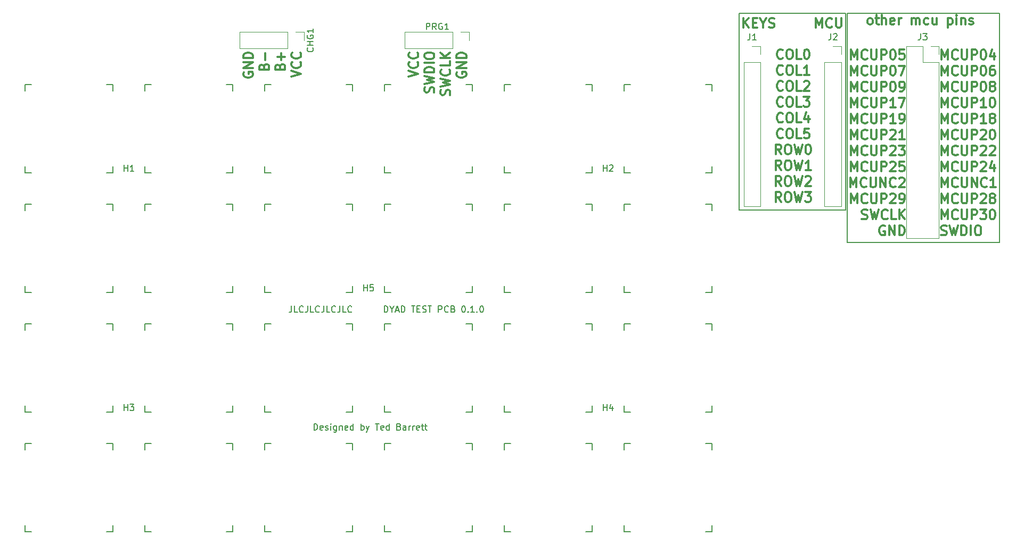
<source format=gbr>
%TF.GenerationSoftware,KiCad,Pcbnew,7.0.1*%
%TF.CreationDate,2023-05-06T18:31:28+10:00*%
%TF.ProjectId,switch_grid_test,73776974-6368-45f6-9772-69645f746573,rev?*%
%TF.SameCoordinates,Original*%
%TF.FileFunction,Legend,Top*%
%TF.FilePolarity,Positive*%
%FSLAX46Y46*%
G04 Gerber Fmt 4.6, Leading zero omitted, Abs format (unit mm)*
G04 Created by KiCad (PCBNEW 7.0.1) date 2023-05-06 18:31:28*
%MOMM*%
%LPD*%
G01*
G04 APERTURE LIST*
%ADD10C,0.150000*%
%ADD11C,0.300000*%
%ADD12C,0.120000*%
G04 APERTURE END LIST*
D10*
X86321427Y-150877619D02*
X86321427Y-149877619D01*
X86321427Y-149877619D02*
X86559522Y-149877619D01*
X86559522Y-149877619D02*
X86702379Y-149925238D01*
X86702379Y-149925238D02*
X86797617Y-150020476D01*
X86797617Y-150020476D02*
X86845236Y-150115714D01*
X86845236Y-150115714D02*
X86892855Y-150306190D01*
X86892855Y-150306190D02*
X86892855Y-150449047D01*
X86892855Y-150449047D02*
X86845236Y-150639523D01*
X86845236Y-150639523D02*
X86797617Y-150734761D01*
X86797617Y-150734761D02*
X86702379Y-150830000D01*
X86702379Y-150830000D02*
X86559522Y-150877619D01*
X86559522Y-150877619D02*
X86321427Y-150877619D01*
X87702379Y-150830000D02*
X87607141Y-150877619D01*
X87607141Y-150877619D02*
X87416665Y-150877619D01*
X87416665Y-150877619D02*
X87321427Y-150830000D01*
X87321427Y-150830000D02*
X87273808Y-150734761D01*
X87273808Y-150734761D02*
X87273808Y-150353809D01*
X87273808Y-150353809D02*
X87321427Y-150258571D01*
X87321427Y-150258571D02*
X87416665Y-150210952D01*
X87416665Y-150210952D02*
X87607141Y-150210952D01*
X87607141Y-150210952D02*
X87702379Y-150258571D01*
X87702379Y-150258571D02*
X87749998Y-150353809D01*
X87749998Y-150353809D02*
X87749998Y-150449047D01*
X87749998Y-150449047D02*
X87273808Y-150544285D01*
X88130951Y-150830000D02*
X88226189Y-150877619D01*
X88226189Y-150877619D02*
X88416665Y-150877619D01*
X88416665Y-150877619D02*
X88511903Y-150830000D01*
X88511903Y-150830000D02*
X88559522Y-150734761D01*
X88559522Y-150734761D02*
X88559522Y-150687142D01*
X88559522Y-150687142D02*
X88511903Y-150591904D01*
X88511903Y-150591904D02*
X88416665Y-150544285D01*
X88416665Y-150544285D02*
X88273808Y-150544285D01*
X88273808Y-150544285D02*
X88178570Y-150496666D01*
X88178570Y-150496666D02*
X88130951Y-150401428D01*
X88130951Y-150401428D02*
X88130951Y-150353809D01*
X88130951Y-150353809D02*
X88178570Y-150258571D01*
X88178570Y-150258571D02*
X88273808Y-150210952D01*
X88273808Y-150210952D02*
X88416665Y-150210952D01*
X88416665Y-150210952D02*
X88511903Y-150258571D01*
X88988094Y-150877619D02*
X88988094Y-150210952D01*
X88988094Y-149877619D02*
X88940475Y-149925238D01*
X88940475Y-149925238D02*
X88988094Y-149972857D01*
X88988094Y-149972857D02*
X89035713Y-149925238D01*
X89035713Y-149925238D02*
X88988094Y-149877619D01*
X88988094Y-149877619D02*
X88988094Y-149972857D01*
X89892855Y-150210952D02*
X89892855Y-151020476D01*
X89892855Y-151020476D02*
X89845236Y-151115714D01*
X89845236Y-151115714D02*
X89797617Y-151163333D01*
X89797617Y-151163333D02*
X89702379Y-151210952D01*
X89702379Y-151210952D02*
X89559522Y-151210952D01*
X89559522Y-151210952D02*
X89464284Y-151163333D01*
X89892855Y-150830000D02*
X89797617Y-150877619D01*
X89797617Y-150877619D02*
X89607141Y-150877619D01*
X89607141Y-150877619D02*
X89511903Y-150830000D01*
X89511903Y-150830000D02*
X89464284Y-150782380D01*
X89464284Y-150782380D02*
X89416665Y-150687142D01*
X89416665Y-150687142D02*
X89416665Y-150401428D01*
X89416665Y-150401428D02*
X89464284Y-150306190D01*
X89464284Y-150306190D02*
X89511903Y-150258571D01*
X89511903Y-150258571D02*
X89607141Y-150210952D01*
X89607141Y-150210952D02*
X89797617Y-150210952D01*
X89797617Y-150210952D02*
X89892855Y-150258571D01*
X90369046Y-150210952D02*
X90369046Y-150877619D01*
X90369046Y-150306190D02*
X90416665Y-150258571D01*
X90416665Y-150258571D02*
X90511903Y-150210952D01*
X90511903Y-150210952D02*
X90654760Y-150210952D01*
X90654760Y-150210952D02*
X90749998Y-150258571D01*
X90749998Y-150258571D02*
X90797617Y-150353809D01*
X90797617Y-150353809D02*
X90797617Y-150877619D01*
X91654760Y-150830000D02*
X91559522Y-150877619D01*
X91559522Y-150877619D02*
X91369046Y-150877619D01*
X91369046Y-150877619D02*
X91273808Y-150830000D01*
X91273808Y-150830000D02*
X91226189Y-150734761D01*
X91226189Y-150734761D02*
X91226189Y-150353809D01*
X91226189Y-150353809D02*
X91273808Y-150258571D01*
X91273808Y-150258571D02*
X91369046Y-150210952D01*
X91369046Y-150210952D02*
X91559522Y-150210952D01*
X91559522Y-150210952D02*
X91654760Y-150258571D01*
X91654760Y-150258571D02*
X91702379Y-150353809D01*
X91702379Y-150353809D02*
X91702379Y-150449047D01*
X91702379Y-150449047D02*
X91226189Y-150544285D01*
X92559522Y-150877619D02*
X92559522Y-149877619D01*
X92559522Y-150830000D02*
X92464284Y-150877619D01*
X92464284Y-150877619D02*
X92273808Y-150877619D01*
X92273808Y-150877619D02*
X92178570Y-150830000D01*
X92178570Y-150830000D02*
X92130951Y-150782380D01*
X92130951Y-150782380D02*
X92083332Y-150687142D01*
X92083332Y-150687142D02*
X92083332Y-150401428D01*
X92083332Y-150401428D02*
X92130951Y-150306190D01*
X92130951Y-150306190D02*
X92178570Y-150258571D01*
X92178570Y-150258571D02*
X92273808Y-150210952D01*
X92273808Y-150210952D02*
X92464284Y-150210952D01*
X92464284Y-150210952D02*
X92559522Y-150258571D01*
X93797618Y-150877619D02*
X93797618Y-149877619D01*
X93797618Y-150258571D02*
X93892856Y-150210952D01*
X93892856Y-150210952D02*
X94083332Y-150210952D01*
X94083332Y-150210952D02*
X94178570Y-150258571D01*
X94178570Y-150258571D02*
X94226189Y-150306190D01*
X94226189Y-150306190D02*
X94273808Y-150401428D01*
X94273808Y-150401428D02*
X94273808Y-150687142D01*
X94273808Y-150687142D02*
X94226189Y-150782380D01*
X94226189Y-150782380D02*
X94178570Y-150830000D01*
X94178570Y-150830000D02*
X94083332Y-150877619D01*
X94083332Y-150877619D02*
X93892856Y-150877619D01*
X93892856Y-150877619D02*
X93797618Y-150830000D01*
X94607142Y-150210952D02*
X94845237Y-150877619D01*
X95083332Y-150210952D02*
X94845237Y-150877619D01*
X94845237Y-150877619D02*
X94749999Y-151115714D01*
X94749999Y-151115714D02*
X94702380Y-151163333D01*
X94702380Y-151163333D02*
X94607142Y-151210952D01*
X96083333Y-149877619D02*
X96654761Y-149877619D01*
X96369047Y-150877619D02*
X96369047Y-149877619D01*
X97369047Y-150830000D02*
X97273809Y-150877619D01*
X97273809Y-150877619D02*
X97083333Y-150877619D01*
X97083333Y-150877619D02*
X96988095Y-150830000D01*
X96988095Y-150830000D02*
X96940476Y-150734761D01*
X96940476Y-150734761D02*
X96940476Y-150353809D01*
X96940476Y-150353809D02*
X96988095Y-150258571D01*
X96988095Y-150258571D02*
X97083333Y-150210952D01*
X97083333Y-150210952D02*
X97273809Y-150210952D01*
X97273809Y-150210952D02*
X97369047Y-150258571D01*
X97369047Y-150258571D02*
X97416666Y-150353809D01*
X97416666Y-150353809D02*
X97416666Y-150449047D01*
X97416666Y-150449047D02*
X96940476Y-150544285D01*
X98273809Y-150877619D02*
X98273809Y-149877619D01*
X98273809Y-150830000D02*
X98178571Y-150877619D01*
X98178571Y-150877619D02*
X97988095Y-150877619D01*
X97988095Y-150877619D02*
X97892857Y-150830000D01*
X97892857Y-150830000D02*
X97845238Y-150782380D01*
X97845238Y-150782380D02*
X97797619Y-150687142D01*
X97797619Y-150687142D02*
X97797619Y-150401428D01*
X97797619Y-150401428D02*
X97845238Y-150306190D01*
X97845238Y-150306190D02*
X97892857Y-150258571D01*
X97892857Y-150258571D02*
X97988095Y-150210952D01*
X97988095Y-150210952D02*
X98178571Y-150210952D01*
X98178571Y-150210952D02*
X98273809Y-150258571D01*
X99845238Y-150353809D02*
X99988095Y-150401428D01*
X99988095Y-150401428D02*
X100035714Y-150449047D01*
X100035714Y-150449047D02*
X100083333Y-150544285D01*
X100083333Y-150544285D02*
X100083333Y-150687142D01*
X100083333Y-150687142D02*
X100035714Y-150782380D01*
X100035714Y-150782380D02*
X99988095Y-150830000D01*
X99988095Y-150830000D02*
X99892857Y-150877619D01*
X99892857Y-150877619D02*
X99511905Y-150877619D01*
X99511905Y-150877619D02*
X99511905Y-149877619D01*
X99511905Y-149877619D02*
X99845238Y-149877619D01*
X99845238Y-149877619D02*
X99940476Y-149925238D01*
X99940476Y-149925238D02*
X99988095Y-149972857D01*
X99988095Y-149972857D02*
X100035714Y-150068095D01*
X100035714Y-150068095D02*
X100035714Y-150163333D01*
X100035714Y-150163333D02*
X99988095Y-150258571D01*
X99988095Y-150258571D02*
X99940476Y-150306190D01*
X99940476Y-150306190D02*
X99845238Y-150353809D01*
X99845238Y-150353809D02*
X99511905Y-150353809D01*
X100940476Y-150877619D02*
X100940476Y-150353809D01*
X100940476Y-150353809D02*
X100892857Y-150258571D01*
X100892857Y-150258571D02*
X100797619Y-150210952D01*
X100797619Y-150210952D02*
X100607143Y-150210952D01*
X100607143Y-150210952D02*
X100511905Y-150258571D01*
X100940476Y-150830000D02*
X100845238Y-150877619D01*
X100845238Y-150877619D02*
X100607143Y-150877619D01*
X100607143Y-150877619D02*
X100511905Y-150830000D01*
X100511905Y-150830000D02*
X100464286Y-150734761D01*
X100464286Y-150734761D02*
X100464286Y-150639523D01*
X100464286Y-150639523D02*
X100511905Y-150544285D01*
X100511905Y-150544285D02*
X100607143Y-150496666D01*
X100607143Y-150496666D02*
X100845238Y-150496666D01*
X100845238Y-150496666D02*
X100940476Y-150449047D01*
X101416667Y-150877619D02*
X101416667Y-150210952D01*
X101416667Y-150401428D02*
X101464286Y-150306190D01*
X101464286Y-150306190D02*
X101511905Y-150258571D01*
X101511905Y-150258571D02*
X101607143Y-150210952D01*
X101607143Y-150210952D02*
X101702381Y-150210952D01*
X102035715Y-150877619D02*
X102035715Y-150210952D01*
X102035715Y-150401428D02*
X102083334Y-150306190D01*
X102083334Y-150306190D02*
X102130953Y-150258571D01*
X102130953Y-150258571D02*
X102226191Y-150210952D01*
X102226191Y-150210952D02*
X102321429Y-150210952D01*
X103035715Y-150830000D02*
X102940477Y-150877619D01*
X102940477Y-150877619D02*
X102750001Y-150877619D01*
X102750001Y-150877619D02*
X102654763Y-150830000D01*
X102654763Y-150830000D02*
X102607144Y-150734761D01*
X102607144Y-150734761D02*
X102607144Y-150353809D01*
X102607144Y-150353809D02*
X102654763Y-150258571D01*
X102654763Y-150258571D02*
X102750001Y-150210952D01*
X102750001Y-150210952D02*
X102940477Y-150210952D01*
X102940477Y-150210952D02*
X103035715Y-150258571D01*
X103035715Y-150258571D02*
X103083334Y-150353809D01*
X103083334Y-150353809D02*
X103083334Y-150449047D01*
X103083334Y-150449047D02*
X102607144Y-150544285D01*
X103369049Y-150210952D02*
X103750001Y-150210952D01*
X103511906Y-149877619D02*
X103511906Y-150734761D01*
X103511906Y-150734761D02*
X103559525Y-150830000D01*
X103559525Y-150830000D02*
X103654763Y-150877619D01*
X103654763Y-150877619D02*
X103750001Y-150877619D01*
X103940478Y-150210952D02*
X104321430Y-150210952D01*
X104083335Y-149877619D02*
X104083335Y-150734761D01*
X104083335Y-150734761D02*
X104130954Y-150830000D01*
X104130954Y-150830000D02*
X104226192Y-150877619D01*
X104226192Y-150877619D02*
X104321430Y-150877619D01*
X97488095Y-132127619D02*
X97488095Y-131127619D01*
X97488095Y-131127619D02*
X97726190Y-131127619D01*
X97726190Y-131127619D02*
X97869047Y-131175238D01*
X97869047Y-131175238D02*
X97964285Y-131270476D01*
X97964285Y-131270476D02*
X98011904Y-131365714D01*
X98011904Y-131365714D02*
X98059523Y-131556190D01*
X98059523Y-131556190D02*
X98059523Y-131699047D01*
X98059523Y-131699047D02*
X98011904Y-131889523D01*
X98011904Y-131889523D02*
X97964285Y-131984761D01*
X97964285Y-131984761D02*
X97869047Y-132080000D01*
X97869047Y-132080000D02*
X97726190Y-132127619D01*
X97726190Y-132127619D02*
X97488095Y-132127619D01*
X98678571Y-131651428D02*
X98678571Y-132127619D01*
X98345238Y-131127619D02*
X98678571Y-131651428D01*
X98678571Y-131651428D02*
X99011904Y-131127619D01*
X99297619Y-131841904D02*
X99773809Y-131841904D01*
X99202381Y-132127619D02*
X99535714Y-131127619D01*
X99535714Y-131127619D02*
X99869047Y-132127619D01*
X100202381Y-132127619D02*
X100202381Y-131127619D01*
X100202381Y-131127619D02*
X100440476Y-131127619D01*
X100440476Y-131127619D02*
X100583333Y-131175238D01*
X100583333Y-131175238D02*
X100678571Y-131270476D01*
X100678571Y-131270476D02*
X100726190Y-131365714D01*
X100726190Y-131365714D02*
X100773809Y-131556190D01*
X100773809Y-131556190D02*
X100773809Y-131699047D01*
X100773809Y-131699047D02*
X100726190Y-131889523D01*
X100726190Y-131889523D02*
X100678571Y-131984761D01*
X100678571Y-131984761D02*
X100583333Y-132080000D01*
X100583333Y-132080000D02*
X100440476Y-132127619D01*
X100440476Y-132127619D02*
X100202381Y-132127619D01*
X101821429Y-131127619D02*
X102392857Y-131127619D01*
X102107143Y-132127619D02*
X102107143Y-131127619D01*
X102726191Y-131603809D02*
X103059524Y-131603809D01*
X103202381Y-132127619D02*
X102726191Y-132127619D01*
X102726191Y-132127619D02*
X102726191Y-131127619D01*
X102726191Y-131127619D02*
X103202381Y-131127619D01*
X103583334Y-132080000D02*
X103726191Y-132127619D01*
X103726191Y-132127619D02*
X103964286Y-132127619D01*
X103964286Y-132127619D02*
X104059524Y-132080000D01*
X104059524Y-132080000D02*
X104107143Y-132032380D01*
X104107143Y-132032380D02*
X104154762Y-131937142D01*
X104154762Y-131937142D02*
X104154762Y-131841904D01*
X104154762Y-131841904D02*
X104107143Y-131746666D01*
X104107143Y-131746666D02*
X104059524Y-131699047D01*
X104059524Y-131699047D02*
X103964286Y-131651428D01*
X103964286Y-131651428D02*
X103773810Y-131603809D01*
X103773810Y-131603809D02*
X103678572Y-131556190D01*
X103678572Y-131556190D02*
X103630953Y-131508571D01*
X103630953Y-131508571D02*
X103583334Y-131413333D01*
X103583334Y-131413333D02*
X103583334Y-131318095D01*
X103583334Y-131318095D02*
X103630953Y-131222857D01*
X103630953Y-131222857D02*
X103678572Y-131175238D01*
X103678572Y-131175238D02*
X103773810Y-131127619D01*
X103773810Y-131127619D02*
X104011905Y-131127619D01*
X104011905Y-131127619D02*
X104154762Y-131175238D01*
X104440477Y-131127619D02*
X105011905Y-131127619D01*
X104726191Y-132127619D02*
X104726191Y-131127619D01*
X106107144Y-132127619D02*
X106107144Y-131127619D01*
X106107144Y-131127619D02*
X106488096Y-131127619D01*
X106488096Y-131127619D02*
X106583334Y-131175238D01*
X106583334Y-131175238D02*
X106630953Y-131222857D01*
X106630953Y-131222857D02*
X106678572Y-131318095D01*
X106678572Y-131318095D02*
X106678572Y-131460952D01*
X106678572Y-131460952D02*
X106630953Y-131556190D01*
X106630953Y-131556190D02*
X106583334Y-131603809D01*
X106583334Y-131603809D02*
X106488096Y-131651428D01*
X106488096Y-131651428D02*
X106107144Y-131651428D01*
X107678572Y-132032380D02*
X107630953Y-132080000D01*
X107630953Y-132080000D02*
X107488096Y-132127619D01*
X107488096Y-132127619D02*
X107392858Y-132127619D01*
X107392858Y-132127619D02*
X107250001Y-132080000D01*
X107250001Y-132080000D02*
X107154763Y-131984761D01*
X107154763Y-131984761D02*
X107107144Y-131889523D01*
X107107144Y-131889523D02*
X107059525Y-131699047D01*
X107059525Y-131699047D02*
X107059525Y-131556190D01*
X107059525Y-131556190D02*
X107107144Y-131365714D01*
X107107144Y-131365714D02*
X107154763Y-131270476D01*
X107154763Y-131270476D02*
X107250001Y-131175238D01*
X107250001Y-131175238D02*
X107392858Y-131127619D01*
X107392858Y-131127619D02*
X107488096Y-131127619D01*
X107488096Y-131127619D02*
X107630953Y-131175238D01*
X107630953Y-131175238D02*
X107678572Y-131222857D01*
X108440477Y-131603809D02*
X108583334Y-131651428D01*
X108583334Y-131651428D02*
X108630953Y-131699047D01*
X108630953Y-131699047D02*
X108678572Y-131794285D01*
X108678572Y-131794285D02*
X108678572Y-131937142D01*
X108678572Y-131937142D02*
X108630953Y-132032380D01*
X108630953Y-132032380D02*
X108583334Y-132080000D01*
X108583334Y-132080000D02*
X108488096Y-132127619D01*
X108488096Y-132127619D02*
X108107144Y-132127619D01*
X108107144Y-132127619D02*
X108107144Y-131127619D01*
X108107144Y-131127619D02*
X108440477Y-131127619D01*
X108440477Y-131127619D02*
X108535715Y-131175238D01*
X108535715Y-131175238D02*
X108583334Y-131222857D01*
X108583334Y-131222857D02*
X108630953Y-131318095D01*
X108630953Y-131318095D02*
X108630953Y-131413333D01*
X108630953Y-131413333D02*
X108583334Y-131508571D01*
X108583334Y-131508571D02*
X108535715Y-131556190D01*
X108535715Y-131556190D02*
X108440477Y-131603809D01*
X108440477Y-131603809D02*
X108107144Y-131603809D01*
X110059525Y-131127619D02*
X110154763Y-131127619D01*
X110154763Y-131127619D02*
X110250001Y-131175238D01*
X110250001Y-131175238D02*
X110297620Y-131222857D01*
X110297620Y-131222857D02*
X110345239Y-131318095D01*
X110345239Y-131318095D02*
X110392858Y-131508571D01*
X110392858Y-131508571D02*
X110392858Y-131746666D01*
X110392858Y-131746666D02*
X110345239Y-131937142D01*
X110345239Y-131937142D02*
X110297620Y-132032380D01*
X110297620Y-132032380D02*
X110250001Y-132080000D01*
X110250001Y-132080000D02*
X110154763Y-132127619D01*
X110154763Y-132127619D02*
X110059525Y-132127619D01*
X110059525Y-132127619D02*
X109964287Y-132080000D01*
X109964287Y-132080000D02*
X109916668Y-132032380D01*
X109916668Y-132032380D02*
X109869049Y-131937142D01*
X109869049Y-131937142D02*
X109821430Y-131746666D01*
X109821430Y-131746666D02*
X109821430Y-131508571D01*
X109821430Y-131508571D02*
X109869049Y-131318095D01*
X109869049Y-131318095D02*
X109916668Y-131222857D01*
X109916668Y-131222857D02*
X109964287Y-131175238D01*
X109964287Y-131175238D02*
X110059525Y-131127619D01*
X110821430Y-132032380D02*
X110869049Y-132080000D01*
X110869049Y-132080000D02*
X110821430Y-132127619D01*
X110821430Y-132127619D02*
X110773811Y-132080000D01*
X110773811Y-132080000D02*
X110821430Y-132032380D01*
X110821430Y-132032380D02*
X110821430Y-132127619D01*
X111821429Y-132127619D02*
X111250001Y-132127619D01*
X111535715Y-132127619D02*
X111535715Y-131127619D01*
X111535715Y-131127619D02*
X111440477Y-131270476D01*
X111440477Y-131270476D02*
X111345239Y-131365714D01*
X111345239Y-131365714D02*
X111250001Y-131413333D01*
X112250001Y-132032380D02*
X112297620Y-132080000D01*
X112297620Y-132080000D02*
X112250001Y-132127619D01*
X112250001Y-132127619D02*
X112202382Y-132080000D01*
X112202382Y-132080000D02*
X112250001Y-132032380D01*
X112250001Y-132032380D02*
X112250001Y-132127619D01*
X112916667Y-131127619D02*
X113011905Y-131127619D01*
X113011905Y-131127619D02*
X113107143Y-131175238D01*
X113107143Y-131175238D02*
X113154762Y-131222857D01*
X113154762Y-131222857D02*
X113202381Y-131318095D01*
X113202381Y-131318095D02*
X113250000Y-131508571D01*
X113250000Y-131508571D02*
X113250000Y-131746666D01*
X113250000Y-131746666D02*
X113202381Y-131937142D01*
X113202381Y-131937142D02*
X113154762Y-132032380D01*
X113154762Y-132032380D02*
X113107143Y-132080000D01*
X113107143Y-132080000D02*
X113011905Y-132127619D01*
X113011905Y-132127619D02*
X112916667Y-132127619D01*
X112916667Y-132127619D02*
X112821429Y-132080000D01*
X112821429Y-132080000D02*
X112773810Y-132032380D01*
X112773810Y-132032380D02*
X112726191Y-131937142D01*
X112726191Y-131937142D02*
X112678572Y-131746666D01*
X112678572Y-131746666D02*
X112678572Y-131508571D01*
X112678572Y-131508571D02*
X112726191Y-131318095D01*
X112726191Y-131318095D02*
X112773810Y-131222857D01*
X112773810Y-131222857D02*
X112821429Y-131175238D01*
X112821429Y-131175238D02*
X112916667Y-131127619D01*
X82738093Y-131127619D02*
X82738093Y-131841904D01*
X82738093Y-131841904D02*
X82690474Y-131984761D01*
X82690474Y-131984761D02*
X82595236Y-132080000D01*
X82595236Y-132080000D02*
X82452379Y-132127619D01*
X82452379Y-132127619D02*
X82357141Y-132127619D01*
X83690474Y-132127619D02*
X83214284Y-132127619D01*
X83214284Y-132127619D02*
X83214284Y-131127619D01*
X84595236Y-132032380D02*
X84547617Y-132080000D01*
X84547617Y-132080000D02*
X84404760Y-132127619D01*
X84404760Y-132127619D02*
X84309522Y-132127619D01*
X84309522Y-132127619D02*
X84166665Y-132080000D01*
X84166665Y-132080000D02*
X84071427Y-131984761D01*
X84071427Y-131984761D02*
X84023808Y-131889523D01*
X84023808Y-131889523D02*
X83976189Y-131699047D01*
X83976189Y-131699047D02*
X83976189Y-131556190D01*
X83976189Y-131556190D02*
X84023808Y-131365714D01*
X84023808Y-131365714D02*
X84071427Y-131270476D01*
X84071427Y-131270476D02*
X84166665Y-131175238D01*
X84166665Y-131175238D02*
X84309522Y-131127619D01*
X84309522Y-131127619D02*
X84404760Y-131127619D01*
X84404760Y-131127619D02*
X84547617Y-131175238D01*
X84547617Y-131175238D02*
X84595236Y-131222857D01*
X85309522Y-131127619D02*
X85309522Y-131841904D01*
X85309522Y-131841904D02*
X85261903Y-131984761D01*
X85261903Y-131984761D02*
X85166665Y-132080000D01*
X85166665Y-132080000D02*
X85023808Y-132127619D01*
X85023808Y-132127619D02*
X84928570Y-132127619D01*
X86261903Y-132127619D02*
X85785713Y-132127619D01*
X85785713Y-132127619D02*
X85785713Y-131127619D01*
X87166665Y-132032380D02*
X87119046Y-132080000D01*
X87119046Y-132080000D02*
X86976189Y-132127619D01*
X86976189Y-132127619D02*
X86880951Y-132127619D01*
X86880951Y-132127619D02*
X86738094Y-132080000D01*
X86738094Y-132080000D02*
X86642856Y-131984761D01*
X86642856Y-131984761D02*
X86595237Y-131889523D01*
X86595237Y-131889523D02*
X86547618Y-131699047D01*
X86547618Y-131699047D02*
X86547618Y-131556190D01*
X86547618Y-131556190D02*
X86595237Y-131365714D01*
X86595237Y-131365714D02*
X86642856Y-131270476D01*
X86642856Y-131270476D02*
X86738094Y-131175238D01*
X86738094Y-131175238D02*
X86880951Y-131127619D01*
X86880951Y-131127619D02*
X86976189Y-131127619D01*
X86976189Y-131127619D02*
X87119046Y-131175238D01*
X87119046Y-131175238D02*
X87166665Y-131222857D01*
X87880951Y-131127619D02*
X87880951Y-131841904D01*
X87880951Y-131841904D02*
X87833332Y-131984761D01*
X87833332Y-131984761D02*
X87738094Y-132080000D01*
X87738094Y-132080000D02*
X87595237Y-132127619D01*
X87595237Y-132127619D02*
X87499999Y-132127619D01*
X88833332Y-132127619D02*
X88357142Y-132127619D01*
X88357142Y-132127619D02*
X88357142Y-131127619D01*
X89738094Y-132032380D02*
X89690475Y-132080000D01*
X89690475Y-132080000D02*
X89547618Y-132127619D01*
X89547618Y-132127619D02*
X89452380Y-132127619D01*
X89452380Y-132127619D02*
X89309523Y-132080000D01*
X89309523Y-132080000D02*
X89214285Y-131984761D01*
X89214285Y-131984761D02*
X89166666Y-131889523D01*
X89166666Y-131889523D02*
X89119047Y-131699047D01*
X89119047Y-131699047D02*
X89119047Y-131556190D01*
X89119047Y-131556190D02*
X89166666Y-131365714D01*
X89166666Y-131365714D02*
X89214285Y-131270476D01*
X89214285Y-131270476D02*
X89309523Y-131175238D01*
X89309523Y-131175238D02*
X89452380Y-131127619D01*
X89452380Y-131127619D02*
X89547618Y-131127619D01*
X89547618Y-131127619D02*
X89690475Y-131175238D01*
X89690475Y-131175238D02*
X89738094Y-131222857D01*
X90452380Y-131127619D02*
X90452380Y-131841904D01*
X90452380Y-131841904D02*
X90404761Y-131984761D01*
X90404761Y-131984761D02*
X90309523Y-132080000D01*
X90309523Y-132080000D02*
X90166666Y-132127619D01*
X90166666Y-132127619D02*
X90071428Y-132127619D01*
X91404761Y-132127619D02*
X90928571Y-132127619D01*
X90928571Y-132127619D02*
X90928571Y-131127619D01*
X92309523Y-132032380D02*
X92261904Y-132080000D01*
X92261904Y-132080000D02*
X92119047Y-132127619D01*
X92119047Y-132127619D02*
X92023809Y-132127619D01*
X92023809Y-132127619D02*
X91880952Y-132080000D01*
X91880952Y-132080000D02*
X91785714Y-131984761D01*
X91785714Y-131984761D02*
X91738095Y-131889523D01*
X91738095Y-131889523D02*
X91690476Y-131699047D01*
X91690476Y-131699047D02*
X91690476Y-131556190D01*
X91690476Y-131556190D02*
X91738095Y-131365714D01*
X91738095Y-131365714D02*
X91785714Y-131270476D01*
X91785714Y-131270476D02*
X91880952Y-131175238D01*
X91880952Y-131175238D02*
X92023809Y-131127619D01*
X92023809Y-131127619D02*
X92119047Y-131127619D01*
X92119047Y-131127619D02*
X92261904Y-131175238D01*
X92261904Y-131175238D02*
X92309523Y-131222857D01*
X153950208Y-84500000D02*
X170806937Y-84500000D01*
X170806937Y-115879340D01*
X153950208Y-115879340D01*
X153950208Y-84500000D01*
X171143271Y-84500000D02*
X195310915Y-84500000D01*
X195310915Y-121000000D01*
X171143271Y-121000000D01*
X171143271Y-84500000D01*
D11*
X75149523Y-93928571D02*
X75074761Y-94071429D01*
X75074761Y-94071429D02*
X75074761Y-94285714D01*
X75074761Y-94285714D02*
X75149523Y-94500000D01*
X75149523Y-94500000D02*
X75299047Y-94642857D01*
X75299047Y-94642857D02*
X75448571Y-94714286D01*
X75448571Y-94714286D02*
X75747619Y-94785714D01*
X75747619Y-94785714D02*
X75971904Y-94785714D01*
X75971904Y-94785714D02*
X76270952Y-94714286D01*
X76270952Y-94714286D02*
X76420476Y-94642857D01*
X76420476Y-94642857D02*
X76570000Y-94500000D01*
X76570000Y-94500000D02*
X76644761Y-94285714D01*
X76644761Y-94285714D02*
X76644761Y-94142857D01*
X76644761Y-94142857D02*
X76570000Y-93928571D01*
X76570000Y-93928571D02*
X76495238Y-93857143D01*
X76495238Y-93857143D02*
X75971904Y-93857143D01*
X75971904Y-93857143D02*
X75971904Y-94142857D01*
X76644761Y-93214286D02*
X75074761Y-93214286D01*
X75074761Y-93214286D02*
X76644761Y-92357143D01*
X76644761Y-92357143D02*
X75074761Y-92357143D01*
X76644761Y-91642857D02*
X75074761Y-91642857D01*
X75074761Y-91642857D02*
X75074761Y-91285714D01*
X75074761Y-91285714D02*
X75149523Y-91071428D01*
X75149523Y-91071428D02*
X75299047Y-90928571D01*
X75299047Y-90928571D02*
X75448571Y-90857142D01*
X75448571Y-90857142D02*
X75747619Y-90785714D01*
X75747619Y-90785714D02*
X75971904Y-90785714D01*
X75971904Y-90785714D02*
X76270952Y-90857142D01*
X76270952Y-90857142D02*
X76420476Y-90928571D01*
X76420476Y-90928571D02*
X76570000Y-91071428D01*
X76570000Y-91071428D02*
X76644761Y-91285714D01*
X76644761Y-91285714D02*
X76644761Y-91642857D01*
X78365780Y-93000000D02*
X78440542Y-92785714D01*
X78440542Y-92785714D02*
X78515304Y-92714285D01*
X78515304Y-92714285D02*
X78664828Y-92642857D01*
X78664828Y-92642857D02*
X78889114Y-92642857D01*
X78889114Y-92642857D02*
X79038638Y-92714285D01*
X79038638Y-92714285D02*
X79113400Y-92785714D01*
X79113400Y-92785714D02*
X79188161Y-92928571D01*
X79188161Y-92928571D02*
X79188161Y-93500000D01*
X79188161Y-93500000D02*
X77618161Y-93500000D01*
X77618161Y-93500000D02*
X77618161Y-93000000D01*
X77618161Y-93000000D02*
X77692923Y-92857143D01*
X77692923Y-92857143D02*
X77767685Y-92785714D01*
X77767685Y-92785714D02*
X77917209Y-92714285D01*
X77917209Y-92714285D02*
X78066733Y-92714285D01*
X78066733Y-92714285D02*
X78216257Y-92785714D01*
X78216257Y-92785714D02*
X78291019Y-92857143D01*
X78291019Y-92857143D02*
X78365780Y-93000000D01*
X78365780Y-93000000D02*
X78365780Y-93500000D01*
X78590066Y-92000000D02*
X78590066Y-90857143D01*
X80909180Y-93000000D02*
X80983942Y-92785714D01*
X80983942Y-92785714D02*
X81058704Y-92714285D01*
X81058704Y-92714285D02*
X81208228Y-92642857D01*
X81208228Y-92642857D02*
X81432514Y-92642857D01*
X81432514Y-92642857D02*
X81582038Y-92714285D01*
X81582038Y-92714285D02*
X81656800Y-92785714D01*
X81656800Y-92785714D02*
X81731561Y-92928571D01*
X81731561Y-92928571D02*
X81731561Y-93500000D01*
X81731561Y-93500000D02*
X80161561Y-93500000D01*
X80161561Y-93500000D02*
X80161561Y-93000000D01*
X80161561Y-93000000D02*
X80236323Y-92857143D01*
X80236323Y-92857143D02*
X80311085Y-92785714D01*
X80311085Y-92785714D02*
X80460609Y-92714285D01*
X80460609Y-92714285D02*
X80610133Y-92714285D01*
X80610133Y-92714285D02*
X80759657Y-92785714D01*
X80759657Y-92785714D02*
X80834419Y-92857143D01*
X80834419Y-92857143D02*
X80909180Y-93000000D01*
X80909180Y-93000000D02*
X80909180Y-93500000D01*
X81133466Y-92000000D02*
X81133466Y-90857143D01*
X81731561Y-91428571D02*
X80535371Y-91428571D01*
X82704961Y-94642856D02*
X84274961Y-94142856D01*
X84274961Y-94142856D02*
X82704961Y-93642856D01*
X84125438Y-92285714D02*
X84200200Y-92357142D01*
X84200200Y-92357142D02*
X84274961Y-92571428D01*
X84274961Y-92571428D02*
X84274961Y-92714285D01*
X84274961Y-92714285D02*
X84200200Y-92928571D01*
X84200200Y-92928571D02*
X84050676Y-93071428D01*
X84050676Y-93071428D02*
X83901152Y-93142857D01*
X83901152Y-93142857D02*
X83602104Y-93214285D01*
X83602104Y-93214285D02*
X83377819Y-93214285D01*
X83377819Y-93214285D02*
X83078771Y-93142857D01*
X83078771Y-93142857D02*
X82929247Y-93071428D01*
X82929247Y-93071428D02*
X82779723Y-92928571D01*
X82779723Y-92928571D02*
X82704961Y-92714285D01*
X82704961Y-92714285D02*
X82704961Y-92571428D01*
X82704961Y-92571428D02*
X82779723Y-92357142D01*
X82779723Y-92357142D02*
X82854485Y-92285714D01*
X84125438Y-90785714D02*
X84200200Y-90857142D01*
X84200200Y-90857142D02*
X84274961Y-91071428D01*
X84274961Y-91071428D02*
X84274961Y-91214285D01*
X84274961Y-91214285D02*
X84200200Y-91428571D01*
X84200200Y-91428571D02*
X84050676Y-91571428D01*
X84050676Y-91571428D02*
X83901152Y-91642857D01*
X83901152Y-91642857D02*
X83602104Y-91714285D01*
X83602104Y-91714285D02*
X83377819Y-91714285D01*
X83377819Y-91714285D02*
X83078771Y-91642857D01*
X83078771Y-91642857D02*
X82929247Y-91571428D01*
X82929247Y-91571428D02*
X82779723Y-91428571D01*
X82779723Y-91428571D02*
X82704961Y-91214285D01*
X82704961Y-91214285D02*
X82704961Y-91071428D01*
X82704961Y-91071428D02*
X82779723Y-90857142D01*
X82779723Y-90857142D02*
X82854485Y-90785714D01*
X154607142Y-86816428D02*
X154607142Y-85316428D01*
X155464285Y-86816428D02*
X154821428Y-85959285D01*
X155464285Y-85316428D02*
X154607142Y-86173571D01*
X156107142Y-86030714D02*
X156607142Y-86030714D01*
X156821428Y-86816428D02*
X156107142Y-86816428D01*
X156107142Y-86816428D02*
X156107142Y-85316428D01*
X156107142Y-85316428D02*
X156821428Y-85316428D01*
X157750000Y-86102142D02*
X157750000Y-86816428D01*
X157250000Y-85316428D02*
X157750000Y-86102142D01*
X157750000Y-86102142D02*
X158250000Y-85316428D01*
X158678571Y-86745000D02*
X158892857Y-86816428D01*
X158892857Y-86816428D02*
X159249999Y-86816428D01*
X159249999Y-86816428D02*
X159392857Y-86745000D01*
X159392857Y-86745000D02*
X159464285Y-86673571D01*
X159464285Y-86673571D02*
X159535714Y-86530714D01*
X159535714Y-86530714D02*
X159535714Y-86387857D01*
X159535714Y-86387857D02*
X159464285Y-86245000D01*
X159464285Y-86245000D02*
X159392857Y-86173571D01*
X159392857Y-86173571D02*
X159249999Y-86102142D01*
X159249999Y-86102142D02*
X158964285Y-86030714D01*
X158964285Y-86030714D02*
X158821428Y-85959285D01*
X158821428Y-85959285D02*
X158749999Y-85887857D01*
X158749999Y-85887857D02*
X158678571Y-85745000D01*
X158678571Y-85745000D02*
X158678571Y-85602142D01*
X158678571Y-85602142D02*
X158749999Y-85459285D01*
X158749999Y-85459285D02*
X158821428Y-85387857D01*
X158821428Y-85387857D02*
X158964285Y-85316428D01*
X158964285Y-85316428D02*
X159321428Y-85316428D01*
X159321428Y-85316428D02*
X159535714Y-85387857D01*
X166107142Y-86816428D02*
X166107142Y-85316428D01*
X166107142Y-85316428D02*
X166607142Y-86387857D01*
X166607142Y-86387857D02*
X167107142Y-85316428D01*
X167107142Y-85316428D02*
X167107142Y-86816428D01*
X168678571Y-86673571D02*
X168607143Y-86745000D01*
X168607143Y-86745000D02*
X168392857Y-86816428D01*
X168392857Y-86816428D02*
X168250000Y-86816428D01*
X168250000Y-86816428D02*
X168035714Y-86745000D01*
X168035714Y-86745000D02*
X167892857Y-86602142D01*
X167892857Y-86602142D02*
X167821428Y-86459285D01*
X167821428Y-86459285D02*
X167750000Y-86173571D01*
X167750000Y-86173571D02*
X167750000Y-85959285D01*
X167750000Y-85959285D02*
X167821428Y-85673571D01*
X167821428Y-85673571D02*
X167892857Y-85530714D01*
X167892857Y-85530714D02*
X168035714Y-85387857D01*
X168035714Y-85387857D02*
X168250000Y-85316428D01*
X168250000Y-85316428D02*
X168392857Y-85316428D01*
X168392857Y-85316428D02*
X168607143Y-85387857D01*
X168607143Y-85387857D02*
X168678571Y-85459285D01*
X169321428Y-85316428D02*
X169321428Y-86530714D01*
X169321428Y-86530714D02*
X169392857Y-86673571D01*
X169392857Y-86673571D02*
X169464286Y-86745000D01*
X169464286Y-86745000D02*
X169607143Y-86816428D01*
X169607143Y-86816428D02*
X169892857Y-86816428D01*
X169892857Y-86816428D02*
X170035714Y-86745000D01*
X170035714Y-86745000D02*
X170107143Y-86673571D01*
X170107143Y-86673571D02*
X170178571Y-86530714D01*
X170178571Y-86530714D02*
X170178571Y-85316428D01*
X171714285Y-91894761D02*
X171714285Y-90324761D01*
X171714285Y-90324761D02*
X172214285Y-91446190D01*
X172214285Y-91446190D02*
X172714285Y-90324761D01*
X172714285Y-90324761D02*
X172714285Y-91894761D01*
X174285714Y-91745238D02*
X174214286Y-91820000D01*
X174214286Y-91820000D02*
X174000000Y-91894761D01*
X174000000Y-91894761D02*
X173857143Y-91894761D01*
X173857143Y-91894761D02*
X173642857Y-91820000D01*
X173642857Y-91820000D02*
X173500000Y-91670476D01*
X173500000Y-91670476D02*
X173428571Y-91520952D01*
X173428571Y-91520952D02*
X173357143Y-91221904D01*
X173357143Y-91221904D02*
X173357143Y-90997619D01*
X173357143Y-90997619D02*
X173428571Y-90698571D01*
X173428571Y-90698571D02*
X173500000Y-90549047D01*
X173500000Y-90549047D02*
X173642857Y-90399523D01*
X173642857Y-90399523D02*
X173857143Y-90324761D01*
X173857143Y-90324761D02*
X174000000Y-90324761D01*
X174000000Y-90324761D02*
X174214286Y-90399523D01*
X174214286Y-90399523D02*
X174285714Y-90474285D01*
X174928571Y-90324761D02*
X174928571Y-91595714D01*
X174928571Y-91595714D02*
X175000000Y-91745238D01*
X175000000Y-91745238D02*
X175071429Y-91820000D01*
X175071429Y-91820000D02*
X175214286Y-91894761D01*
X175214286Y-91894761D02*
X175500000Y-91894761D01*
X175500000Y-91894761D02*
X175642857Y-91820000D01*
X175642857Y-91820000D02*
X175714286Y-91745238D01*
X175714286Y-91745238D02*
X175785714Y-91595714D01*
X175785714Y-91595714D02*
X175785714Y-90324761D01*
X176500000Y-91894761D02*
X176500000Y-90324761D01*
X176500000Y-90324761D02*
X177071429Y-90324761D01*
X177071429Y-90324761D02*
X177214286Y-90399523D01*
X177214286Y-90399523D02*
X177285715Y-90474285D01*
X177285715Y-90474285D02*
X177357143Y-90623809D01*
X177357143Y-90623809D02*
X177357143Y-90848095D01*
X177357143Y-90848095D02*
X177285715Y-90997619D01*
X177285715Y-90997619D02*
X177214286Y-91072380D01*
X177214286Y-91072380D02*
X177071429Y-91147142D01*
X177071429Y-91147142D02*
X176500000Y-91147142D01*
X178285715Y-90324761D02*
X178428572Y-90324761D01*
X178428572Y-90324761D02*
X178571429Y-90399523D01*
X178571429Y-90399523D02*
X178642858Y-90474285D01*
X178642858Y-90474285D02*
X178714286Y-90623809D01*
X178714286Y-90623809D02*
X178785715Y-90922857D01*
X178785715Y-90922857D02*
X178785715Y-91296666D01*
X178785715Y-91296666D02*
X178714286Y-91595714D01*
X178714286Y-91595714D02*
X178642858Y-91745238D01*
X178642858Y-91745238D02*
X178571429Y-91820000D01*
X178571429Y-91820000D02*
X178428572Y-91894761D01*
X178428572Y-91894761D02*
X178285715Y-91894761D01*
X178285715Y-91894761D02*
X178142858Y-91820000D01*
X178142858Y-91820000D02*
X178071429Y-91745238D01*
X178071429Y-91745238D02*
X178000000Y-91595714D01*
X178000000Y-91595714D02*
X177928572Y-91296666D01*
X177928572Y-91296666D02*
X177928572Y-90922857D01*
X177928572Y-90922857D02*
X178000000Y-90623809D01*
X178000000Y-90623809D02*
X178071429Y-90474285D01*
X178071429Y-90474285D02*
X178142858Y-90399523D01*
X178142858Y-90399523D02*
X178285715Y-90324761D01*
X180142857Y-90324761D02*
X179428571Y-90324761D01*
X179428571Y-90324761D02*
X179357143Y-91072380D01*
X179357143Y-91072380D02*
X179428571Y-90997619D01*
X179428571Y-90997619D02*
X179571429Y-90922857D01*
X179571429Y-90922857D02*
X179928571Y-90922857D01*
X179928571Y-90922857D02*
X180071429Y-90997619D01*
X180071429Y-90997619D02*
X180142857Y-91072380D01*
X180142857Y-91072380D02*
X180214286Y-91221904D01*
X180214286Y-91221904D02*
X180214286Y-91595714D01*
X180214286Y-91595714D02*
X180142857Y-91745238D01*
X180142857Y-91745238D02*
X180071429Y-91820000D01*
X180071429Y-91820000D02*
X179928571Y-91894761D01*
X179928571Y-91894761D02*
X179571429Y-91894761D01*
X179571429Y-91894761D02*
X179428571Y-91820000D01*
X179428571Y-91820000D02*
X179357143Y-91745238D01*
X171714285Y-94438161D02*
X171714285Y-92868161D01*
X171714285Y-92868161D02*
X172214285Y-93989590D01*
X172214285Y-93989590D02*
X172714285Y-92868161D01*
X172714285Y-92868161D02*
X172714285Y-94438161D01*
X174285714Y-94288638D02*
X174214286Y-94363400D01*
X174214286Y-94363400D02*
X174000000Y-94438161D01*
X174000000Y-94438161D02*
X173857143Y-94438161D01*
X173857143Y-94438161D02*
X173642857Y-94363400D01*
X173642857Y-94363400D02*
X173500000Y-94213876D01*
X173500000Y-94213876D02*
X173428571Y-94064352D01*
X173428571Y-94064352D02*
X173357143Y-93765304D01*
X173357143Y-93765304D02*
X173357143Y-93541019D01*
X173357143Y-93541019D02*
X173428571Y-93241971D01*
X173428571Y-93241971D02*
X173500000Y-93092447D01*
X173500000Y-93092447D02*
X173642857Y-92942923D01*
X173642857Y-92942923D02*
X173857143Y-92868161D01*
X173857143Y-92868161D02*
X174000000Y-92868161D01*
X174000000Y-92868161D02*
X174214286Y-92942923D01*
X174214286Y-92942923D02*
X174285714Y-93017685D01*
X174928571Y-92868161D02*
X174928571Y-94139114D01*
X174928571Y-94139114D02*
X175000000Y-94288638D01*
X175000000Y-94288638D02*
X175071429Y-94363400D01*
X175071429Y-94363400D02*
X175214286Y-94438161D01*
X175214286Y-94438161D02*
X175500000Y-94438161D01*
X175500000Y-94438161D02*
X175642857Y-94363400D01*
X175642857Y-94363400D02*
X175714286Y-94288638D01*
X175714286Y-94288638D02*
X175785714Y-94139114D01*
X175785714Y-94139114D02*
X175785714Y-92868161D01*
X176500000Y-94438161D02*
X176500000Y-92868161D01*
X176500000Y-92868161D02*
X177071429Y-92868161D01*
X177071429Y-92868161D02*
X177214286Y-92942923D01*
X177214286Y-92942923D02*
X177285715Y-93017685D01*
X177285715Y-93017685D02*
X177357143Y-93167209D01*
X177357143Y-93167209D02*
X177357143Y-93391495D01*
X177357143Y-93391495D02*
X177285715Y-93541019D01*
X177285715Y-93541019D02*
X177214286Y-93615780D01*
X177214286Y-93615780D02*
X177071429Y-93690542D01*
X177071429Y-93690542D02*
X176500000Y-93690542D01*
X178285715Y-92868161D02*
X178428572Y-92868161D01*
X178428572Y-92868161D02*
X178571429Y-92942923D01*
X178571429Y-92942923D02*
X178642858Y-93017685D01*
X178642858Y-93017685D02*
X178714286Y-93167209D01*
X178714286Y-93167209D02*
X178785715Y-93466257D01*
X178785715Y-93466257D02*
X178785715Y-93840066D01*
X178785715Y-93840066D02*
X178714286Y-94139114D01*
X178714286Y-94139114D02*
X178642858Y-94288638D01*
X178642858Y-94288638D02*
X178571429Y-94363400D01*
X178571429Y-94363400D02*
X178428572Y-94438161D01*
X178428572Y-94438161D02*
X178285715Y-94438161D01*
X178285715Y-94438161D02*
X178142858Y-94363400D01*
X178142858Y-94363400D02*
X178071429Y-94288638D01*
X178071429Y-94288638D02*
X178000000Y-94139114D01*
X178000000Y-94139114D02*
X177928572Y-93840066D01*
X177928572Y-93840066D02*
X177928572Y-93466257D01*
X177928572Y-93466257D02*
X178000000Y-93167209D01*
X178000000Y-93167209D02*
X178071429Y-93017685D01*
X178071429Y-93017685D02*
X178142858Y-92942923D01*
X178142858Y-92942923D02*
X178285715Y-92868161D01*
X179285714Y-92868161D02*
X180285714Y-92868161D01*
X180285714Y-92868161D02*
X179642857Y-94438161D01*
X171714285Y-96981561D02*
X171714285Y-95411561D01*
X171714285Y-95411561D02*
X172214285Y-96532990D01*
X172214285Y-96532990D02*
X172714285Y-95411561D01*
X172714285Y-95411561D02*
X172714285Y-96981561D01*
X174285714Y-96832038D02*
X174214286Y-96906800D01*
X174214286Y-96906800D02*
X174000000Y-96981561D01*
X174000000Y-96981561D02*
X173857143Y-96981561D01*
X173857143Y-96981561D02*
X173642857Y-96906800D01*
X173642857Y-96906800D02*
X173500000Y-96757276D01*
X173500000Y-96757276D02*
X173428571Y-96607752D01*
X173428571Y-96607752D02*
X173357143Y-96308704D01*
X173357143Y-96308704D02*
X173357143Y-96084419D01*
X173357143Y-96084419D02*
X173428571Y-95785371D01*
X173428571Y-95785371D02*
X173500000Y-95635847D01*
X173500000Y-95635847D02*
X173642857Y-95486323D01*
X173642857Y-95486323D02*
X173857143Y-95411561D01*
X173857143Y-95411561D02*
X174000000Y-95411561D01*
X174000000Y-95411561D02*
X174214286Y-95486323D01*
X174214286Y-95486323D02*
X174285714Y-95561085D01*
X174928571Y-95411561D02*
X174928571Y-96682514D01*
X174928571Y-96682514D02*
X175000000Y-96832038D01*
X175000000Y-96832038D02*
X175071429Y-96906800D01*
X175071429Y-96906800D02*
X175214286Y-96981561D01*
X175214286Y-96981561D02*
X175500000Y-96981561D01*
X175500000Y-96981561D02*
X175642857Y-96906800D01*
X175642857Y-96906800D02*
X175714286Y-96832038D01*
X175714286Y-96832038D02*
X175785714Y-96682514D01*
X175785714Y-96682514D02*
X175785714Y-95411561D01*
X176500000Y-96981561D02*
X176500000Y-95411561D01*
X176500000Y-95411561D02*
X177071429Y-95411561D01*
X177071429Y-95411561D02*
X177214286Y-95486323D01*
X177214286Y-95486323D02*
X177285715Y-95561085D01*
X177285715Y-95561085D02*
X177357143Y-95710609D01*
X177357143Y-95710609D02*
X177357143Y-95934895D01*
X177357143Y-95934895D02*
X177285715Y-96084419D01*
X177285715Y-96084419D02*
X177214286Y-96159180D01*
X177214286Y-96159180D02*
X177071429Y-96233942D01*
X177071429Y-96233942D02*
X176500000Y-96233942D01*
X178285715Y-95411561D02*
X178428572Y-95411561D01*
X178428572Y-95411561D02*
X178571429Y-95486323D01*
X178571429Y-95486323D02*
X178642858Y-95561085D01*
X178642858Y-95561085D02*
X178714286Y-95710609D01*
X178714286Y-95710609D02*
X178785715Y-96009657D01*
X178785715Y-96009657D02*
X178785715Y-96383466D01*
X178785715Y-96383466D02*
X178714286Y-96682514D01*
X178714286Y-96682514D02*
X178642858Y-96832038D01*
X178642858Y-96832038D02*
X178571429Y-96906800D01*
X178571429Y-96906800D02*
X178428572Y-96981561D01*
X178428572Y-96981561D02*
X178285715Y-96981561D01*
X178285715Y-96981561D02*
X178142858Y-96906800D01*
X178142858Y-96906800D02*
X178071429Y-96832038D01*
X178071429Y-96832038D02*
X178000000Y-96682514D01*
X178000000Y-96682514D02*
X177928572Y-96383466D01*
X177928572Y-96383466D02*
X177928572Y-96009657D01*
X177928572Y-96009657D02*
X178000000Y-95710609D01*
X178000000Y-95710609D02*
X178071429Y-95561085D01*
X178071429Y-95561085D02*
X178142858Y-95486323D01*
X178142858Y-95486323D02*
X178285715Y-95411561D01*
X179500000Y-96981561D02*
X179785714Y-96981561D01*
X179785714Y-96981561D02*
X179928571Y-96906800D01*
X179928571Y-96906800D02*
X180000000Y-96832038D01*
X180000000Y-96832038D02*
X180142857Y-96607752D01*
X180142857Y-96607752D02*
X180214286Y-96308704D01*
X180214286Y-96308704D02*
X180214286Y-95710609D01*
X180214286Y-95710609D02*
X180142857Y-95561085D01*
X180142857Y-95561085D02*
X180071429Y-95486323D01*
X180071429Y-95486323D02*
X179928571Y-95411561D01*
X179928571Y-95411561D02*
X179642857Y-95411561D01*
X179642857Y-95411561D02*
X179500000Y-95486323D01*
X179500000Y-95486323D02*
X179428571Y-95561085D01*
X179428571Y-95561085D02*
X179357143Y-95710609D01*
X179357143Y-95710609D02*
X179357143Y-96084419D01*
X179357143Y-96084419D02*
X179428571Y-96233942D01*
X179428571Y-96233942D02*
X179500000Y-96308704D01*
X179500000Y-96308704D02*
X179642857Y-96383466D01*
X179642857Y-96383466D02*
X179928571Y-96383466D01*
X179928571Y-96383466D02*
X180071429Y-96308704D01*
X180071429Y-96308704D02*
X180142857Y-96233942D01*
X180142857Y-96233942D02*
X180214286Y-96084419D01*
X171714285Y-99524961D02*
X171714285Y-97954961D01*
X171714285Y-97954961D02*
X172214285Y-99076390D01*
X172214285Y-99076390D02*
X172714285Y-97954961D01*
X172714285Y-97954961D02*
X172714285Y-99524961D01*
X174285714Y-99375438D02*
X174214286Y-99450200D01*
X174214286Y-99450200D02*
X174000000Y-99524961D01*
X174000000Y-99524961D02*
X173857143Y-99524961D01*
X173857143Y-99524961D02*
X173642857Y-99450200D01*
X173642857Y-99450200D02*
X173500000Y-99300676D01*
X173500000Y-99300676D02*
X173428571Y-99151152D01*
X173428571Y-99151152D02*
X173357143Y-98852104D01*
X173357143Y-98852104D02*
X173357143Y-98627819D01*
X173357143Y-98627819D02*
X173428571Y-98328771D01*
X173428571Y-98328771D02*
X173500000Y-98179247D01*
X173500000Y-98179247D02*
X173642857Y-98029723D01*
X173642857Y-98029723D02*
X173857143Y-97954961D01*
X173857143Y-97954961D02*
X174000000Y-97954961D01*
X174000000Y-97954961D02*
X174214286Y-98029723D01*
X174214286Y-98029723D02*
X174285714Y-98104485D01*
X174928571Y-97954961D02*
X174928571Y-99225914D01*
X174928571Y-99225914D02*
X175000000Y-99375438D01*
X175000000Y-99375438D02*
X175071429Y-99450200D01*
X175071429Y-99450200D02*
X175214286Y-99524961D01*
X175214286Y-99524961D02*
X175500000Y-99524961D01*
X175500000Y-99524961D02*
X175642857Y-99450200D01*
X175642857Y-99450200D02*
X175714286Y-99375438D01*
X175714286Y-99375438D02*
X175785714Y-99225914D01*
X175785714Y-99225914D02*
X175785714Y-97954961D01*
X176500000Y-99524961D02*
X176500000Y-97954961D01*
X176500000Y-97954961D02*
X177071429Y-97954961D01*
X177071429Y-97954961D02*
X177214286Y-98029723D01*
X177214286Y-98029723D02*
X177285715Y-98104485D01*
X177285715Y-98104485D02*
X177357143Y-98254009D01*
X177357143Y-98254009D02*
X177357143Y-98478295D01*
X177357143Y-98478295D02*
X177285715Y-98627819D01*
X177285715Y-98627819D02*
X177214286Y-98702580D01*
X177214286Y-98702580D02*
X177071429Y-98777342D01*
X177071429Y-98777342D02*
X176500000Y-98777342D01*
X178785715Y-99524961D02*
X177928572Y-99524961D01*
X178357143Y-99524961D02*
X178357143Y-97954961D01*
X178357143Y-97954961D02*
X178214286Y-98179247D01*
X178214286Y-98179247D02*
X178071429Y-98328771D01*
X178071429Y-98328771D02*
X177928572Y-98403533D01*
X179285714Y-97954961D02*
X180285714Y-97954961D01*
X180285714Y-97954961D02*
X179642857Y-99524961D01*
X171714285Y-102068361D02*
X171714285Y-100498361D01*
X171714285Y-100498361D02*
X172214285Y-101619790D01*
X172214285Y-101619790D02*
X172714285Y-100498361D01*
X172714285Y-100498361D02*
X172714285Y-102068361D01*
X174285714Y-101918838D02*
X174214286Y-101993600D01*
X174214286Y-101993600D02*
X174000000Y-102068361D01*
X174000000Y-102068361D02*
X173857143Y-102068361D01*
X173857143Y-102068361D02*
X173642857Y-101993600D01*
X173642857Y-101993600D02*
X173500000Y-101844076D01*
X173500000Y-101844076D02*
X173428571Y-101694552D01*
X173428571Y-101694552D02*
X173357143Y-101395504D01*
X173357143Y-101395504D02*
X173357143Y-101171219D01*
X173357143Y-101171219D02*
X173428571Y-100872171D01*
X173428571Y-100872171D02*
X173500000Y-100722647D01*
X173500000Y-100722647D02*
X173642857Y-100573123D01*
X173642857Y-100573123D02*
X173857143Y-100498361D01*
X173857143Y-100498361D02*
X174000000Y-100498361D01*
X174000000Y-100498361D02*
X174214286Y-100573123D01*
X174214286Y-100573123D02*
X174285714Y-100647885D01*
X174928571Y-100498361D02*
X174928571Y-101769314D01*
X174928571Y-101769314D02*
X175000000Y-101918838D01*
X175000000Y-101918838D02*
X175071429Y-101993600D01*
X175071429Y-101993600D02*
X175214286Y-102068361D01*
X175214286Y-102068361D02*
X175500000Y-102068361D01*
X175500000Y-102068361D02*
X175642857Y-101993600D01*
X175642857Y-101993600D02*
X175714286Y-101918838D01*
X175714286Y-101918838D02*
X175785714Y-101769314D01*
X175785714Y-101769314D02*
X175785714Y-100498361D01*
X176500000Y-102068361D02*
X176500000Y-100498361D01*
X176500000Y-100498361D02*
X177071429Y-100498361D01*
X177071429Y-100498361D02*
X177214286Y-100573123D01*
X177214286Y-100573123D02*
X177285715Y-100647885D01*
X177285715Y-100647885D02*
X177357143Y-100797409D01*
X177357143Y-100797409D02*
X177357143Y-101021695D01*
X177357143Y-101021695D02*
X177285715Y-101171219D01*
X177285715Y-101171219D02*
X177214286Y-101245980D01*
X177214286Y-101245980D02*
X177071429Y-101320742D01*
X177071429Y-101320742D02*
X176500000Y-101320742D01*
X178785715Y-102068361D02*
X177928572Y-102068361D01*
X178357143Y-102068361D02*
X178357143Y-100498361D01*
X178357143Y-100498361D02*
X178214286Y-100722647D01*
X178214286Y-100722647D02*
X178071429Y-100872171D01*
X178071429Y-100872171D02*
X177928572Y-100946933D01*
X179500000Y-102068361D02*
X179785714Y-102068361D01*
X179785714Y-102068361D02*
X179928571Y-101993600D01*
X179928571Y-101993600D02*
X180000000Y-101918838D01*
X180000000Y-101918838D02*
X180142857Y-101694552D01*
X180142857Y-101694552D02*
X180214286Y-101395504D01*
X180214286Y-101395504D02*
X180214286Y-100797409D01*
X180214286Y-100797409D02*
X180142857Y-100647885D01*
X180142857Y-100647885D02*
X180071429Y-100573123D01*
X180071429Y-100573123D02*
X179928571Y-100498361D01*
X179928571Y-100498361D02*
X179642857Y-100498361D01*
X179642857Y-100498361D02*
X179500000Y-100573123D01*
X179500000Y-100573123D02*
X179428571Y-100647885D01*
X179428571Y-100647885D02*
X179357143Y-100797409D01*
X179357143Y-100797409D02*
X179357143Y-101171219D01*
X179357143Y-101171219D02*
X179428571Y-101320742D01*
X179428571Y-101320742D02*
X179500000Y-101395504D01*
X179500000Y-101395504D02*
X179642857Y-101470266D01*
X179642857Y-101470266D02*
X179928571Y-101470266D01*
X179928571Y-101470266D02*
X180071429Y-101395504D01*
X180071429Y-101395504D02*
X180142857Y-101320742D01*
X180142857Y-101320742D02*
X180214286Y-101171219D01*
X171714285Y-104611761D02*
X171714285Y-103041761D01*
X171714285Y-103041761D02*
X172214285Y-104163190D01*
X172214285Y-104163190D02*
X172714285Y-103041761D01*
X172714285Y-103041761D02*
X172714285Y-104611761D01*
X174285714Y-104462238D02*
X174214286Y-104537000D01*
X174214286Y-104537000D02*
X174000000Y-104611761D01*
X174000000Y-104611761D02*
X173857143Y-104611761D01*
X173857143Y-104611761D02*
X173642857Y-104537000D01*
X173642857Y-104537000D02*
X173500000Y-104387476D01*
X173500000Y-104387476D02*
X173428571Y-104237952D01*
X173428571Y-104237952D02*
X173357143Y-103938904D01*
X173357143Y-103938904D02*
X173357143Y-103714619D01*
X173357143Y-103714619D02*
X173428571Y-103415571D01*
X173428571Y-103415571D02*
X173500000Y-103266047D01*
X173500000Y-103266047D02*
X173642857Y-103116523D01*
X173642857Y-103116523D02*
X173857143Y-103041761D01*
X173857143Y-103041761D02*
X174000000Y-103041761D01*
X174000000Y-103041761D02*
X174214286Y-103116523D01*
X174214286Y-103116523D02*
X174285714Y-103191285D01*
X174928571Y-103041761D02*
X174928571Y-104312714D01*
X174928571Y-104312714D02*
X175000000Y-104462238D01*
X175000000Y-104462238D02*
X175071429Y-104537000D01*
X175071429Y-104537000D02*
X175214286Y-104611761D01*
X175214286Y-104611761D02*
X175500000Y-104611761D01*
X175500000Y-104611761D02*
X175642857Y-104537000D01*
X175642857Y-104537000D02*
X175714286Y-104462238D01*
X175714286Y-104462238D02*
X175785714Y-104312714D01*
X175785714Y-104312714D02*
X175785714Y-103041761D01*
X176500000Y-104611761D02*
X176500000Y-103041761D01*
X176500000Y-103041761D02*
X177071429Y-103041761D01*
X177071429Y-103041761D02*
X177214286Y-103116523D01*
X177214286Y-103116523D02*
X177285715Y-103191285D01*
X177285715Y-103191285D02*
X177357143Y-103340809D01*
X177357143Y-103340809D02*
X177357143Y-103565095D01*
X177357143Y-103565095D02*
X177285715Y-103714619D01*
X177285715Y-103714619D02*
X177214286Y-103789380D01*
X177214286Y-103789380D02*
X177071429Y-103864142D01*
X177071429Y-103864142D02*
X176500000Y-103864142D01*
X177928572Y-103191285D02*
X178000000Y-103116523D01*
X178000000Y-103116523D02*
X178142858Y-103041761D01*
X178142858Y-103041761D02*
X178500000Y-103041761D01*
X178500000Y-103041761D02*
X178642858Y-103116523D01*
X178642858Y-103116523D02*
X178714286Y-103191285D01*
X178714286Y-103191285D02*
X178785715Y-103340809D01*
X178785715Y-103340809D02*
X178785715Y-103490333D01*
X178785715Y-103490333D02*
X178714286Y-103714619D01*
X178714286Y-103714619D02*
X177857143Y-104611761D01*
X177857143Y-104611761D02*
X178785715Y-104611761D01*
X180214286Y-104611761D02*
X179357143Y-104611761D01*
X179785714Y-104611761D02*
X179785714Y-103041761D01*
X179785714Y-103041761D02*
X179642857Y-103266047D01*
X179642857Y-103266047D02*
X179500000Y-103415571D01*
X179500000Y-103415571D02*
X179357143Y-103490333D01*
X171714285Y-107155161D02*
X171714285Y-105585161D01*
X171714285Y-105585161D02*
X172214285Y-106706590D01*
X172214285Y-106706590D02*
X172714285Y-105585161D01*
X172714285Y-105585161D02*
X172714285Y-107155161D01*
X174285714Y-107005638D02*
X174214286Y-107080400D01*
X174214286Y-107080400D02*
X174000000Y-107155161D01*
X174000000Y-107155161D02*
X173857143Y-107155161D01*
X173857143Y-107155161D02*
X173642857Y-107080400D01*
X173642857Y-107080400D02*
X173500000Y-106930876D01*
X173500000Y-106930876D02*
X173428571Y-106781352D01*
X173428571Y-106781352D02*
X173357143Y-106482304D01*
X173357143Y-106482304D02*
X173357143Y-106258019D01*
X173357143Y-106258019D02*
X173428571Y-105958971D01*
X173428571Y-105958971D02*
X173500000Y-105809447D01*
X173500000Y-105809447D02*
X173642857Y-105659923D01*
X173642857Y-105659923D02*
X173857143Y-105585161D01*
X173857143Y-105585161D02*
X174000000Y-105585161D01*
X174000000Y-105585161D02*
X174214286Y-105659923D01*
X174214286Y-105659923D02*
X174285714Y-105734685D01*
X174928571Y-105585161D02*
X174928571Y-106856114D01*
X174928571Y-106856114D02*
X175000000Y-107005638D01*
X175000000Y-107005638D02*
X175071429Y-107080400D01*
X175071429Y-107080400D02*
X175214286Y-107155161D01*
X175214286Y-107155161D02*
X175500000Y-107155161D01*
X175500000Y-107155161D02*
X175642857Y-107080400D01*
X175642857Y-107080400D02*
X175714286Y-107005638D01*
X175714286Y-107005638D02*
X175785714Y-106856114D01*
X175785714Y-106856114D02*
X175785714Y-105585161D01*
X176500000Y-107155161D02*
X176500000Y-105585161D01*
X176500000Y-105585161D02*
X177071429Y-105585161D01*
X177071429Y-105585161D02*
X177214286Y-105659923D01*
X177214286Y-105659923D02*
X177285715Y-105734685D01*
X177285715Y-105734685D02*
X177357143Y-105884209D01*
X177357143Y-105884209D02*
X177357143Y-106108495D01*
X177357143Y-106108495D02*
X177285715Y-106258019D01*
X177285715Y-106258019D02*
X177214286Y-106332780D01*
X177214286Y-106332780D02*
X177071429Y-106407542D01*
X177071429Y-106407542D02*
X176500000Y-106407542D01*
X177928572Y-105734685D02*
X178000000Y-105659923D01*
X178000000Y-105659923D02*
X178142858Y-105585161D01*
X178142858Y-105585161D02*
X178500000Y-105585161D01*
X178500000Y-105585161D02*
X178642858Y-105659923D01*
X178642858Y-105659923D02*
X178714286Y-105734685D01*
X178714286Y-105734685D02*
X178785715Y-105884209D01*
X178785715Y-105884209D02*
X178785715Y-106033733D01*
X178785715Y-106033733D02*
X178714286Y-106258019D01*
X178714286Y-106258019D02*
X177857143Y-107155161D01*
X177857143Y-107155161D02*
X178785715Y-107155161D01*
X179285714Y-105585161D02*
X180214286Y-105585161D01*
X180214286Y-105585161D02*
X179714286Y-106183257D01*
X179714286Y-106183257D02*
X179928571Y-106183257D01*
X179928571Y-106183257D02*
X180071429Y-106258019D01*
X180071429Y-106258019D02*
X180142857Y-106332780D01*
X180142857Y-106332780D02*
X180214286Y-106482304D01*
X180214286Y-106482304D02*
X180214286Y-106856114D01*
X180214286Y-106856114D02*
X180142857Y-107005638D01*
X180142857Y-107005638D02*
X180071429Y-107080400D01*
X180071429Y-107080400D02*
X179928571Y-107155161D01*
X179928571Y-107155161D02*
X179500000Y-107155161D01*
X179500000Y-107155161D02*
X179357143Y-107080400D01*
X179357143Y-107080400D02*
X179285714Y-107005638D01*
X171714285Y-109698561D02*
X171714285Y-108128561D01*
X171714285Y-108128561D02*
X172214285Y-109249990D01*
X172214285Y-109249990D02*
X172714285Y-108128561D01*
X172714285Y-108128561D02*
X172714285Y-109698561D01*
X174285714Y-109549038D02*
X174214286Y-109623800D01*
X174214286Y-109623800D02*
X174000000Y-109698561D01*
X174000000Y-109698561D02*
X173857143Y-109698561D01*
X173857143Y-109698561D02*
X173642857Y-109623800D01*
X173642857Y-109623800D02*
X173500000Y-109474276D01*
X173500000Y-109474276D02*
X173428571Y-109324752D01*
X173428571Y-109324752D02*
X173357143Y-109025704D01*
X173357143Y-109025704D02*
X173357143Y-108801419D01*
X173357143Y-108801419D02*
X173428571Y-108502371D01*
X173428571Y-108502371D02*
X173500000Y-108352847D01*
X173500000Y-108352847D02*
X173642857Y-108203323D01*
X173642857Y-108203323D02*
X173857143Y-108128561D01*
X173857143Y-108128561D02*
X174000000Y-108128561D01*
X174000000Y-108128561D02*
X174214286Y-108203323D01*
X174214286Y-108203323D02*
X174285714Y-108278085D01*
X174928571Y-108128561D02*
X174928571Y-109399514D01*
X174928571Y-109399514D02*
X175000000Y-109549038D01*
X175000000Y-109549038D02*
X175071429Y-109623800D01*
X175071429Y-109623800D02*
X175214286Y-109698561D01*
X175214286Y-109698561D02*
X175500000Y-109698561D01*
X175500000Y-109698561D02*
X175642857Y-109623800D01*
X175642857Y-109623800D02*
X175714286Y-109549038D01*
X175714286Y-109549038D02*
X175785714Y-109399514D01*
X175785714Y-109399514D02*
X175785714Y-108128561D01*
X176500000Y-109698561D02*
X176500000Y-108128561D01*
X176500000Y-108128561D02*
X177071429Y-108128561D01*
X177071429Y-108128561D02*
X177214286Y-108203323D01*
X177214286Y-108203323D02*
X177285715Y-108278085D01*
X177285715Y-108278085D02*
X177357143Y-108427609D01*
X177357143Y-108427609D02*
X177357143Y-108651895D01*
X177357143Y-108651895D02*
X177285715Y-108801419D01*
X177285715Y-108801419D02*
X177214286Y-108876180D01*
X177214286Y-108876180D02*
X177071429Y-108950942D01*
X177071429Y-108950942D02*
X176500000Y-108950942D01*
X177928572Y-108278085D02*
X178000000Y-108203323D01*
X178000000Y-108203323D02*
X178142858Y-108128561D01*
X178142858Y-108128561D02*
X178500000Y-108128561D01*
X178500000Y-108128561D02*
X178642858Y-108203323D01*
X178642858Y-108203323D02*
X178714286Y-108278085D01*
X178714286Y-108278085D02*
X178785715Y-108427609D01*
X178785715Y-108427609D02*
X178785715Y-108577133D01*
X178785715Y-108577133D02*
X178714286Y-108801419D01*
X178714286Y-108801419D02*
X177857143Y-109698561D01*
X177857143Y-109698561D02*
X178785715Y-109698561D01*
X180142857Y-108128561D02*
X179428571Y-108128561D01*
X179428571Y-108128561D02*
X179357143Y-108876180D01*
X179357143Y-108876180D02*
X179428571Y-108801419D01*
X179428571Y-108801419D02*
X179571429Y-108726657D01*
X179571429Y-108726657D02*
X179928571Y-108726657D01*
X179928571Y-108726657D02*
X180071429Y-108801419D01*
X180071429Y-108801419D02*
X180142857Y-108876180D01*
X180142857Y-108876180D02*
X180214286Y-109025704D01*
X180214286Y-109025704D02*
X180214286Y-109399514D01*
X180214286Y-109399514D02*
X180142857Y-109549038D01*
X180142857Y-109549038D02*
X180071429Y-109623800D01*
X180071429Y-109623800D02*
X179928571Y-109698561D01*
X179928571Y-109698561D02*
X179571429Y-109698561D01*
X179571429Y-109698561D02*
X179428571Y-109623800D01*
X179428571Y-109623800D02*
X179357143Y-109549038D01*
X171571427Y-112241961D02*
X171571427Y-110671961D01*
X171571427Y-110671961D02*
X172071427Y-111793390D01*
X172071427Y-111793390D02*
X172571427Y-110671961D01*
X172571427Y-110671961D02*
X172571427Y-112241961D01*
X174142856Y-112092438D02*
X174071428Y-112167200D01*
X174071428Y-112167200D02*
X173857142Y-112241961D01*
X173857142Y-112241961D02*
X173714285Y-112241961D01*
X173714285Y-112241961D02*
X173499999Y-112167200D01*
X173499999Y-112167200D02*
X173357142Y-112017676D01*
X173357142Y-112017676D02*
X173285713Y-111868152D01*
X173285713Y-111868152D02*
X173214285Y-111569104D01*
X173214285Y-111569104D02*
X173214285Y-111344819D01*
X173214285Y-111344819D02*
X173285713Y-111045771D01*
X173285713Y-111045771D02*
X173357142Y-110896247D01*
X173357142Y-110896247D02*
X173499999Y-110746723D01*
X173499999Y-110746723D02*
X173714285Y-110671961D01*
X173714285Y-110671961D02*
X173857142Y-110671961D01*
X173857142Y-110671961D02*
X174071428Y-110746723D01*
X174071428Y-110746723D02*
X174142856Y-110821485D01*
X174785713Y-110671961D02*
X174785713Y-111942914D01*
X174785713Y-111942914D02*
X174857142Y-112092438D01*
X174857142Y-112092438D02*
X174928571Y-112167200D01*
X174928571Y-112167200D02*
X175071428Y-112241961D01*
X175071428Y-112241961D02*
X175357142Y-112241961D01*
X175357142Y-112241961D02*
X175499999Y-112167200D01*
X175499999Y-112167200D02*
X175571428Y-112092438D01*
X175571428Y-112092438D02*
X175642856Y-111942914D01*
X175642856Y-111942914D02*
X175642856Y-110671961D01*
X176357142Y-112241961D02*
X176357142Y-110671961D01*
X176357142Y-110671961D02*
X177214285Y-112241961D01*
X177214285Y-112241961D02*
X177214285Y-110671961D01*
X178785714Y-112092438D02*
X178714286Y-112167200D01*
X178714286Y-112167200D02*
X178500000Y-112241961D01*
X178500000Y-112241961D02*
X178357143Y-112241961D01*
X178357143Y-112241961D02*
X178142857Y-112167200D01*
X178142857Y-112167200D02*
X178000000Y-112017676D01*
X178000000Y-112017676D02*
X177928571Y-111868152D01*
X177928571Y-111868152D02*
X177857143Y-111569104D01*
X177857143Y-111569104D02*
X177857143Y-111344819D01*
X177857143Y-111344819D02*
X177928571Y-111045771D01*
X177928571Y-111045771D02*
X178000000Y-110896247D01*
X178000000Y-110896247D02*
X178142857Y-110746723D01*
X178142857Y-110746723D02*
X178357143Y-110671961D01*
X178357143Y-110671961D02*
X178500000Y-110671961D01*
X178500000Y-110671961D02*
X178714286Y-110746723D01*
X178714286Y-110746723D02*
X178785714Y-110821485D01*
X179357143Y-110821485D02*
X179428571Y-110746723D01*
X179428571Y-110746723D02*
X179571429Y-110671961D01*
X179571429Y-110671961D02*
X179928571Y-110671961D01*
X179928571Y-110671961D02*
X180071429Y-110746723D01*
X180071429Y-110746723D02*
X180142857Y-110821485D01*
X180142857Y-110821485D02*
X180214286Y-110971009D01*
X180214286Y-110971009D02*
X180214286Y-111120533D01*
X180214286Y-111120533D02*
X180142857Y-111344819D01*
X180142857Y-111344819D02*
X179285714Y-112241961D01*
X179285714Y-112241961D02*
X180214286Y-112241961D01*
X171714285Y-114785361D02*
X171714285Y-113215361D01*
X171714285Y-113215361D02*
X172214285Y-114336790D01*
X172214285Y-114336790D02*
X172714285Y-113215361D01*
X172714285Y-113215361D02*
X172714285Y-114785361D01*
X174285714Y-114635838D02*
X174214286Y-114710600D01*
X174214286Y-114710600D02*
X174000000Y-114785361D01*
X174000000Y-114785361D02*
X173857143Y-114785361D01*
X173857143Y-114785361D02*
X173642857Y-114710600D01*
X173642857Y-114710600D02*
X173500000Y-114561076D01*
X173500000Y-114561076D02*
X173428571Y-114411552D01*
X173428571Y-114411552D02*
X173357143Y-114112504D01*
X173357143Y-114112504D02*
X173357143Y-113888219D01*
X173357143Y-113888219D02*
X173428571Y-113589171D01*
X173428571Y-113589171D02*
X173500000Y-113439647D01*
X173500000Y-113439647D02*
X173642857Y-113290123D01*
X173642857Y-113290123D02*
X173857143Y-113215361D01*
X173857143Y-113215361D02*
X174000000Y-113215361D01*
X174000000Y-113215361D02*
X174214286Y-113290123D01*
X174214286Y-113290123D02*
X174285714Y-113364885D01*
X174928571Y-113215361D02*
X174928571Y-114486314D01*
X174928571Y-114486314D02*
X175000000Y-114635838D01*
X175000000Y-114635838D02*
X175071429Y-114710600D01*
X175071429Y-114710600D02*
X175214286Y-114785361D01*
X175214286Y-114785361D02*
X175500000Y-114785361D01*
X175500000Y-114785361D02*
X175642857Y-114710600D01*
X175642857Y-114710600D02*
X175714286Y-114635838D01*
X175714286Y-114635838D02*
X175785714Y-114486314D01*
X175785714Y-114486314D02*
X175785714Y-113215361D01*
X176500000Y-114785361D02*
X176500000Y-113215361D01*
X176500000Y-113215361D02*
X177071429Y-113215361D01*
X177071429Y-113215361D02*
X177214286Y-113290123D01*
X177214286Y-113290123D02*
X177285715Y-113364885D01*
X177285715Y-113364885D02*
X177357143Y-113514409D01*
X177357143Y-113514409D02*
X177357143Y-113738695D01*
X177357143Y-113738695D02*
X177285715Y-113888219D01*
X177285715Y-113888219D02*
X177214286Y-113962980D01*
X177214286Y-113962980D02*
X177071429Y-114037742D01*
X177071429Y-114037742D02*
X176500000Y-114037742D01*
X177928572Y-113364885D02*
X178000000Y-113290123D01*
X178000000Y-113290123D02*
X178142858Y-113215361D01*
X178142858Y-113215361D02*
X178500000Y-113215361D01*
X178500000Y-113215361D02*
X178642858Y-113290123D01*
X178642858Y-113290123D02*
X178714286Y-113364885D01*
X178714286Y-113364885D02*
X178785715Y-113514409D01*
X178785715Y-113514409D02*
X178785715Y-113663933D01*
X178785715Y-113663933D02*
X178714286Y-113888219D01*
X178714286Y-113888219D02*
X177857143Y-114785361D01*
X177857143Y-114785361D02*
X178785715Y-114785361D01*
X179500000Y-114785361D02*
X179785714Y-114785361D01*
X179785714Y-114785361D02*
X179928571Y-114710600D01*
X179928571Y-114710600D02*
X180000000Y-114635838D01*
X180000000Y-114635838D02*
X180142857Y-114411552D01*
X180142857Y-114411552D02*
X180214286Y-114112504D01*
X180214286Y-114112504D02*
X180214286Y-113514409D01*
X180214286Y-113514409D02*
X180142857Y-113364885D01*
X180142857Y-113364885D02*
X180071429Y-113290123D01*
X180071429Y-113290123D02*
X179928571Y-113215361D01*
X179928571Y-113215361D02*
X179642857Y-113215361D01*
X179642857Y-113215361D02*
X179500000Y-113290123D01*
X179500000Y-113290123D02*
X179428571Y-113364885D01*
X179428571Y-113364885D02*
X179357143Y-113514409D01*
X179357143Y-113514409D02*
X179357143Y-113888219D01*
X179357143Y-113888219D02*
X179428571Y-114037742D01*
X179428571Y-114037742D02*
X179500000Y-114112504D01*
X179500000Y-114112504D02*
X179642857Y-114187266D01*
X179642857Y-114187266D02*
X179928571Y-114187266D01*
X179928571Y-114187266D02*
X180071429Y-114112504D01*
X180071429Y-114112504D02*
X180142857Y-114037742D01*
X180142857Y-114037742D02*
X180214286Y-113888219D01*
X173428571Y-117254000D02*
X173642857Y-117328761D01*
X173642857Y-117328761D02*
X173999999Y-117328761D01*
X173999999Y-117328761D02*
X174142857Y-117254000D01*
X174142857Y-117254000D02*
X174214285Y-117179238D01*
X174214285Y-117179238D02*
X174285714Y-117029714D01*
X174285714Y-117029714D02*
X174285714Y-116880190D01*
X174285714Y-116880190D02*
X174214285Y-116730666D01*
X174214285Y-116730666D02*
X174142857Y-116655904D01*
X174142857Y-116655904D02*
X173999999Y-116581142D01*
X173999999Y-116581142D02*
X173714285Y-116506380D01*
X173714285Y-116506380D02*
X173571428Y-116431619D01*
X173571428Y-116431619D02*
X173499999Y-116356857D01*
X173499999Y-116356857D02*
X173428571Y-116207333D01*
X173428571Y-116207333D02*
X173428571Y-116057809D01*
X173428571Y-116057809D02*
X173499999Y-115908285D01*
X173499999Y-115908285D02*
X173571428Y-115833523D01*
X173571428Y-115833523D02*
X173714285Y-115758761D01*
X173714285Y-115758761D02*
X174071428Y-115758761D01*
X174071428Y-115758761D02*
X174285714Y-115833523D01*
X174785713Y-115758761D02*
X175142856Y-117328761D01*
X175142856Y-117328761D02*
X175428570Y-116207333D01*
X175428570Y-116207333D02*
X175714285Y-117328761D01*
X175714285Y-117328761D02*
X176071428Y-115758761D01*
X177499999Y-117179238D02*
X177428571Y-117254000D01*
X177428571Y-117254000D02*
X177214285Y-117328761D01*
X177214285Y-117328761D02*
X177071428Y-117328761D01*
X177071428Y-117328761D02*
X176857142Y-117254000D01*
X176857142Y-117254000D02*
X176714285Y-117104476D01*
X176714285Y-117104476D02*
X176642856Y-116954952D01*
X176642856Y-116954952D02*
X176571428Y-116655904D01*
X176571428Y-116655904D02*
X176571428Y-116431619D01*
X176571428Y-116431619D02*
X176642856Y-116132571D01*
X176642856Y-116132571D02*
X176714285Y-115983047D01*
X176714285Y-115983047D02*
X176857142Y-115833523D01*
X176857142Y-115833523D02*
X177071428Y-115758761D01*
X177071428Y-115758761D02*
X177214285Y-115758761D01*
X177214285Y-115758761D02*
X177428571Y-115833523D01*
X177428571Y-115833523D02*
X177499999Y-115908285D01*
X178857142Y-117328761D02*
X178142856Y-117328761D01*
X178142856Y-117328761D02*
X178142856Y-115758761D01*
X179357142Y-117328761D02*
X179357142Y-115758761D01*
X180214285Y-117328761D02*
X179571428Y-116431619D01*
X180214285Y-115758761D02*
X179357142Y-116655904D01*
X177071428Y-118376923D02*
X176928571Y-118302161D01*
X176928571Y-118302161D02*
X176714285Y-118302161D01*
X176714285Y-118302161D02*
X176499999Y-118376923D01*
X176499999Y-118376923D02*
X176357142Y-118526447D01*
X176357142Y-118526447D02*
X176285713Y-118675971D01*
X176285713Y-118675971D02*
X176214285Y-118975019D01*
X176214285Y-118975019D02*
X176214285Y-119199304D01*
X176214285Y-119199304D02*
X176285713Y-119498352D01*
X176285713Y-119498352D02*
X176357142Y-119647876D01*
X176357142Y-119647876D02*
X176499999Y-119797400D01*
X176499999Y-119797400D02*
X176714285Y-119872161D01*
X176714285Y-119872161D02*
X176857142Y-119872161D01*
X176857142Y-119872161D02*
X177071428Y-119797400D01*
X177071428Y-119797400D02*
X177142856Y-119722638D01*
X177142856Y-119722638D02*
X177142856Y-119199304D01*
X177142856Y-119199304D02*
X176857142Y-119199304D01*
X177785713Y-119872161D02*
X177785713Y-118302161D01*
X177785713Y-118302161D02*
X178642856Y-119872161D01*
X178642856Y-119872161D02*
X178642856Y-118302161D01*
X179357142Y-119872161D02*
X179357142Y-118302161D01*
X179357142Y-118302161D02*
X179714285Y-118302161D01*
X179714285Y-118302161D02*
X179928571Y-118376923D01*
X179928571Y-118376923D02*
X180071428Y-118526447D01*
X180071428Y-118526447D02*
X180142857Y-118675971D01*
X180142857Y-118675971D02*
X180214285Y-118975019D01*
X180214285Y-118975019D02*
X180214285Y-119199304D01*
X180214285Y-119199304D02*
X180142857Y-119498352D01*
X180142857Y-119498352D02*
X180071428Y-119647876D01*
X180071428Y-119647876D02*
X179928571Y-119797400D01*
X179928571Y-119797400D02*
X179714285Y-119872161D01*
X179714285Y-119872161D02*
X179357142Y-119872161D01*
X186107142Y-91894761D02*
X186107142Y-90324761D01*
X186107142Y-90324761D02*
X186607142Y-91446190D01*
X186607142Y-91446190D02*
X187107142Y-90324761D01*
X187107142Y-90324761D02*
X187107142Y-91894761D01*
X188678571Y-91745238D02*
X188607143Y-91820000D01*
X188607143Y-91820000D02*
X188392857Y-91894761D01*
X188392857Y-91894761D02*
X188250000Y-91894761D01*
X188250000Y-91894761D02*
X188035714Y-91820000D01*
X188035714Y-91820000D02*
X187892857Y-91670476D01*
X187892857Y-91670476D02*
X187821428Y-91520952D01*
X187821428Y-91520952D02*
X187750000Y-91221904D01*
X187750000Y-91221904D02*
X187750000Y-90997619D01*
X187750000Y-90997619D02*
X187821428Y-90698571D01*
X187821428Y-90698571D02*
X187892857Y-90549047D01*
X187892857Y-90549047D02*
X188035714Y-90399523D01*
X188035714Y-90399523D02*
X188250000Y-90324761D01*
X188250000Y-90324761D02*
X188392857Y-90324761D01*
X188392857Y-90324761D02*
X188607143Y-90399523D01*
X188607143Y-90399523D02*
X188678571Y-90474285D01*
X189321428Y-90324761D02*
X189321428Y-91595714D01*
X189321428Y-91595714D02*
X189392857Y-91745238D01*
X189392857Y-91745238D02*
X189464286Y-91820000D01*
X189464286Y-91820000D02*
X189607143Y-91894761D01*
X189607143Y-91894761D02*
X189892857Y-91894761D01*
X189892857Y-91894761D02*
X190035714Y-91820000D01*
X190035714Y-91820000D02*
X190107143Y-91745238D01*
X190107143Y-91745238D02*
X190178571Y-91595714D01*
X190178571Y-91595714D02*
X190178571Y-90324761D01*
X190892857Y-91894761D02*
X190892857Y-90324761D01*
X190892857Y-90324761D02*
X191464286Y-90324761D01*
X191464286Y-90324761D02*
X191607143Y-90399523D01*
X191607143Y-90399523D02*
X191678572Y-90474285D01*
X191678572Y-90474285D02*
X191750000Y-90623809D01*
X191750000Y-90623809D02*
X191750000Y-90848095D01*
X191750000Y-90848095D02*
X191678572Y-90997619D01*
X191678572Y-90997619D02*
X191607143Y-91072380D01*
X191607143Y-91072380D02*
X191464286Y-91147142D01*
X191464286Y-91147142D02*
X190892857Y-91147142D01*
X192678572Y-90324761D02*
X192821429Y-90324761D01*
X192821429Y-90324761D02*
X192964286Y-90399523D01*
X192964286Y-90399523D02*
X193035715Y-90474285D01*
X193035715Y-90474285D02*
X193107143Y-90623809D01*
X193107143Y-90623809D02*
X193178572Y-90922857D01*
X193178572Y-90922857D02*
X193178572Y-91296666D01*
X193178572Y-91296666D02*
X193107143Y-91595714D01*
X193107143Y-91595714D02*
X193035715Y-91745238D01*
X193035715Y-91745238D02*
X192964286Y-91820000D01*
X192964286Y-91820000D02*
X192821429Y-91894761D01*
X192821429Y-91894761D02*
X192678572Y-91894761D01*
X192678572Y-91894761D02*
X192535715Y-91820000D01*
X192535715Y-91820000D02*
X192464286Y-91745238D01*
X192464286Y-91745238D02*
X192392857Y-91595714D01*
X192392857Y-91595714D02*
X192321429Y-91296666D01*
X192321429Y-91296666D02*
X192321429Y-90922857D01*
X192321429Y-90922857D02*
X192392857Y-90623809D01*
X192392857Y-90623809D02*
X192464286Y-90474285D01*
X192464286Y-90474285D02*
X192535715Y-90399523D01*
X192535715Y-90399523D02*
X192678572Y-90324761D01*
X194464286Y-90848095D02*
X194464286Y-91894761D01*
X194107143Y-90250000D02*
X193750000Y-91371428D01*
X193750000Y-91371428D02*
X194678571Y-91371428D01*
X186107142Y-94438161D02*
X186107142Y-92868161D01*
X186107142Y-92868161D02*
X186607142Y-93989590D01*
X186607142Y-93989590D02*
X187107142Y-92868161D01*
X187107142Y-92868161D02*
X187107142Y-94438161D01*
X188678571Y-94288638D02*
X188607143Y-94363400D01*
X188607143Y-94363400D02*
X188392857Y-94438161D01*
X188392857Y-94438161D02*
X188250000Y-94438161D01*
X188250000Y-94438161D02*
X188035714Y-94363400D01*
X188035714Y-94363400D02*
X187892857Y-94213876D01*
X187892857Y-94213876D02*
X187821428Y-94064352D01*
X187821428Y-94064352D02*
X187750000Y-93765304D01*
X187750000Y-93765304D02*
X187750000Y-93541019D01*
X187750000Y-93541019D02*
X187821428Y-93241971D01*
X187821428Y-93241971D02*
X187892857Y-93092447D01*
X187892857Y-93092447D02*
X188035714Y-92942923D01*
X188035714Y-92942923D02*
X188250000Y-92868161D01*
X188250000Y-92868161D02*
X188392857Y-92868161D01*
X188392857Y-92868161D02*
X188607143Y-92942923D01*
X188607143Y-92942923D02*
X188678571Y-93017685D01*
X189321428Y-92868161D02*
X189321428Y-94139114D01*
X189321428Y-94139114D02*
X189392857Y-94288638D01*
X189392857Y-94288638D02*
X189464286Y-94363400D01*
X189464286Y-94363400D02*
X189607143Y-94438161D01*
X189607143Y-94438161D02*
X189892857Y-94438161D01*
X189892857Y-94438161D02*
X190035714Y-94363400D01*
X190035714Y-94363400D02*
X190107143Y-94288638D01*
X190107143Y-94288638D02*
X190178571Y-94139114D01*
X190178571Y-94139114D02*
X190178571Y-92868161D01*
X190892857Y-94438161D02*
X190892857Y-92868161D01*
X190892857Y-92868161D02*
X191464286Y-92868161D01*
X191464286Y-92868161D02*
X191607143Y-92942923D01*
X191607143Y-92942923D02*
X191678572Y-93017685D01*
X191678572Y-93017685D02*
X191750000Y-93167209D01*
X191750000Y-93167209D02*
X191750000Y-93391495D01*
X191750000Y-93391495D02*
X191678572Y-93541019D01*
X191678572Y-93541019D02*
X191607143Y-93615780D01*
X191607143Y-93615780D02*
X191464286Y-93690542D01*
X191464286Y-93690542D02*
X190892857Y-93690542D01*
X192678572Y-92868161D02*
X192821429Y-92868161D01*
X192821429Y-92868161D02*
X192964286Y-92942923D01*
X192964286Y-92942923D02*
X193035715Y-93017685D01*
X193035715Y-93017685D02*
X193107143Y-93167209D01*
X193107143Y-93167209D02*
X193178572Y-93466257D01*
X193178572Y-93466257D02*
X193178572Y-93840066D01*
X193178572Y-93840066D02*
X193107143Y-94139114D01*
X193107143Y-94139114D02*
X193035715Y-94288638D01*
X193035715Y-94288638D02*
X192964286Y-94363400D01*
X192964286Y-94363400D02*
X192821429Y-94438161D01*
X192821429Y-94438161D02*
X192678572Y-94438161D01*
X192678572Y-94438161D02*
X192535715Y-94363400D01*
X192535715Y-94363400D02*
X192464286Y-94288638D01*
X192464286Y-94288638D02*
X192392857Y-94139114D01*
X192392857Y-94139114D02*
X192321429Y-93840066D01*
X192321429Y-93840066D02*
X192321429Y-93466257D01*
X192321429Y-93466257D02*
X192392857Y-93167209D01*
X192392857Y-93167209D02*
X192464286Y-93017685D01*
X192464286Y-93017685D02*
X192535715Y-92942923D01*
X192535715Y-92942923D02*
X192678572Y-92868161D01*
X194464286Y-92868161D02*
X194178571Y-92868161D01*
X194178571Y-92868161D02*
X194035714Y-92942923D01*
X194035714Y-92942923D02*
X193964286Y-93017685D01*
X193964286Y-93017685D02*
X193821428Y-93241971D01*
X193821428Y-93241971D02*
X193750000Y-93541019D01*
X193750000Y-93541019D02*
X193750000Y-94139114D01*
X193750000Y-94139114D02*
X193821428Y-94288638D01*
X193821428Y-94288638D02*
X193892857Y-94363400D01*
X193892857Y-94363400D02*
X194035714Y-94438161D01*
X194035714Y-94438161D02*
X194321428Y-94438161D01*
X194321428Y-94438161D02*
X194464286Y-94363400D01*
X194464286Y-94363400D02*
X194535714Y-94288638D01*
X194535714Y-94288638D02*
X194607143Y-94139114D01*
X194607143Y-94139114D02*
X194607143Y-93765304D01*
X194607143Y-93765304D02*
X194535714Y-93615780D01*
X194535714Y-93615780D02*
X194464286Y-93541019D01*
X194464286Y-93541019D02*
X194321428Y-93466257D01*
X194321428Y-93466257D02*
X194035714Y-93466257D01*
X194035714Y-93466257D02*
X193892857Y-93541019D01*
X193892857Y-93541019D02*
X193821428Y-93615780D01*
X193821428Y-93615780D02*
X193750000Y-93765304D01*
X186107142Y-96981561D02*
X186107142Y-95411561D01*
X186107142Y-95411561D02*
X186607142Y-96532990D01*
X186607142Y-96532990D02*
X187107142Y-95411561D01*
X187107142Y-95411561D02*
X187107142Y-96981561D01*
X188678571Y-96832038D02*
X188607143Y-96906800D01*
X188607143Y-96906800D02*
X188392857Y-96981561D01*
X188392857Y-96981561D02*
X188250000Y-96981561D01*
X188250000Y-96981561D02*
X188035714Y-96906800D01*
X188035714Y-96906800D02*
X187892857Y-96757276D01*
X187892857Y-96757276D02*
X187821428Y-96607752D01*
X187821428Y-96607752D02*
X187750000Y-96308704D01*
X187750000Y-96308704D02*
X187750000Y-96084419D01*
X187750000Y-96084419D02*
X187821428Y-95785371D01*
X187821428Y-95785371D02*
X187892857Y-95635847D01*
X187892857Y-95635847D02*
X188035714Y-95486323D01*
X188035714Y-95486323D02*
X188250000Y-95411561D01*
X188250000Y-95411561D02*
X188392857Y-95411561D01*
X188392857Y-95411561D02*
X188607143Y-95486323D01*
X188607143Y-95486323D02*
X188678571Y-95561085D01*
X189321428Y-95411561D02*
X189321428Y-96682514D01*
X189321428Y-96682514D02*
X189392857Y-96832038D01*
X189392857Y-96832038D02*
X189464286Y-96906800D01*
X189464286Y-96906800D02*
X189607143Y-96981561D01*
X189607143Y-96981561D02*
X189892857Y-96981561D01*
X189892857Y-96981561D02*
X190035714Y-96906800D01*
X190035714Y-96906800D02*
X190107143Y-96832038D01*
X190107143Y-96832038D02*
X190178571Y-96682514D01*
X190178571Y-96682514D02*
X190178571Y-95411561D01*
X190892857Y-96981561D02*
X190892857Y-95411561D01*
X190892857Y-95411561D02*
X191464286Y-95411561D01*
X191464286Y-95411561D02*
X191607143Y-95486323D01*
X191607143Y-95486323D02*
X191678572Y-95561085D01*
X191678572Y-95561085D02*
X191750000Y-95710609D01*
X191750000Y-95710609D02*
X191750000Y-95934895D01*
X191750000Y-95934895D02*
X191678572Y-96084419D01*
X191678572Y-96084419D02*
X191607143Y-96159180D01*
X191607143Y-96159180D02*
X191464286Y-96233942D01*
X191464286Y-96233942D02*
X190892857Y-96233942D01*
X192678572Y-95411561D02*
X192821429Y-95411561D01*
X192821429Y-95411561D02*
X192964286Y-95486323D01*
X192964286Y-95486323D02*
X193035715Y-95561085D01*
X193035715Y-95561085D02*
X193107143Y-95710609D01*
X193107143Y-95710609D02*
X193178572Y-96009657D01*
X193178572Y-96009657D02*
X193178572Y-96383466D01*
X193178572Y-96383466D02*
X193107143Y-96682514D01*
X193107143Y-96682514D02*
X193035715Y-96832038D01*
X193035715Y-96832038D02*
X192964286Y-96906800D01*
X192964286Y-96906800D02*
X192821429Y-96981561D01*
X192821429Y-96981561D02*
X192678572Y-96981561D01*
X192678572Y-96981561D02*
X192535715Y-96906800D01*
X192535715Y-96906800D02*
X192464286Y-96832038D01*
X192464286Y-96832038D02*
X192392857Y-96682514D01*
X192392857Y-96682514D02*
X192321429Y-96383466D01*
X192321429Y-96383466D02*
X192321429Y-96009657D01*
X192321429Y-96009657D02*
X192392857Y-95710609D01*
X192392857Y-95710609D02*
X192464286Y-95561085D01*
X192464286Y-95561085D02*
X192535715Y-95486323D01*
X192535715Y-95486323D02*
X192678572Y-95411561D01*
X194035714Y-96084419D02*
X193892857Y-96009657D01*
X193892857Y-96009657D02*
X193821428Y-95934895D01*
X193821428Y-95934895D02*
X193750000Y-95785371D01*
X193750000Y-95785371D02*
X193750000Y-95710609D01*
X193750000Y-95710609D02*
X193821428Y-95561085D01*
X193821428Y-95561085D02*
X193892857Y-95486323D01*
X193892857Y-95486323D02*
X194035714Y-95411561D01*
X194035714Y-95411561D02*
X194321428Y-95411561D01*
X194321428Y-95411561D02*
X194464286Y-95486323D01*
X194464286Y-95486323D02*
X194535714Y-95561085D01*
X194535714Y-95561085D02*
X194607143Y-95710609D01*
X194607143Y-95710609D02*
X194607143Y-95785371D01*
X194607143Y-95785371D02*
X194535714Y-95934895D01*
X194535714Y-95934895D02*
X194464286Y-96009657D01*
X194464286Y-96009657D02*
X194321428Y-96084419D01*
X194321428Y-96084419D02*
X194035714Y-96084419D01*
X194035714Y-96084419D02*
X193892857Y-96159180D01*
X193892857Y-96159180D02*
X193821428Y-96233942D01*
X193821428Y-96233942D02*
X193750000Y-96383466D01*
X193750000Y-96383466D02*
X193750000Y-96682514D01*
X193750000Y-96682514D02*
X193821428Y-96832038D01*
X193821428Y-96832038D02*
X193892857Y-96906800D01*
X193892857Y-96906800D02*
X194035714Y-96981561D01*
X194035714Y-96981561D02*
X194321428Y-96981561D01*
X194321428Y-96981561D02*
X194464286Y-96906800D01*
X194464286Y-96906800D02*
X194535714Y-96832038D01*
X194535714Y-96832038D02*
X194607143Y-96682514D01*
X194607143Y-96682514D02*
X194607143Y-96383466D01*
X194607143Y-96383466D02*
X194535714Y-96233942D01*
X194535714Y-96233942D02*
X194464286Y-96159180D01*
X194464286Y-96159180D02*
X194321428Y-96084419D01*
X186107142Y-99524961D02*
X186107142Y-97954961D01*
X186107142Y-97954961D02*
X186607142Y-99076390D01*
X186607142Y-99076390D02*
X187107142Y-97954961D01*
X187107142Y-97954961D02*
X187107142Y-99524961D01*
X188678571Y-99375438D02*
X188607143Y-99450200D01*
X188607143Y-99450200D02*
X188392857Y-99524961D01*
X188392857Y-99524961D02*
X188250000Y-99524961D01*
X188250000Y-99524961D02*
X188035714Y-99450200D01*
X188035714Y-99450200D02*
X187892857Y-99300676D01*
X187892857Y-99300676D02*
X187821428Y-99151152D01*
X187821428Y-99151152D02*
X187750000Y-98852104D01*
X187750000Y-98852104D02*
X187750000Y-98627819D01*
X187750000Y-98627819D02*
X187821428Y-98328771D01*
X187821428Y-98328771D02*
X187892857Y-98179247D01*
X187892857Y-98179247D02*
X188035714Y-98029723D01*
X188035714Y-98029723D02*
X188250000Y-97954961D01*
X188250000Y-97954961D02*
X188392857Y-97954961D01*
X188392857Y-97954961D02*
X188607143Y-98029723D01*
X188607143Y-98029723D02*
X188678571Y-98104485D01*
X189321428Y-97954961D02*
X189321428Y-99225914D01*
X189321428Y-99225914D02*
X189392857Y-99375438D01*
X189392857Y-99375438D02*
X189464286Y-99450200D01*
X189464286Y-99450200D02*
X189607143Y-99524961D01*
X189607143Y-99524961D02*
X189892857Y-99524961D01*
X189892857Y-99524961D02*
X190035714Y-99450200D01*
X190035714Y-99450200D02*
X190107143Y-99375438D01*
X190107143Y-99375438D02*
X190178571Y-99225914D01*
X190178571Y-99225914D02*
X190178571Y-97954961D01*
X190892857Y-99524961D02*
X190892857Y-97954961D01*
X190892857Y-97954961D02*
X191464286Y-97954961D01*
X191464286Y-97954961D02*
X191607143Y-98029723D01*
X191607143Y-98029723D02*
X191678572Y-98104485D01*
X191678572Y-98104485D02*
X191750000Y-98254009D01*
X191750000Y-98254009D02*
X191750000Y-98478295D01*
X191750000Y-98478295D02*
X191678572Y-98627819D01*
X191678572Y-98627819D02*
X191607143Y-98702580D01*
X191607143Y-98702580D02*
X191464286Y-98777342D01*
X191464286Y-98777342D02*
X190892857Y-98777342D01*
X193178572Y-99524961D02*
X192321429Y-99524961D01*
X192750000Y-99524961D02*
X192750000Y-97954961D01*
X192750000Y-97954961D02*
X192607143Y-98179247D01*
X192607143Y-98179247D02*
X192464286Y-98328771D01*
X192464286Y-98328771D02*
X192321429Y-98403533D01*
X194107143Y-97954961D02*
X194250000Y-97954961D01*
X194250000Y-97954961D02*
X194392857Y-98029723D01*
X194392857Y-98029723D02*
X194464286Y-98104485D01*
X194464286Y-98104485D02*
X194535714Y-98254009D01*
X194535714Y-98254009D02*
X194607143Y-98553057D01*
X194607143Y-98553057D02*
X194607143Y-98926866D01*
X194607143Y-98926866D02*
X194535714Y-99225914D01*
X194535714Y-99225914D02*
X194464286Y-99375438D01*
X194464286Y-99375438D02*
X194392857Y-99450200D01*
X194392857Y-99450200D02*
X194250000Y-99524961D01*
X194250000Y-99524961D02*
X194107143Y-99524961D01*
X194107143Y-99524961D02*
X193964286Y-99450200D01*
X193964286Y-99450200D02*
X193892857Y-99375438D01*
X193892857Y-99375438D02*
X193821428Y-99225914D01*
X193821428Y-99225914D02*
X193750000Y-98926866D01*
X193750000Y-98926866D02*
X193750000Y-98553057D01*
X193750000Y-98553057D02*
X193821428Y-98254009D01*
X193821428Y-98254009D02*
X193892857Y-98104485D01*
X193892857Y-98104485D02*
X193964286Y-98029723D01*
X193964286Y-98029723D02*
X194107143Y-97954961D01*
X186107142Y-102068361D02*
X186107142Y-100498361D01*
X186107142Y-100498361D02*
X186607142Y-101619790D01*
X186607142Y-101619790D02*
X187107142Y-100498361D01*
X187107142Y-100498361D02*
X187107142Y-102068361D01*
X188678571Y-101918838D02*
X188607143Y-101993600D01*
X188607143Y-101993600D02*
X188392857Y-102068361D01*
X188392857Y-102068361D02*
X188250000Y-102068361D01*
X188250000Y-102068361D02*
X188035714Y-101993600D01*
X188035714Y-101993600D02*
X187892857Y-101844076D01*
X187892857Y-101844076D02*
X187821428Y-101694552D01*
X187821428Y-101694552D02*
X187750000Y-101395504D01*
X187750000Y-101395504D02*
X187750000Y-101171219D01*
X187750000Y-101171219D02*
X187821428Y-100872171D01*
X187821428Y-100872171D02*
X187892857Y-100722647D01*
X187892857Y-100722647D02*
X188035714Y-100573123D01*
X188035714Y-100573123D02*
X188250000Y-100498361D01*
X188250000Y-100498361D02*
X188392857Y-100498361D01*
X188392857Y-100498361D02*
X188607143Y-100573123D01*
X188607143Y-100573123D02*
X188678571Y-100647885D01*
X189321428Y-100498361D02*
X189321428Y-101769314D01*
X189321428Y-101769314D02*
X189392857Y-101918838D01*
X189392857Y-101918838D02*
X189464286Y-101993600D01*
X189464286Y-101993600D02*
X189607143Y-102068361D01*
X189607143Y-102068361D02*
X189892857Y-102068361D01*
X189892857Y-102068361D02*
X190035714Y-101993600D01*
X190035714Y-101993600D02*
X190107143Y-101918838D01*
X190107143Y-101918838D02*
X190178571Y-101769314D01*
X190178571Y-101769314D02*
X190178571Y-100498361D01*
X190892857Y-102068361D02*
X190892857Y-100498361D01*
X190892857Y-100498361D02*
X191464286Y-100498361D01*
X191464286Y-100498361D02*
X191607143Y-100573123D01*
X191607143Y-100573123D02*
X191678572Y-100647885D01*
X191678572Y-100647885D02*
X191750000Y-100797409D01*
X191750000Y-100797409D02*
X191750000Y-101021695D01*
X191750000Y-101021695D02*
X191678572Y-101171219D01*
X191678572Y-101171219D02*
X191607143Y-101245980D01*
X191607143Y-101245980D02*
X191464286Y-101320742D01*
X191464286Y-101320742D02*
X190892857Y-101320742D01*
X193178572Y-102068361D02*
X192321429Y-102068361D01*
X192750000Y-102068361D02*
X192750000Y-100498361D01*
X192750000Y-100498361D02*
X192607143Y-100722647D01*
X192607143Y-100722647D02*
X192464286Y-100872171D01*
X192464286Y-100872171D02*
X192321429Y-100946933D01*
X194035714Y-101171219D02*
X193892857Y-101096457D01*
X193892857Y-101096457D02*
X193821428Y-101021695D01*
X193821428Y-101021695D02*
X193750000Y-100872171D01*
X193750000Y-100872171D02*
X193750000Y-100797409D01*
X193750000Y-100797409D02*
X193821428Y-100647885D01*
X193821428Y-100647885D02*
X193892857Y-100573123D01*
X193892857Y-100573123D02*
X194035714Y-100498361D01*
X194035714Y-100498361D02*
X194321428Y-100498361D01*
X194321428Y-100498361D02*
X194464286Y-100573123D01*
X194464286Y-100573123D02*
X194535714Y-100647885D01*
X194535714Y-100647885D02*
X194607143Y-100797409D01*
X194607143Y-100797409D02*
X194607143Y-100872171D01*
X194607143Y-100872171D02*
X194535714Y-101021695D01*
X194535714Y-101021695D02*
X194464286Y-101096457D01*
X194464286Y-101096457D02*
X194321428Y-101171219D01*
X194321428Y-101171219D02*
X194035714Y-101171219D01*
X194035714Y-101171219D02*
X193892857Y-101245980D01*
X193892857Y-101245980D02*
X193821428Y-101320742D01*
X193821428Y-101320742D02*
X193750000Y-101470266D01*
X193750000Y-101470266D02*
X193750000Y-101769314D01*
X193750000Y-101769314D02*
X193821428Y-101918838D01*
X193821428Y-101918838D02*
X193892857Y-101993600D01*
X193892857Y-101993600D02*
X194035714Y-102068361D01*
X194035714Y-102068361D02*
X194321428Y-102068361D01*
X194321428Y-102068361D02*
X194464286Y-101993600D01*
X194464286Y-101993600D02*
X194535714Y-101918838D01*
X194535714Y-101918838D02*
X194607143Y-101769314D01*
X194607143Y-101769314D02*
X194607143Y-101470266D01*
X194607143Y-101470266D02*
X194535714Y-101320742D01*
X194535714Y-101320742D02*
X194464286Y-101245980D01*
X194464286Y-101245980D02*
X194321428Y-101171219D01*
X186107142Y-104611761D02*
X186107142Y-103041761D01*
X186107142Y-103041761D02*
X186607142Y-104163190D01*
X186607142Y-104163190D02*
X187107142Y-103041761D01*
X187107142Y-103041761D02*
X187107142Y-104611761D01*
X188678571Y-104462238D02*
X188607143Y-104537000D01*
X188607143Y-104537000D02*
X188392857Y-104611761D01*
X188392857Y-104611761D02*
X188250000Y-104611761D01*
X188250000Y-104611761D02*
X188035714Y-104537000D01*
X188035714Y-104537000D02*
X187892857Y-104387476D01*
X187892857Y-104387476D02*
X187821428Y-104237952D01*
X187821428Y-104237952D02*
X187750000Y-103938904D01*
X187750000Y-103938904D02*
X187750000Y-103714619D01*
X187750000Y-103714619D02*
X187821428Y-103415571D01*
X187821428Y-103415571D02*
X187892857Y-103266047D01*
X187892857Y-103266047D02*
X188035714Y-103116523D01*
X188035714Y-103116523D02*
X188250000Y-103041761D01*
X188250000Y-103041761D02*
X188392857Y-103041761D01*
X188392857Y-103041761D02*
X188607143Y-103116523D01*
X188607143Y-103116523D02*
X188678571Y-103191285D01*
X189321428Y-103041761D02*
X189321428Y-104312714D01*
X189321428Y-104312714D02*
X189392857Y-104462238D01*
X189392857Y-104462238D02*
X189464286Y-104537000D01*
X189464286Y-104537000D02*
X189607143Y-104611761D01*
X189607143Y-104611761D02*
X189892857Y-104611761D01*
X189892857Y-104611761D02*
X190035714Y-104537000D01*
X190035714Y-104537000D02*
X190107143Y-104462238D01*
X190107143Y-104462238D02*
X190178571Y-104312714D01*
X190178571Y-104312714D02*
X190178571Y-103041761D01*
X190892857Y-104611761D02*
X190892857Y-103041761D01*
X190892857Y-103041761D02*
X191464286Y-103041761D01*
X191464286Y-103041761D02*
X191607143Y-103116523D01*
X191607143Y-103116523D02*
X191678572Y-103191285D01*
X191678572Y-103191285D02*
X191750000Y-103340809D01*
X191750000Y-103340809D02*
X191750000Y-103565095D01*
X191750000Y-103565095D02*
X191678572Y-103714619D01*
X191678572Y-103714619D02*
X191607143Y-103789380D01*
X191607143Y-103789380D02*
X191464286Y-103864142D01*
X191464286Y-103864142D02*
X190892857Y-103864142D01*
X192321429Y-103191285D02*
X192392857Y-103116523D01*
X192392857Y-103116523D02*
X192535715Y-103041761D01*
X192535715Y-103041761D02*
X192892857Y-103041761D01*
X192892857Y-103041761D02*
X193035715Y-103116523D01*
X193035715Y-103116523D02*
X193107143Y-103191285D01*
X193107143Y-103191285D02*
X193178572Y-103340809D01*
X193178572Y-103340809D02*
X193178572Y-103490333D01*
X193178572Y-103490333D02*
X193107143Y-103714619D01*
X193107143Y-103714619D02*
X192250000Y-104611761D01*
X192250000Y-104611761D02*
X193178572Y-104611761D01*
X194107143Y-103041761D02*
X194250000Y-103041761D01*
X194250000Y-103041761D02*
X194392857Y-103116523D01*
X194392857Y-103116523D02*
X194464286Y-103191285D01*
X194464286Y-103191285D02*
X194535714Y-103340809D01*
X194535714Y-103340809D02*
X194607143Y-103639857D01*
X194607143Y-103639857D02*
X194607143Y-104013666D01*
X194607143Y-104013666D02*
X194535714Y-104312714D01*
X194535714Y-104312714D02*
X194464286Y-104462238D01*
X194464286Y-104462238D02*
X194392857Y-104537000D01*
X194392857Y-104537000D02*
X194250000Y-104611761D01*
X194250000Y-104611761D02*
X194107143Y-104611761D01*
X194107143Y-104611761D02*
X193964286Y-104537000D01*
X193964286Y-104537000D02*
X193892857Y-104462238D01*
X193892857Y-104462238D02*
X193821428Y-104312714D01*
X193821428Y-104312714D02*
X193750000Y-104013666D01*
X193750000Y-104013666D02*
X193750000Y-103639857D01*
X193750000Y-103639857D02*
X193821428Y-103340809D01*
X193821428Y-103340809D02*
X193892857Y-103191285D01*
X193892857Y-103191285D02*
X193964286Y-103116523D01*
X193964286Y-103116523D02*
X194107143Y-103041761D01*
X186107142Y-107155161D02*
X186107142Y-105585161D01*
X186107142Y-105585161D02*
X186607142Y-106706590D01*
X186607142Y-106706590D02*
X187107142Y-105585161D01*
X187107142Y-105585161D02*
X187107142Y-107155161D01*
X188678571Y-107005638D02*
X188607143Y-107080400D01*
X188607143Y-107080400D02*
X188392857Y-107155161D01*
X188392857Y-107155161D02*
X188250000Y-107155161D01*
X188250000Y-107155161D02*
X188035714Y-107080400D01*
X188035714Y-107080400D02*
X187892857Y-106930876D01*
X187892857Y-106930876D02*
X187821428Y-106781352D01*
X187821428Y-106781352D02*
X187750000Y-106482304D01*
X187750000Y-106482304D02*
X187750000Y-106258019D01*
X187750000Y-106258019D02*
X187821428Y-105958971D01*
X187821428Y-105958971D02*
X187892857Y-105809447D01*
X187892857Y-105809447D02*
X188035714Y-105659923D01*
X188035714Y-105659923D02*
X188250000Y-105585161D01*
X188250000Y-105585161D02*
X188392857Y-105585161D01*
X188392857Y-105585161D02*
X188607143Y-105659923D01*
X188607143Y-105659923D02*
X188678571Y-105734685D01*
X189321428Y-105585161D02*
X189321428Y-106856114D01*
X189321428Y-106856114D02*
X189392857Y-107005638D01*
X189392857Y-107005638D02*
X189464286Y-107080400D01*
X189464286Y-107080400D02*
X189607143Y-107155161D01*
X189607143Y-107155161D02*
X189892857Y-107155161D01*
X189892857Y-107155161D02*
X190035714Y-107080400D01*
X190035714Y-107080400D02*
X190107143Y-107005638D01*
X190107143Y-107005638D02*
X190178571Y-106856114D01*
X190178571Y-106856114D02*
X190178571Y-105585161D01*
X190892857Y-107155161D02*
X190892857Y-105585161D01*
X190892857Y-105585161D02*
X191464286Y-105585161D01*
X191464286Y-105585161D02*
X191607143Y-105659923D01*
X191607143Y-105659923D02*
X191678572Y-105734685D01*
X191678572Y-105734685D02*
X191750000Y-105884209D01*
X191750000Y-105884209D02*
X191750000Y-106108495D01*
X191750000Y-106108495D02*
X191678572Y-106258019D01*
X191678572Y-106258019D02*
X191607143Y-106332780D01*
X191607143Y-106332780D02*
X191464286Y-106407542D01*
X191464286Y-106407542D02*
X190892857Y-106407542D01*
X192321429Y-105734685D02*
X192392857Y-105659923D01*
X192392857Y-105659923D02*
X192535715Y-105585161D01*
X192535715Y-105585161D02*
X192892857Y-105585161D01*
X192892857Y-105585161D02*
X193035715Y-105659923D01*
X193035715Y-105659923D02*
X193107143Y-105734685D01*
X193107143Y-105734685D02*
X193178572Y-105884209D01*
X193178572Y-105884209D02*
X193178572Y-106033733D01*
X193178572Y-106033733D02*
X193107143Y-106258019D01*
X193107143Y-106258019D02*
X192250000Y-107155161D01*
X192250000Y-107155161D02*
X193178572Y-107155161D01*
X193750000Y-105734685D02*
X193821428Y-105659923D01*
X193821428Y-105659923D02*
X193964286Y-105585161D01*
X193964286Y-105585161D02*
X194321428Y-105585161D01*
X194321428Y-105585161D02*
X194464286Y-105659923D01*
X194464286Y-105659923D02*
X194535714Y-105734685D01*
X194535714Y-105734685D02*
X194607143Y-105884209D01*
X194607143Y-105884209D02*
X194607143Y-106033733D01*
X194607143Y-106033733D02*
X194535714Y-106258019D01*
X194535714Y-106258019D02*
X193678571Y-107155161D01*
X193678571Y-107155161D02*
X194607143Y-107155161D01*
X186107142Y-109698561D02*
X186107142Y-108128561D01*
X186107142Y-108128561D02*
X186607142Y-109249990D01*
X186607142Y-109249990D02*
X187107142Y-108128561D01*
X187107142Y-108128561D02*
X187107142Y-109698561D01*
X188678571Y-109549038D02*
X188607143Y-109623800D01*
X188607143Y-109623800D02*
X188392857Y-109698561D01*
X188392857Y-109698561D02*
X188250000Y-109698561D01*
X188250000Y-109698561D02*
X188035714Y-109623800D01*
X188035714Y-109623800D02*
X187892857Y-109474276D01*
X187892857Y-109474276D02*
X187821428Y-109324752D01*
X187821428Y-109324752D02*
X187750000Y-109025704D01*
X187750000Y-109025704D02*
X187750000Y-108801419D01*
X187750000Y-108801419D02*
X187821428Y-108502371D01*
X187821428Y-108502371D02*
X187892857Y-108352847D01*
X187892857Y-108352847D02*
X188035714Y-108203323D01*
X188035714Y-108203323D02*
X188250000Y-108128561D01*
X188250000Y-108128561D02*
X188392857Y-108128561D01*
X188392857Y-108128561D02*
X188607143Y-108203323D01*
X188607143Y-108203323D02*
X188678571Y-108278085D01*
X189321428Y-108128561D02*
X189321428Y-109399514D01*
X189321428Y-109399514D02*
X189392857Y-109549038D01*
X189392857Y-109549038D02*
X189464286Y-109623800D01*
X189464286Y-109623800D02*
X189607143Y-109698561D01*
X189607143Y-109698561D02*
X189892857Y-109698561D01*
X189892857Y-109698561D02*
X190035714Y-109623800D01*
X190035714Y-109623800D02*
X190107143Y-109549038D01*
X190107143Y-109549038D02*
X190178571Y-109399514D01*
X190178571Y-109399514D02*
X190178571Y-108128561D01*
X190892857Y-109698561D02*
X190892857Y-108128561D01*
X190892857Y-108128561D02*
X191464286Y-108128561D01*
X191464286Y-108128561D02*
X191607143Y-108203323D01*
X191607143Y-108203323D02*
X191678572Y-108278085D01*
X191678572Y-108278085D02*
X191750000Y-108427609D01*
X191750000Y-108427609D02*
X191750000Y-108651895D01*
X191750000Y-108651895D02*
X191678572Y-108801419D01*
X191678572Y-108801419D02*
X191607143Y-108876180D01*
X191607143Y-108876180D02*
X191464286Y-108950942D01*
X191464286Y-108950942D02*
X190892857Y-108950942D01*
X192321429Y-108278085D02*
X192392857Y-108203323D01*
X192392857Y-108203323D02*
X192535715Y-108128561D01*
X192535715Y-108128561D02*
X192892857Y-108128561D01*
X192892857Y-108128561D02*
X193035715Y-108203323D01*
X193035715Y-108203323D02*
X193107143Y-108278085D01*
X193107143Y-108278085D02*
X193178572Y-108427609D01*
X193178572Y-108427609D02*
X193178572Y-108577133D01*
X193178572Y-108577133D02*
X193107143Y-108801419D01*
X193107143Y-108801419D02*
X192250000Y-109698561D01*
X192250000Y-109698561D02*
X193178572Y-109698561D01*
X194464286Y-108651895D02*
X194464286Y-109698561D01*
X194107143Y-108053800D02*
X193750000Y-109175228D01*
X193750000Y-109175228D02*
X194678571Y-109175228D01*
X186107142Y-112241961D02*
X186107142Y-110671961D01*
X186107142Y-110671961D02*
X186607142Y-111793390D01*
X186607142Y-111793390D02*
X187107142Y-110671961D01*
X187107142Y-110671961D02*
X187107142Y-112241961D01*
X188678571Y-112092438D02*
X188607143Y-112167200D01*
X188607143Y-112167200D02*
X188392857Y-112241961D01*
X188392857Y-112241961D02*
X188250000Y-112241961D01*
X188250000Y-112241961D02*
X188035714Y-112167200D01*
X188035714Y-112167200D02*
X187892857Y-112017676D01*
X187892857Y-112017676D02*
X187821428Y-111868152D01*
X187821428Y-111868152D02*
X187750000Y-111569104D01*
X187750000Y-111569104D02*
X187750000Y-111344819D01*
X187750000Y-111344819D02*
X187821428Y-111045771D01*
X187821428Y-111045771D02*
X187892857Y-110896247D01*
X187892857Y-110896247D02*
X188035714Y-110746723D01*
X188035714Y-110746723D02*
X188250000Y-110671961D01*
X188250000Y-110671961D02*
X188392857Y-110671961D01*
X188392857Y-110671961D02*
X188607143Y-110746723D01*
X188607143Y-110746723D02*
X188678571Y-110821485D01*
X189321428Y-110671961D02*
X189321428Y-111942914D01*
X189321428Y-111942914D02*
X189392857Y-112092438D01*
X189392857Y-112092438D02*
X189464286Y-112167200D01*
X189464286Y-112167200D02*
X189607143Y-112241961D01*
X189607143Y-112241961D02*
X189892857Y-112241961D01*
X189892857Y-112241961D02*
X190035714Y-112167200D01*
X190035714Y-112167200D02*
X190107143Y-112092438D01*
X190107143Y-112092438D02*
X190178571Y-111942914D01*
X190178571Y-111942914D02*
X190178571Y-110671961D01*
X190892857Y-112241961D02*
X190892857Y-110671961D01*
X190892857Y-110671961D02*
X191750000Y-112241961D01*
X191750000Y-112241961D02*
X191750000Y-110671961D01*
X193321429Y-112092438D02*
X193250001Y-112167200D01*
X193250001Y-112167200D02*
X193035715Y-112241961D01*
X193035715Y-112241961D02*
X192892858Y-112241961D01*
X192892858Y-112241961D02*
X192678572Y-112167200D01*
X192678572Y-112167200D02*
X192535715Y-112017676D01*
X192535715Y-112017676D02*
X192464286Y-111868152D01*
X192464286Y-111868152D02*
X192392858Y-111569104D01*
X192392858Y-111569104D02*
X192392858Y-111344819D01*
X192392858Y-111344819D02*
X192464286Y-111045771D01*
X192464286Y-111045771D02*
X192535715Y-110896247D01*
X192535715Y-110896247D02*
X192678572Y-110746723D01*
X192678572Y-110746723D02*
X192892858Y-110671961D01*
X192892858Y-110671961D02*
X193035715Y-110671961D01*
X193035715Y-110671961D02*
X193250001Y-110746723D01*
X193250001Y-110746723D02*
X193321429Y-110821485D01*
X194750001Y-112241961D02*
X193892858Y-112241961D01*
X194321429Y-112241961D02*
X194321429Y-110671961D01*
X194321429Y-110671961D02*
X194178572Y-110896247D01*
X194178572Y-110896247D02*
X194035715Y-111045771D01*
X194035715Y-111045771D02*
X193892858Y-111120533D01*
X186107142Y-114785361D02*
X186107142Y-113215361D01*
X186107142Y-113215361D02*
X186607142Y-114336790D01*
X186607142Y-114336790D02*
X187107142Y-113215361D01*
X187107142Y-113215361D02*
X187107142Y-114785361D01*
X188678571Y-114635838D02*
X188607143Y-114710600D01*
X188607143Y-114710600D02*
X188392857Y-114785361D01*
X188392857Y-114785361D02*
X188250000Y-114785361D01*
X188250000Y-114785361D02*
X188035714Y-114710600D01*
X188035714Y-114710600D02*
X187892857Y-114561076D01*
X187892857Y-114561076D02*
X187821428Y-114411552D01*
X187821428Y-114411552D02*
X187750000Y-114112504D01*
X187750000Y-114112504D02*
X187750000Y-113888219D01*
X187750000Y-113888219D02*
X187821428Y-113589171D01*
X187821428Y-113589171D02*
X187892857Y-113439647D01*
X187892857Y-113439647D02*
X188035714Y-113290123D01*
X188035714Y-113290123D02*
X188250000Y-113215361D01*
X188250000Y-113215361D02*
X188392857Y-113215361D01*
X188392857Y-113215361D02*
X188607143Y-113290123D01*
X188607143Y-113290123D02*
X188678571Y-113364885D01*
X189321428Y-113215361D02*
X189321428Y-114486314D01*
X189321428Y-114486314D02*
X189392857Y-114635838D01*
X189392857Y-114635838D02*
X189464286Y-114710600D01*
X189464286Y-114710600D02*
X189607143Y-114785361D01*
X189607143Y-114785361D02*
X189892857Y-114785361D01*
X189892857Y-114785361D02*
X190035714Y-114710600D01*
X190035714Y-114710600D02*
X190107143Y-114635838D01*
X190107143Y-114635838D02*
X190178571Y-114486314D01*
X190178571Y-114486314D02*
X190178571Y-113215361D01*
X190892857Y-114785361D02*
X190892857Y-113215361D01*
X190892857Y-113215361D02*
X191464286Y-113215361D01*
X191464286Y-113215361D02*
X191607143Y-113290123D01*
X191607143Y-113290123D02*
X191678572Y-113364885D01*
X191678572Y-113364885D02*
X191750000Y-113514409D01*
X191750000Y-113514409D02*
X191750000Y-113738695D01*
X191750000Y-113738695D02*
X191678572Y-113888219D01*
X191678572Y-113888219D02*
X191607143Y-113962980D01*
X191607143Y-113962980D02*
X191464286Y-114037742D01*
X191464286Y-114037742D02*
X190892857Y-114037742D01*
X192321429Y-113364885D02*
X192392857Y-113290123D01*
X192392857Y-113290123D02*
X192535715Y-113215361D01*
X192535715Y-113215361D02*
X192892857Y-113215361D01*
X192892857Y-113215361D02*
X193035715Y-113290123D01*
X193035715Y-113290123D02*
X193107143Y-113364885D01*
X193107143Y-113364885D02*
X193178572Y-113514409D01*
X193178572Y-113514409D02*
X193178572Y-113663933D01*
X193178572Y-113663933D02*
X193107143Y-113888219D01*
X193107143Y-113888219D02*
X192250000Y-114785361D01*
X192250000Y-114785361D02*
X193178572Y-114785361D01*
X194035714Y-113888219D02*
X193892857Y-113813457D01*
X193892857Y-113813457D02*
X193821428Y-113738695D01*
X193821428Y-113738695D02*
X193750000Y-113589171D01*
X193750000Y-113589171D02*
X193750000Y-113514409D01*
X193750000Y-113514409D02*
X193821428Y-113364885D01*
X193821428Y-113364885D02*
X193892857Y-113290123D01*
X193892857Y-113290123D02*
X194035714Y-113215361D01*
X194035714Y-113215361D02*
X194321428Y-113215361D01*
X194321428Y-113215361D02*
X194464286Y-113290123D01*
X194464286Y-113290123D02*
X194535714Y-113364885D01*
X194535714Y-113364885D02*
X194607143Y-113514409D01*
X194607143Y-113514409D02*
X194607143Y-113589171D01*
X194607143Y-113589171D02*
X194535714Y-113738695D01*
X194535714Y-113738695D02*
X194464286Y-113813457D01*
X194464286Y-113813457D02*
X194321428Y-113888219D01*
X194321428Y-113888219D02*
X194035714Y-113888219D01*
X194035714Y-113888219D02*
X193892857Y-113962980D01*
X193892857Y-113962980D02*
X193821428Y-114037742D01*
X193821428Y-114037742D02*
X193750000Y-114187266D01*
X193750000Y-114187266D02*
X193750000Y-114486314D01*
X193750000Y-114486314D02*
X193821428Y-114635838D01*
X193821428Y-114635838D02*
X193892857Y-114710600D01*
X193892857Y-114710600D02*
X194035714Y-114785361D01*
X194035714Y-114785361D02*
X194321428Y-114785361D01*
X194321428Y-114785361D02*
X194464286Y-114710600D01*
X194464286Y-114710600D02*
X194535714Y-114635838D01*
X194535714Y-114635838D02*
X194607143Y-114486314D01*
X194607143Y-114486314D02*
X194607143Y-114187266D01*
X194607143Y-114187266D02*
X194535714Y-114037742D01*
X194535714Y-114037742D02*
X194464286Y-113962980D01*
X194464286Y-113962980D02*
X194321428Y-113888219D01*
X186107142Y-117328761D02*
X186107142Y-115758761D01*
X186107142Y-115758761D02*
X186607142Y-116880190D01*
X186607142Y-116880190D02*
X187107142Y-115758761D01*
X187107142Y-115758761D02*
X187107142Y-117328761D01*
X188678571Y-117179238D02*
X188607143Y-117254000D01*
X188607143Y-117254000D02*
X188392857Y-117328761D01*
X188392857Y-117328761D02*
X188250000Y-117328761D01*
X188250000Y-117328761D02*
X188035714Y-117254000D01*
X188035714Y-117254000D02*
X187892857Y-117104476D01*
X187892857Y-117104476D02*
X187821428Y-116954952D01*
X187821428Y-116954952D02*
X187750000Y-116655904D01*
X187750000Y-116655904D02*
X187750000Y-116431619D01*
X187750000Y-116431619D02*
X187821428Y-116132571D01*
X187821428Y-116132571D02*
X187892857Y-115983047D01*
X187892857Y-115983047D02*
X188035714Y-115833523D01*
X188035714Y-115833523D02*
X188250000Y-115758761D01*
X188250000Y-115758761D02*
X188392857Y-115758761D01*
X188392857Y-115758761D02*
X188607143Y-115833523D01*
X188607143Y-115833523D02*
X188678571Y-115908285D01*
X189321428Y-115758761D02*
X189321428Y-117029714D01*
X189321428Y-117029714D02*
X189392857Y-117179238D01*
X189392857Y-117179238D02*
X189464286Y-117254000D01*
X189464286Y-117254000D02*
X189607143Y-117328761D01*
X189607143Y-117328761D02*
X189892857Y-117328761D01*
X189892857Y-117328761D02*
X190035714Y-117254000D01*
X190035714Y-117254000D02*
X190107143Y-117179238D01*
X190107143Y-117179238D02*
X190178571Y-117029714D01*
X190178571Y-117029714D02*
X190178571Y-115758761D01*
X190892857Y-117328761D02*
X190892857Y-115758761D01*
X190892857Y-115758761D02*
X191464286Y-115758761D01*
X191464286Y-115758761D02*
X191607143Y-115833523D01*
X191607143Y-115833523D02*
X191678572Y-115908285D01*
X191678572Y-115908285D02*
X191750000Y-116057809D01*
X191750000Y-116057809D02*
X191750000Y-116282095D01*
X191750000Y-116282095D02*
X191678572Y-116431619D01*
X191678572Y-116431619D02*
X191607143Y-116506380D01*
X191607143Y-116506380D02*
X191464286Y-116581142D01*
X191464286Y-116581142D02*
X190892857Y-116581142D01*
X192250000Y-115758761D02*
X193178572Y-115758761D01*
X193178572Y-115758761D02*
X192678572Y-116356857D01*
X192678572Y-116356857D02*
X192892857Y-116356857D01*
X192892857Y-116356857D02*
X193035715Y-116431619D01*
X193035715Y-116431619D02*
X193107143Y-116506380D01*
X193107143Y-116506380D02*
X193178572Y-116655904D01*
X193178572Y-116655904D02*
X193178572Y-117029714D01*
X193178572Y-117029714D02*
X193107143Y-117179238D01*
X193107143Y-117179238D02*
X193035715Y-117254000D01*
X193035715Y-117254000D02*
X192892857Y-117328761D01*
X192892857Y-117328761D02*
X192464286Y-117328761D01*
X192464286Y-117328761D02*
X192321429Y-117254000D01*
X192321429Y-117254000D02*
X192250000Y-117179238D01*
X194107143Y-115758761D02*
X194250000Y-115758761D01*
X194250000Y-115758761D02*
X194392857Y-115833523D01*
X194392857Y-115833523D02*
X194464286Y-115908285D01*
X194464286Y-115908285D02*
X194535714Y-116057809D01*
X194535714Y-116057809D02*
X194607143Y-116356857D01*
X194607143Y-116356857D02*
X194607143Y-116730666D01*
X194607143Y-116730666D02*
X194535714Y-117029714D01*
X194535714Y-117029714D02*
X194464286Y-117179238D01*
X194464286Y-117179238D02*
X194392857Y-117254000D01*
X194392857Y-117254000D02*
X194250000Y-117328761D01*
X194250000Y-117328761D02*
X194107143Y-117328761D01*
X194107143Y-117328761D02*
X193964286Y-117254000D01*
X193964286Y-117254000D02*
X193892857Y-117179238D01*
X193892857Y-117179238D02*
X193821428Y-117029714D01*
X193821428Y-117029714D02*
X193750000Y-116730666D01*
X193750000Y-116730666D02*
X193750000Y-116356857D01*
X193750000Y-116356857D02*
X193821428Y-116057809D01*
X193821428Y-116057809D02*
X193892857Y-115908285D01*
X193892857Y-115908285D02*
X193964286Y-115833523D01*
X193964286Y-115833523D02*
X194107143Y-115758761D01*
X186035714Y-119797400D02*
X186250000Y-119872161D01*
X186250000Y-119872161D02*
X186607142Y-119872161D01*
X186607142Y-119872161D02*
X186750000Y-119797400D01*
X186750000Y-119797400D02*
X186821428Y-119722638D01*
X186821428Y-119722638D02*
X186892857Y-119573114D01*
X186892857Y-119573114D02*
X186892857Y-119423590D01*
X186892857Y-119423590D02*
X186821428Y-119274066D01*
X186821428Y-119274066D02*
X186750000Y-119199304D01*
X186750000Y-119199304D02*
X186607142Y-119124542D01*
X186607142Y-119124542D02*
X186321428Y-119049780D01*
X186321428Y-119049780D02*
X186178571Y-118975019D01*
X186178571Y-118975019D02*
X186107142Y-118900257D01*
X186107142Y-118900257D02*
X186035714Y-118750733D01*
X186035714Y-118750733D02*
X186035714Y-118601209D01*
X186035714Y-118601209D02*
X186107142Y-118451685D01*
X186107142Y-118451685D02*
X186178571Y-118376923D01*
X186178571Y-118376923D02*
X186321428Y-118302161D01*
X186321428Y-118302161D02*
X186678571Y-118302161D01*
X186678571Y-118302161D02*
X186892857Y-118376923D01*
X187392856Y-118302161D02*
X187749999Y-119872161D01*
X187749999Y-119872161D02*
X188035713Y-118750733D01*
X188035713Y-118750733D02*
X188321428Y-119872161D01*
X188321428Y-119872161D02*
X188678571Y-118302161D01*
X189249999Y-119872161D02*
X189249999Y-118302161D01*
X189249999Y-118302161D02*
X189607142Y-118302161D01*
X189607142Y-118302161D02*
X189821428Y-118376923D01*
X189821428Y-118376923D02*
X189964285Y-118526447D01*
X189964285Y-118526447D02*
X190035714Y-118675971D01*
X190035714Y-118675971D02*
X190107142Y-118975019D01*
X190107142Y-118975019D02*
X190107142Y-119199304D01*
X190107142Y-119199304D02*
X190035714Y-119498352D01*
X190035714Y-119498352D02*
X189964285Y-119647876D01*
X189964285Y-119647876D02*
X189821428Y-119797400D01*
X189821428Y-119797400D02*
X189607142Y-119872161D01*
X189607142Y-119872161D02*
X189249999Y-119872161D01*
X190749999Y-119872161D02*
X190749999Y-118302161D01*
X191750000Y-118302161D02*
X192035714Y-118302161D01*
X192035714Y-118302161D02*
X192178571Y-118376923D01*
X192178571Y-118376923D02*
X192321428Y-118526447D01*
X192321428Y-118526447D02*
X192392857Y-118825495D01*
X192392857Y-118825495D02*
X192392857Y-119348828D01*
X192392857Y-119348828D02*
X192321428Y-119647876D01*
X192321428Y-119647876D02*
X192178571Y-119797400D01*
X192178571Y-119797400D02*
X192035714Y-119872161D01*
X192035714Y-119872161D02*
X191750000Y-119872161D01*
X191750000Y-119872161D02*
X191607143Y-119797400D01*
X191607143Y-119797400D02*
X191464285Y-119647876D01*
X191464285Y-119647876D02*
X191392857Y-119348828D01*
X191392857Y-119348828D02*
X191392857Y-118825495D01*
X191392857Y-118825495D02*
X191464285Y-118526447D01*
X191464285Y-118526447D02*
X191607143Y-118376923D01*
X191607143Y-118376923D02*
X191750000Y-118302161D01*
X174642857Y-86316428D02*
X174500000Y-86245000D01*
X174500000Y-86245000D02*
X174428571Y-86173571D01*
X174428571Y-86173571D02*
X174357143Y-86030714D01*
X174357143Y-86030714D02*
X174357143Y-85602142D01*
X174357143Y-85602142D02*
X174428571Y-85459285D01*
X174428571Y-85459285D02*
X174500000Y-85387857D01*
X174500000Y-85387857D02*
X174642857Y-85316428D01*
X174642857Y-85316428D02*
X174857143Y-85316428D01*
X174857143Y-85316428D02*
X175000000Y-85387857D01*
X175000000Y-85387857D02*
X175071429Y-85459285D01*
X175071429Y-85459285D02*
X175142857Y-85602142D01*
X175142857Y-85602142D02*
X175142857Y-86030714D01*
X175142857Y-86030714D02*
X175071429Y-86173571D01*
X175071429Y-86173571D02*
X175000000Y-86245000D01*
X175000000Y-86245000D02*
X174857143Y-86316428D01*
X174857143Y-86316428D02*
X174642857Y-86316428D01*
X175571429Y-85316428D02*
X176142857Y-85316428D01*
X175785714Y-84816428D02*
X175785714Y-86102142D01*
X175785714Y-86102142D02*
X175857143Y-86245000D01*
X175857143Y-86245000D02*
X176000000Y-86316428D01*
X176000000Y-86316428D02*
X176142857Y-86316428D01*
X176642857Y-86316428D02*
X176642857Y-84816428D01*
X177285715Y-86316428D02*
X177285715Y-85530714D01*
X177285715Y-85530714D02*
X177214286Y-85387857D01*
X177214286Y-85387857D02*
X177071429Y-85316428D01*
X177071429Y-85316428D02*
X176857143Y-85316428D01*
X176857143Y-85316428D02*
X176714286Y-85387857D01*
X176714286Y-85387857D02*
X176642857Y-85459285D01*
X178571429Y-86245000D02*
X178428572Y-86316428D01*
X178428572Y-86316428D02*
X178142858Y-86316428D01*
X178142858Y-86316428D02*
X178000000Y-86245000D01*
X178000000Y-86245000D02*
X177928572Y-86102142D01*
X177928572Y-86102142D02*
X177928572Y-85530714D01*
X177928572Y-85530714D02*
X178000000Y-85387857D01*
X178000000Y-85387857D02*
X178142858Y-85316428D01*
X178142858Y-85316428D02*
X178428572Y-85316428D01*
X178428572Y-85316428D02*
X178571429Y-85387857D01*
X178571429Y-85387857D02*
X178642858Y-85530714D01*
X178642858Y-85530714D02*
X178642858Y-85673571D01*
X178642858Y-85673571D02*
X177928572Y-85816428D01*
X179285714Y-86316428D02*
X179285714Y-85316428D01*
X179285714Y-85602142D02*
X179357143Y-85459285D01*
X179357143Y-85459285D02*
X179428572Y-85387857D01*
X179428572Y-85387857D02*
X179571429Y-85316428D01*
X179571429Y-85316428D02*
X179714286Y-85316428D01*
X181357142Y-86316428D02*
X181357142Y-85316428D01*
X181357142Y-85459285D02*
X181428571Y-85387857D01*
X181428571Y-85387857D02*
X181571428Y-85316428D01*
X181571428Y-85316428D02*
X181785714Y-85316428D01*
X181785714Y-85316428D02*
X181928571Y-85387857D01*
X181928571Y-85387857D02*
X182000000Y-85530714D01*
X182000000Y-85530714D02*
X182000000Y-86316428D01*
X182000000Y-85530714D02*
X182071428Y-85387857D01*
X182071428Y-85387857D02*
X182214285Y-85316428D01*
X182214285Y-85316428D02*
X182428571Y-85316428D01*
X182428571Y-85316428D02*
X182571428Y-85387857D01*
X182571428Y-85387857D02*
X182642857Y-85530714D01*
X182642857Y-85530714D02*
X182642857Y-86316428D01*
X184000000Y-86245000D02*
X183857142Y-86316428D01*
X183857142Y-86316428D02*
X183571428Y-86316428D01*
X183571428Y-86316428D02*
X183428571Y-86245000D01*
X183428571Y-86245000D02*
X183357142Y-86173571D01*
X183357142Y-86173571D02*
X183285714Y-86030714D01*
X183285714Y-86030714D02*
X183285714Y-85602142D01*
X183285714Y-85602142D02*
X183357142Y-85459285D01*
X183357142Y-85459285D02*
X183428571Y-85387857D01*
X183428571Y-85387857D02*
X183571428Y-85316428D01*
X183571428Y-85316428D02*
X183857142Y-85316428D01*
X183857142Y-85316428D02*
X184000000Y-85387857D01*
X185285714Y-85316428D02*
X185285714Y-86316428D01*
X184642856Y-85316428D02*
X184642856Y-86102142D01*
X184642856Y-86102142D02*
X184714285Y-86245000D01*
X184714285Y-86245000D02*
X184857142Y-86316428D01*
X184857142Y-86316428D02*
X185071428Y-86316428D01*
X185071428Y-86316428D02*
X185214285Y-86245000D01*
X185214285Y-86245000D02*
X185285714Y-86173571D01*
X187142856Y-85316428D02*
X187142856Y-86816428D01*
X187142856Y-85387857D02*
X187285714Y-85316428D01*
X187285714Y-85316428D02*
X187571428Y-85316428D01*
X187571428Y-85316428D02*
X187714285Y-85387857D01*
X187714285Y-85387857D02*
X187785714Y-85459285D01*
X187785714Y-85459285D02*
X187857142Y-85602142D01*
X187857142Y-85602142D02*
X187857142Y-86030714D01*
X187857142Y-86030714D02*
X187785714Y-86173571D01*
X187785714Y-86173571D02*
X187714285Y-86245000D01*
X187714285Y-86245000D02*
X187571428Y-86316428D01*
X187571428Y-86316428D02*
X187285714Y-86316428D01*
X187285714Y-86316428D02*
X187142856Y-86245000D01*
X188499999Y-86316428D02*
X188499999Y-85316428D01*
X188499999Y-84816428D02*
X188428571Y-84887857D01*
X188428571Y-84887857D02*
X188499999Y-84959285D01*
X188499999Y-84959285D02*
X188571428Y-84887857D01*
X188571428Y-84887857D02*
X188499999Y-84816428D01*
X188499999Y-84816428D02*
X188499999Y-84959285D01*
X189214285Y-85316428D02*
X189214285Y-86316428D01*
X189214285Y-85459285D02*
X189285714Y-85387857D01*
X189285714Y-85387857D02*
X189428571Y-85316428D01*
X189428571Y-85316428D02*
X189642857Y-85316428D01*
X189642857Y-85316428D02*
X189785714Y-85387857D01*
X189785714Y-85387857D02*
X189857143Y-85530714D01*
X189857143Y-85530714D02*
X189857143Y-86316428D01*
X190500000Y-86245000D02*
X190642857Y-86316428D01*
X190642857Y-86316428D02*
X190928571Y-86316428D01*
X190928571Y-86316428D02*
X191071428Y-86245000D01*
X191071428Y-86245000D02*
X191142857Y-86102142D01*
X191142857Y-86102142D02*
X191142857Y-86030714D01*
X191142857Y-86030714D02*
X191071428Y-85887857D01*
X191071428Y-85887857D02*
X190928571Y-85816428D01*
X190928571Y-85816428D02*
X190714286Y-85816428D01*
X190714286Y-85816428D02*
X190571428Y-85745000D01*
X190571428Y-85745000D02*
X190500000Y-85602142D01*
X190500000Y-85602142D02*
X190500000Y-85530714D01*
X190500000Y-85530714D02*
X190571428Y-85387857D01*
X190571428Y-85387857D02*
X190714286Y-85316428D01*
X190714286Y-85316428D02*
X190928571Y-85316428D01*
X190928571Y-85316428D02*
X191071428Y-85387857D01*
X101324761Y-94642856D02*
X102894761Y-94142856D01*
X102894761Y-94142856D02*
X101324761Y-93642856D01*
X102745238Y-92285714D02*
X102820000Y-92357142D01*
X102820000Y-92357142D02*
X102894761Y-92571428D01*
X102894761Y-92571428D02*
X102894761Y-92714285D01*
X102894761Y-92714285D02*
X102820000Y-92928571D01*
X102820000Y-92928571D02*
X102670476Y-93071428D01*
X102670476Y-93071428D02*
X102520952Y-93142857D01*
X102520952Y-93142857D02*
X102221904Y-93214285D01*
X102221904Y-93214285D02*
X101997619Y-93214285D01*
X101997619Y-93214285D02*
X101698571Y-93142857D01*
X101698571Y-93142857D02*
X101549047Y-93071428D01*
X101549047Y-93071428D02*
X101399523Y-92928571D01*
X101399523Y-92928571D02*
X101324761Y-92714285D01*
X101324761Y-92714285D02*
X101324761Y-92571428D01*
X101324761Y-92571428D02*
X101399523Y-92357142D01*
X101399523Y-92357142D02*
X101474285Y-92285714D01*
X102745238Y-90785714D02*
X102820000Y-90857142D01*
X102820000Y-90857142D02*
X102894761Y-91071428D01*
X102894761Y-91071428D02*
X102894761Y-91214285D01*
X102894761Y-91214285D02*
X102820000Y-91428571D01*
X102820000Y-91428571D02*
X102670476Y-91571428D01*
X102670476Y-91571428D02*
X102520952Y-91642857D01*
X102520952Y-91642857D02*
X102221904Y-91714285D01*
X102221904Y-91714285D02*
X101997619Y-91714285D01*
X101997619Y-91714285D02*
X101698571Y-91642857D01*
X101698571Y-91642857D02*
X101549047Y-91571428D01*
X101549047Y-91571428D02*
X101399523Y-91428571D01*
X101399523Y-91428571D02*
X101324761Y-91214285D01*
X101324761Y-91214285D02*
X101324761Y-91071428D01*
X101324761Y-91071428D02*
X101399523Y-90857142D01*
X101399523Y-90857142D02*
X101474285Y-90785714D01*
X105363400Y-97142857D02*
X105438161Y-96928572D01*
X105438161Y-96928572D02*
X105438161Y-96571429D01*
X105438161Y-96571429D02*
X105363400Y-96428572D01*
X105363400Y-96428572D02*
X105288638Y-96357143D01*
X105288638Y-96357143D02*
X105139114Y-96285714D01*
X105139114Y-96285714D02*
X104989590Y-96285714D01*
X104989590Y-96285714D02*
X104840066Y-96357143D01*
X104840066Y-96357143D02*
X104765304Y-96428572D01*
X104765304Y-96428572D02*
X104690542Y-96571429D01*
X104690542Y-96571429D02*
X104615780Y-96857143D01*
X104615780Y-96857143D02*
X104541019Y-97000000D01*
X104541019Y-97000000D02*
X104466257Y-97071429D01*
X104466257Y-97071429D02*
X104316733Y-97142857D01*
X104316733Y-97142857D02*
X104167209Y-97142857D01*
X104167209Y-97142857D02*
X104017685Y-97071429D01*
X104017685Y-97071429D02*
X103942923Y-97000000D01*
X103942923Y-97000000D02*
X103868161Y-96857143D01*
X103868161Y-96857143D02*
X103868161Y-96500000D01*
X103868161Y-96500000D02*
X103942923Y-96285714D01*
X103868161Y-95785715D02*
X105438161Y-95428572D01*
X105438161Y-95428572D02*
X104316733Y-95142858D01*
X104316733Y-95142858D02*
X105438161Y-94857143D01*
X105438161Y-94857143D02*
X103868161Y-94500001D01*
X105438161Y-93928572D02*
X103868161Y-93928572D01*
X103868161Y-93928572D02*
X103868161Y-93571429D01*
X103868161Y-93571429D02*
X103942923Y-93357143D01*
X103942923Y-93357143D02*
X104092447Y-93214286D01*
X104092447Y-93214286D02*
X104241971Y-93142857D01*
X104241971Y-93142857D02*
X104541019Y-93071429D01*
X104541019Y-93071429D02*
X104765304Y-93071429D01*
X104765304Y-93071429D02*
X105064352Y-93142857D01*
X105064352Y-93142857D02*
X105213876Y-93214286D01*
X105213876Y-93214286D02*
X105363400Y-93357143D01*
X105363400Y-93357143D02*
X105438161Y-93571429D01*
X105438161Y-93571429D02*
X105438161Y-93928572D01*
X105438161Y-92428572D02*
X103868161Y-92428572D01*
X103868161Y-91428571D02*
X103868161Y-91142857D01*
X103868161Y-91142857D02*
X103942923Y-91000000D01*
X103942923Y-91000000D02*
X104092447Y-90857143D01*
X104092447Y-90857143D02*
X104391495Y-90785714D01*
X104391495Y-90785714D02*
X104914828Y-90785714D01*
X104914828Y-90785714D02*
X105213876Y-90857143D01*
X105213876Y-90857143D02*
X105363400Y-91000000D01*
X105363400Y-91000000D02*
X105438161Y-91142857D01*
X105438161Y-91142857D02*
X105438161Y-91428571D01*
X105438161Y-91428571D02*
X105363400Y-91571429D01*
X105363400Y-91571429D02*
X105213876Y-91714286D01*
X105213876Y-91714286D02*
X104914828Y-91785714D01*
X104914828Y-91785714D02*
X104391495Y-91785714D01*
X104391495Y-91785714D02*
X104092447Y-91714286D01*
X104092447Y-91714286D02*
X103942923Y-91571429D01*
X103942923Y-91571429D02*
X103868161Y-91428571D01*
X107906800Y-97571428D02*
X107981561Y-97357143D01*
X107981561Y-97357143D02*
X107981561Y-97000000D01*
X107981561Y-97000000D02*
X107906800Y-96857143D01*
X107906800Y-96857143D02*
X107832038Y-96785714D01*
X107832038Y-96785714D02*
X107682514Y-96714285D01*
X107682514Y-96714285D02*
X107532990Y-96714285D01*
X107532990Y-96714285D02*
X107383466Y-96785714D01*
X107383466Y-96785714D02*
X107308704Y-96857143D01*
X107308704Y-96857143D02*
X107233942Y-97000000D01*
X107233942Y-97000000D02*
X107159180Y-97285714D01*
X107159180Y-97285714D02*
X107084419Y-97428571D01*
X107084419Y-97428571D02*
X107009657Y-97500000D01*
X107009657Y-97500000D02*
X106860133Y-97571428D01*
X106860133Y-97571428D02*
X106710609Y-97571428D01*
X106710609Y-97571428D02*
X106561085Y-97500000D01*
X106561085Y-97500000D02*
X106486323Y-97428571D01*
X106486323Y-97428571D02*
X106411561Y-97285714D01*
X106411561Y-97285714D02*
X106411561Y-96928571D01*
X106411561Y-96928571D02*
X106486323Y-96714285D01*
X106411561Y-96214286D02*
X107981561Y-95857143D01*
X107981561Y-95857143D02*
X106860133Y-95571429D01*
X106860133Y-95571429D02*
X107981561Y-95285714D01*
X107981561Y-95285714D02*
X106411561Y-94928572D01*
X107832038Y-93500000D02*
X107906800Y-93571428D01*
X107906800Y-93571428D02*
X107981561Y-93785714D01*
X107981561Y-93785714D02*
X107981561Y-93928571D01*
X107981561Y-93928571D02*
X107906800Y-94142857D01*
X107906800Y-94142857D02*
X107757276Y-94285714D01*
X107757276Y-94285714D02*
X107607752Y-94357143D01*
X107607752Y-94357143D02*
X107308704Y-94428571D01*
X107308704Y-94428571D02*
X107084419Y-94428571D01*
X107084419Y-94428571D02*
X106785371Y-94357143D01*
X106785371Y-94357143D02*
X106635847Y-94285714D01*
X106635847Y-94285714D02*
X106486323Y-94142857D01*
X106486323Y-94142857D02*
X106411561Y-93928571D01*
X106411561Y-93928571D02*
X106411561Y-93785714D01*
X106411561Y-93785714D02*
X106486323Y-93571428D01*
X106486323Y-93571428D02*
X106561085Y-93500000D01*
X107981561Y-92142857D02*
X107981561Y-92857143D01*
X107981561Y-92857143D02*
X106411561Y-92857143D01*
X107981561Y-91642857D02*
X106411561Y-91642857D01*
X107981561Y-90785714D02*
X107084419Y-91428571D01*
X106411561Y-90785714D02*
X107308704Y-91642857D01*
X109029723Y-93928571D02*
X108954961Y-94071429D01*
X108954961Y-94071429D02*
X108954961Y-94285714D01*
X108954961Y-94285714D02*
X109029723Y-94500000D01*
X109029723Y-94500000D02*
X109179247Y-94642857D01*
X109179247Y-94642857D02*
X109328771Y-94714286D01*
X109328771Y-94714286D02*
X109627819Y-94785714D01*
X109627819Y-94785714D02*
X109852104Y-94785714D01*
X109852104Y-94785714D02*
X110151152Y-94714286D01*
X110151152Y-94714286D02*
X110300676Y-94642857D01*
X110300676Y-94642857D02*
X110450200Y-94500000D01*
X110450200Y-94500000D02*
X110524961Y-94285714D01*
X110524961Y-94285714D02*
X110524961Y-94142857D01*
X110524961Y-94142857D02*
X110450200Y-93928571D01*
X110450200Y-93928571D02*
X110375438Y-93857143D01*
X110375438Y-93857143D02*
X109852104Y-93857143D01*
X109852104Y-93857143D02*
X109852104Y-94142857D01*
X110524961Y-93214286D02*
X108954961Y-93214286D01*
X108954961Y-93214286D02*
X110524961Y-92357143D01*
X110524961Y-92357143D02*
X108954961Y-92357143D01*
X110524961Y-91642857D02*
X108954961Y-91642857D01*
X108954961Y-91642857D02*
X108954961Y-91285714D01*
X108954961Y-91285714D02*
X109029723Y-91071428D01*
X109029723Y-91071428D02*
X109179247Y-90928571D01*
X109179247Y-90928571D02*
X109328771Y-90857142D01*
X109328771Y-90857142D02*
X109627819Y-90785714D01*
X109627819Y-90785714D02*
X109852104Y-90785714D01*
X109852104Y-90785714D02*
X110151152Y-90857142D01*
X110151152Y-90857142D02*
X110300676Y-90928571D01*
X110300676Y-90928571D02*
X110450200Y-91071428D01*
X110450200Y-91071428D02*
X110524961Y-91285714D01*
X110524961Y-91285714D02*
X110524961Y-91642857D01*
X160857142Y-91665714D02*
X160785714Y-91740000D01*
X160785714Y-91740000D02*
X160571428Y-91814285D01*
X160571428Y-91814285D02*
X160428571Y-91814285D01*
X160428571Y-91814285D02*
X160214285Y-91740000D01*
X160214285Y-91740000D02*
X160071428Y-91591428D01*
X160071428Y-91591428D02*
X159999999Y-91442857D01*
X159999999Y-91442857D02*
X159928571Y-91145714D01*
X159928571Y-91145714D02*
X159928571Y-90922857D01*
X159928571Y-90922857D02*
X159999999Y-90625714D01*
X159999999Y-90625714D02*
X160071428Y-90477142D01*
X160071428Y-90477142D02*
X160214285Y-90328571D01*
X160214285Y-90328571D02*
X160428571Y-90254285D01*
X160428571Y-90254285D02*
X160571428Y-90254285D01*
X160571428Y-90254285D02*
X160785714Y-90328571D01*
X160785714Y-90328571D02*
X160857142Y-90402857D01*
X161785714Y-90254285D02*
X162071428Y-90254285D01*
X162071428Y-90254285D02*
X162214285Y-90328571D01*
X162214285Y-90328571D02*
X162357142Y-90477142D01*
X162357142Y-90477142D02*
X162428571Y-90774285D01*
X162428571Y-90774285D02*
X162428571Y-91294285D01*
X162428571Y-91294285D02*
X162357142Y-91591428D01*
X162357142Y-91591428D02*
X162214285Y-91740000D01*
X162214285Y-91740000D02*
X162071428Y-91814285D01*
X162071428Y-91814285D02*
X161785714Y-91814285D01*
X161785714Y-91814285D02*
X161642857Y-91740000D01*
X161642857Y-91740000D02*
X161499999Y-91591428D01*
X161499999Y-91591428D02*
X161428571Y-91294285D01*
X161428571Y-91294285D02*
X161428571Y-90774285D01*
X161428571Y-90774285D02*
X161499999Y-90477142D01*
X161499999Y-90477142D02*
X161642857Y-90328571D01*
X161642857Y-90328571D02*
X161785714Y-90254285D01*
X163785714Y-91814285D02*
X163071428Y-91814285D01*
X163071428Y-91814285D02*
X163071428Y-90254285D01*
X164571429Y-90254285D02*
X164714286Y-90254285D01*
X164714286Y-90254285D02*
X164857143Y-90328571D01*
X164857143Y-90328571D02*
X164928572Y-90402857D01*
X164928572Y-90402857D02*
X165000000Y-90551428D01*
X165000000Y-90551428D02*
X165071429Y-90848571D01*
X165071429Y-90848571D02*
X165071429Y-91220000D01*
X165071429Y-91220000D02*
X165000000Y-91517142D01*
X165000000Y-91517142D02*
X164928572Y-91665714D01*
X164928572Y-91665714D02*
X164857143Y-91740000D01*
X164857143Y-91740000D02*
X164714286Y-91814285D01*
X164714286Y-91814285D02*
X164571429Y-91814285D01*
X164571429Y-91814285D02*
X164428572Y-91740000D01*
X164428572Y-91740000D02*
X164357143Y-91665714D01*
X164357143Y-91665714D02*
X164285714Y-91517142D01*
X164285714Y-91517142D02*
X164214286Y-91220000D01*
X164214286Y-91220000D02*
X164214286Y-90848571D01*
X164214286Y-90848571D02*
X164285714Y-90551428D01*
X164285714Y-90551428D02*
X164357143Y-90402857D01*
X164357143Y-90402857D02*
X164428572Y-90328571D01*
X164428572Y-90328571D02*
X164571429Y-90254285D01*
X160857142Y-94192914D02*
X160785714Y-94267200D01*
X160785714Y-94267200D02*
X160571428Y-94341485D01*
X160571428Y-94341485D02*
X160428571Y-94341485D01*
X160428571Y-94341485D02*
X160214285Y-94267200D01*
X160214285Y-94267200D02*
X160071428Y-94118628D01*
X160071428Y-94118628D02*
X159999999Y-93970057D01*
X159999999Y-93970057D02*
X159928571Y-93672914D01*
X159928571Y-93672914D02*
X159928571Y-93450057D01*
X159928571Y-93450057D02*
X159999999Y-93152914D01*
X159999999Y-93152914D02*
X160071428Y-93004342D01*
X160071428Y-93004342D02*
X160214285Y-92855771D01*
X160214285Y-92855771D02*
X160428571Y-92781485D01*
X160428571Y-92781485D02*
X160571428Y-92781485D01*
X160571428Y-92781485D02*
X160785714Y-92855771D01*
X160785714Y-92855771D02*
X160857142Y-92930057D01*
X161785714Y-92781485D02*
X162071428Y-92781485D01*
X162071428Y-92781485D02*
X162214285Y-92855771D01*
X162214285Y-92855771D02*
X162357142Y-93004342D01*
X162357142Y-93004342D02*
X162428571Y-93301485D01*
X162428571Y-93301485D02*
X162428571Y-93821485D01*
X162428571Y-93821485D02*
X162357142Y-94118628D01*
X162357142Y-94118628D02*
X162214285Y-94267200D01*
X162214285Y-94267200D02*
X162071428Y-94341485D01*
X162071428Y-94341485D02*
X161785714Y-94341485D01*
X161785714Y-94341485D02*
X161642857Y-94267200D01*
X161642857Y-94267200D02*
X161499999Y-94118628D01*
X161499999Y-94118628D02*
X161428571Y-93821485D01*
X161428571Y-93821485D02*
X161428571Y-93301485D01*
X161428571Y-93301485D02*
X161499999Y-93004342D01*
X161499999Y-93004342D02*
X161642857Y-92855771D01*
X161642857Y-92855771D02*
X161785714Y-92781485D01*
X163785714Y-94341485D02*
X163071428Y-94341485D01*
X163071428Y-94341485D02*
X163071428Y-92781485D01*
X165071429Y-94341485D02*
X164214286Y-94341485D01*
X164642857Y-94341485D02*
X164642857Y-92781485D01*
X164642857Y-92781485D02*
X164500000Y-93004342D01*
X164500000Y-93004342D02*
X164357143Y-93152914D01*
X164357143Y-93152914D02*
X164214286Y-93227200D01*
X160857142Y-96720114D02*
X160785714Y-96794400D01*
X160785714Y-96794400D02*
X160571428Y-96868685D01*
X160571428Y-96868685D02*
X160428571Y-96868685D01*
X160428571Y-96868685D02*
X160214285Y-96794400D01*
X160214285Y-96794400D02*
X160071428Y-96645828D01*
X160071428Y-96645828D02*
X159999999Y-96497257D01*
X159999999Y-96497257D02*
X159928571Y-96200114D01*
X159928571Y-96200114D02*
X159928571Y-95977257D01*
X159928571Y-95977257D02*
X159999999Y-95680114D01*
X159999999Y-95680114D02*
X160071428Y-95531542D01*
X160071428Y-95531542D02*
X160214285Y-95382971D01*
X160214285Y-95382971D02*
X160428571Y-95308685D01*
X160428571Y-95308685D02*
X160571428Y-95308685D01*
X160571428Y-95308685D02*
X160785714Y-95382971D01*
X160785714Y-95382971D02*
X160857142Y-95457257D01*
X161785714Y-95308685D02*
X162071428Y-95308685D01*
X162071428Y-95308685D02*
X162214285Y-95382971D01*
X162214285Y-95382971D02*
X162357142Y-95531542D01*
X162357142Y-95531542D02*
X162428571Y-95828685D01*
X162428571Y-95828685D02*
X162428571Y-96348685D01*
X162428571Y-96348685D02*
X162357142Y-96645828D01*
X162357142Y-96645828D02*
X162214285Y-96794400D01*
X162214285Y-96794400D02*
X162071428Y-96868685D01*
X162071428Y-96868685D02*
X161785714Y-96868685D01*
X161785714Y-96868685D02*
X161642857Y-96794400D01*
X161642857Y-96794400D02*
X161499999Y-96645828D01*
X161499999Y-96645828D02*
X161428571Y-96348685D01*
X161428571Y-96348685D02*
X161428571Y-95828685D01*
X161428571Y-95828685D02*
X161499999Y-95531542D01*
X161499999Y-95531542D02*
X161642857Y-95382971D01*
X161642857Y-95382971D02*
X161785714Y-95308685D01*
X163785714Y-96868685D02*
X163071428Y-96868685D01*
X163071428Y-96868685D02*
X163071428Y-95308685D01*
X164214286Y-95457257D02*
X164285714Y-95382971D01*
X164285714Y-95382971D02*
X164428572Y-95308685D01*
X164428572Y-95308685D02*
X164785714Y-95308685D01*
X164785714Y-95308685D02*
X164928572Y-95382971D01*
X164928572Y-95382971D02*
X165000000Y-95457257D01*
X165000000Y-95457257D02*
X165071429Y-95605828D01*
X165071429Y-95605828D02*
X165071429Y-95754400D01*
X165071429Y-95754400D02*
X165000000Y-95977257D01*
X165000000Y-95977257D02*
X164142857Y-96868685D01*
X164142857Y-96868685D02*
X165071429Y-96868685D01*
X160857142Y-99247314D02*
X160785714Y-99321600D01*
X160785714Y-99321600D02*
X160571428Y-99395885D01*
X160571428Y-99395885D02*
X160428571Y-99395885D01*
X160428571Y-99395885D02*
X160214285Y-99321600D01*
X160214285Y-99321600D02*
X160071428Y-99173028D01*
X160071428Y-99173028D02*
X159999999Y-99024457D01*
X159999999Y-99024457D02*
X159928571Y-98727314D01*
X159928571Y-98727314D02*
X159928571Y-98504457D01*
X159928571Y-98504457D02*
X159999999Y-98207314D01*
X159999999Y-98207314D02*
X160071428Y-98058742D01*
X160071428Y-98058742D02*
X160214285Y-97910171D01*
X160214285Y-97910171D02*
X160428571Y-97835885D01*
X160428571Y-97835885D02*
X160571428Y-97835885D01*
X160571428Y-97835885D02*
X160785714Y-97910171D01*
X160785714Y-97910171D02*
X160857142Y-97984457D01*
X161785714Y-97835885D02*
X162071428Y-97835885D01*
X162071428Y-97835885D02*
X162214285Y-97910171D01*
X162214285Y-97910171D02*
X162357142Y-98058742D01*
X162357142Y-98058742D02*
X162428571Y-98355885D01*
X162428571Y-98355885D02*
X162428571Y-98875885D01*
X162428571Y-98875885D02*
X162357142Y-99173028D01*
X162357142Y-99173028D02*
X162214285Y-99321600D01*
X162214285Y-99321600D02*
X162071428Y-99395885D01*
X162071428Y-99395885D02*
X161785714Y-99395885D01*
X161785714Y-99395885D02*
X161642857Y-99321600D01*
X161642857Y-99321600D02*
X161499999Y-99173028D01*
X161499999Y-99173028D02*
X161428571Y-98875885D01*
X161428571Y-98875885D02*
X161428571Y-98355885D01*
X161428571Y-98355885D02*
X161499999Y-98058742D01*
X161499999Y-98058742D02*
X161642857Y-97910171D01*
X161642857Y-97910171D02*
X161785714Y-97835885D01*
X163785714Y-99395885D02*
X163071428Y-99395885D01*
X163071428Y-99395885D02*
X163071428Y-97835885D01*
X164142857Y-97835885D02*
X165071429Y-97835885D01*
X165071429Y-97835885D02*
X164571429Y-98430171D01*
X164571429Y-98430171D02*
X164785714Y-98430171D01*
X164785714Y-98430171D02*
X164928572Y-98504457D01*
X164928572Y-98504457D02*
X165000000Y-98578742D01*
X165000000Y-98578742D02*
X165071429Y-98727314D01*
X165071429Y-98727314D02*
X165071429Y-99098742D01*
X165071429Y-99098742D02*
X165000000Y-99247314D01*
X165000000Y-99247314D02*
X164928572Y-99321600D01*
X164928572Y-99321600D02*
X164785714Y-99395885D01*
X164785714Y-99395885D02*
X164357143Y-99395885D01*
X164357143Y-99395885D02*
X164214286Y-99321600D01*
X164214286Y-99321600D02*
X164142857Y-99247314D01*
X160857142Y-101774514D02*
X160785714Y-101848800D01*
X160785714Y-101848800D02*
X160571428Y-101923085D01*
X160571428Y-101923085D02*
X160428571Y-101923085D01*
X160428571Y-101923085D02*
X160214285Y-101848800D01*
X160214285Y-101848800D02*
X160071428Y-101700228D01*
X160071428Y-101700228D02*
X159999999Y-101551657D01*
X159999999Y-101551657D02*
X159928571Y-101254514D01*
X159928571Y-101254514D02*
X159928571Y-101031657D01*
X159928571Y-101031657D02*
X159999999Y-100734514D01*
X159999999Y-100734514D02*
X160071428Y-100585942D01*
X160071428Y-100585942D02*
X160214285Y-100437371D01*
X160214285Y-100437371D02*
X160428571Y-100363085D01*
X160428571Y-100363085D02*
X160571428Y-100363085D01*
X160571428Y-100363085D02*
X160785714Y-100437371D01*
X160785714Y-100437371D02*
X160857142Y-100511657D01*
X161785714Y-100363085D02*
X162071428Y-100363085D01*
X162071428Y-100363085D02*
X162214285Y-100437371D01*
X162214285Y-100437371D02*
X162357142Y-100585942D01*
X162357142Y-100585942D02*
X162428571Y-100883085D01*
X162428571Y-100883085D02*
X162428571Y-101403085D01*
X162428571Y-101403085D02*
X162357142Y-101700228D01*
X162357142Y-101700228D02*
X162214285Y-101848800D01*
X162214285Y-101848800D02*
X162071428Y-101923085D01*
X162071428Y-101923085D02*
X161785714Y-101923085D01*
X161785714Y-101923085D02*
X161642857Y-101848800D01*
X161642857Y-101848800D02*
X161499999Y-101700228D01*
X161499999Y-101700228D02*
X161428571Y-101403085D01*
X161428571Y-101403085D02*
X161428571Y-100883085D01*
X161428571Y-100883085D02*
X161499999Y-100585942D01*
X161499999Y-100585942D02*
X161642857Y-100437371D01*
X161642857Y-100437371D02*
X161785714Y-100363085D01*
X163785714Y-101923085D02*
X163071428Y-101923085D01*
X163071428Y-101923085D02*
X163071428Y-100363085D01*
X164928572Y-100883085D02*
X164928572Y-101923085D01*
X164571429Y-100288800D02*
X164214286Y-101403085D01*
X164214286Y-101403085D02*
X165142857Y-101403085D01*
X160857142Y-104301714D02*
X160785714Y-104376000D01*
X160785714Y-104376000D02*
X160571428Y-104450285D01*
X160571428Y-104450285D02*
X160428571Y-104450285D01*
X160428571Y-104450285D02*
X160214285Y-104376000D01*
X160214285Y-104376000D02*
X160071428Y-104227428D01*
X160071428Y-104227428D02*
X159999999Y-104078857D01*
X159999999Y-104078857D02*
X159928571Y-103781714D01*
X159928571Y-103781714D02*
X159928571Y-103558857D01*
X159928571Y-103558857D02*
X159999999Y-103261714D01*
X159999999Y-103261714D02*
X160071428Y-103113142D01*
X160071428Y-103113142D02*
X160214285Y-102964571D01*
X160214285Y-102964571D02*
X160428571Y-102890285D01*
X160428571Y-102890285D02*
X160571428Y-102890285D01*
X160571428Y-102890285D02*
X160785714Y-102964571D01*
X160785714Y-102964571D02*
X160857142Y-103038857D01*
X161785714Y-102890285D02*
X162071428Y-102890285D01*
X162071428Y-102890285D02*
X162214285Y-102964571D01*
X162214285Y-102964571D02*
X162357142Y-103113142D01*
X162357142Y-103113142D02*
X162428571Y-103410285D01*
X162428571Y-103410285D02*
X162428571Y-103930285D01*
X162428571Y-103930285D02*
X162357142Y-104227428D01*
X162357142Y-104227428D02*
X162214285Y-104376000D01*
X162214285Y-104376000D02*
X162071428Y-104450285D01*
X162071428Y-104450285D02*
X161785714Y-104450285D01*
X161785714Y-104450285D02*
X161642857Y-104376000D01*
X161642857Y-104376000D02*
X161499999Y-104227428D01*
X161499999Y-104227428D02*
X161428571Y-103930285D01*
X161428571Y-103930285D02*
X161428571Y-103410285D01*
X161428571Y-103410285D02*
X161499999Y-103113142D01*
X161499999Y-103113142D02*
X161642857Y-102964571D01*
X161642857Y-102964571D02*
X161785714Y-102890285D01*
X163785714Y-104450285D02*
X163071428Y-104450285D01*
X163071428Y-104450285D02*
X163071428Y-102890285D01*
X165000000Y-102890285D02*
X164285714Y-102890285D01*
X164285714Y-102890285D02*
X164214286Y-103633142D01*
X164214286Y-103633142D02*
X164285714Y-103558857D01*
X164285714Y-103558857D02*
X164428572Y-103484571D01*
X164428572Y-103484571D02*
X164785714Y-103484571D01*
X164785714Y-103484571D02*
X164928572Y-103558857D01*
X164928572Y-103558857D02*
X165000000Y-103633142D01*
X165000000Y-103633142D02*
X165071429Y-103781714D01*
X165071429Y-103781714D02*
X165071429Y-104153142D01*
X165071429Y-104153142D02*
X165000000Y-104301714D01*
X165000000Y-104301714D02*
X164928572Y-104376000D01*
X164928572Y-104376000D02*
X164785714Y-104450285D01*
X164785714Y-104450285D02*
X164428572Y-104450285D01*
X164428572Y-104450285D02*
X164285714Y-104376000D01*
X164285714Y-104376000D02*
X164214286Y-104301714D01*
X160607142Y-106977485D02*
X160107142Y-106234628D01*
X159749999Y-106977485D02*
X159749999Y-105417485D01*
X159749999Y-105417485D02*
X160321428Y-105417485D01*
X160321428Y-105417485D02*
X160464285Y-105491771D01*
X160464285Y-105491771D02*
X160535714Y-105566057D01*
X160535714Y-105566057D02*
X160607142Y-105714628D01*
X160607142Y-105714628D02*
X160607142Y-105937485D01*
X160607142Y-105937485D02*
X160535714Y-106086057D01*
X160535714Y-106086057D02*
X160464285Y-106160342D01*
X160464285Y-106160342D02*
X160321428Y-106234628D01*
X160321428Y-106234628D02*
X159749999Y-106234628D01*
X161535714Y-105417485D02*
X161821428Y-105417485D01*
X161821428Y-105417485D02*
X161964285Y-105491771D01*
X161964285Y-105491771D02*
X162107142Y-105640342D01*
X162107142Y-105640342D02*
X162178571Y-105937485D01*
X162178571Y-105937485D02*
X162178571Y-106457485D01*
X162178571Y-106457485D02*
X162107142Y-106754628D01*
X162107142Y-106754628D02*
X161964285Y-106903200D01*
X161964285Y-106903200D02*
X161821428Y-106977485D01*
X161821428Y-106977485D02*
X161535714Y-106977485D01*
X161535714Y-106977485D02*
X161392857Y-106903200D01*
X161392857Y-106903200D02*
X161249999Y-106754628D01*
X161249999Y-106754628D02*
X161178571Y-106457485D01*
X161178571Y-106457485D02*
X161178571Y-105937485D01*
X161178571Y-105937485D02*
X161249999Y-105640342D01*
X161249999Y-105640342D02*
X161392857Y-105491771D01*
X161392857Y-105491771D02*
X161535714Y-105417485D01*
X162678571Y-105417485D02*
X163035714Y-106977485D01*
X163035714Y-106977485D02*
X163321428Y-105863200D01*
X163321428Y-105863200D02*
X163607143Y-106977485D01*
X163607143Y-106977485D02*
X163964286Y-105417485D01*
X164821429Y-105417485D02*
X164964286Y-105417485D01*
X164964286Y-105417485D02*
X165107143Y-105491771D01*
X165107143Y-105491771D02*
X165178572Y-105566057D01*
X165178572Y-105566057D02*
X165250000Y-105714628D01*
X165250000Y-105714628D02*
X165321429Y-106011771D01*
X165321429Y-106011771D02*
X165321429Y-106383200D01*
X165321429Y-106383200D02*
X165250000Y-106680342D01*
X165250000Y-106680342D02*
X165178572Y-106828914D01*
X165178572Y-106828914D02*
X165107143Y-106903200D01*
X165107143Y-106903200D02*
X164964286Y-106977485D01*
X164964286Y-106977485D02*
X164821429Y-106977485D01*
X164821429Y-106977485D02*
X164678572Y-106903200D01*
X164678572Y-106903200D02*
X164607143Y-106828914D01*
X164607143Y-106828914D02*
X164535714Y-106680342D01*
X164535714Y-106680342D02*
X164464286Y-106383200D01*
X164464286Y-106383200D02*
X164464286Y-106011771D01*
X164464286Y-106011771D02*
X164535714Y-105714628D01*
X164535714Y-105714628D02*
X164607143Y-105566057D01*
X164607143Y-105566057D02*
X164678572Y-105491771D01*
X164678572Y-105491771D02*
X164821429Y-105417485D01*
X160607142Y-109504685D02*
X160107142Y-108761828D01*
X159749999Y-109504685D02*
X159749999Y-107944685D01*
X159749999Y-107944685D02*
X160321428Y-107944685D01*
X160321428Y-107944685D02*
X160464285Y-108018971D01*
X160464285Y-108018971D02*
X160535714Y-108093257D01*
X160535714Y-108093257D02*
X160607142Y-108241828D01*
X160607142Y-108241828D02*
X160607142Y-108464685D01*
X160607142Y-108464685D02*
X160535714Y-108613257D01*
X160535714Y-108613257D02*
X160464285Y-108687542D01*
X160464285Y-108687542D02*
X160321428Y-108761828D01*
X160321428Y-108761828D02*
X159749999Y-108761828D01*
X161535714Y-107944685D02*
X161821428Y-107944685D01*
X161821428Y-107944685D02*
X161964285Y-108018971D01*
X161964285Y-108018971D02*
X162107142Y-108167542D01*
X162107142Y-108167542D02*
X162178571Y-108464685D01*
X162178571Y-108464685D02*
X162178571Y-108984685D01*
X162178571Y-108984685D02*
X162107142Y-109281828D01*
X162107142Y-109281828D02*
X161964285Y-109430400D01*
X161964285Y-109430400D02*
X161821428Y-109504685D01*
X161821428Y-109504685D02*
X161535714Y-109504685D01*
X161535714Y-109504685D02*
X161392857Y-109430400D01*
X161392857Y-109430400D02*
X161249999Y-109281828D01*
X161249999Y-109281828D02*
X161178571Y-108984685D01*
X161178571Y-108984685D02*
X161178571Y-108464685D01*
X161178571Y-108464685D02*
X161249999Y-108167542D01*
X161249999Y-108167542D02*
X161392857Y-108018971D01*
X161392857Y-108018971D02*
X161535714Y-107944685D01*
X162678571Y-107944685D02*
X163035714Y-109504685D01*
X163035714Y-109504685D02*
X163321428Y-108390400D01*
X163321428Y-108390400D02*
X163607143Y-109504685D01*
X163607143Y-109504685D02*
X163964286Y-107944685D01*
X165321429Y-109504685D02*
X164464286Y-109504685D01*
X164892857Y-109504685D02*
X164892857Y-107944685D01*
X164892857Y-107944685D02*
X164750000Y-108167542D01*
X164750000Y-108167542D02*
X164607143Y-108316114D01*
X164607143Y-108316114D02*
X164464286Y-108390400D01*
X160607142Y-112031885D02*
X160107142Y-111289028D01*
X159749999Y-112031885D02*
X159749999Y-110471885D01*
X159749999Y-110471885D02*
X160321428Y-110471885D01*
X160321428Y-110471885D02*
X160464285Y-110546171D01*
X160464285Y-110546171D02*
X160535714Y-110620457D01*
X160535714Y-110620457D02*
X160607142Y-110769028D01*
X160607142Y-110769028D02*
X160607142Y-110991885D01*
X160607142Y-110991885D02*
X160535714Y-111140457D01*
X160535714Y-111140457D02*
X160464285Y-111214742D01*
X160464285Y-111214742D02*
X160321428Y-111289028D01*
X160321428Y-111289028D02*
X159749999Y-111289028D01*
X161535714Y-110471885D02*
X161821428Y-110471885D01*
X161821428Y-110471885D02*
X161964285Y-110546171D01*
X161964285Y-110546171D02*
X162107142Y-110694742D01*
X162107142Y-110694742D02*
X162178571Y-110991885D01*
X162178571Y-110991885D02*
X162178571Y-111511885D01*
X162178571Y-111511885D02*
X162107142Y-111809028D01*
X162107142Y-111809028D02*
X161964285Y-111957600D01*
X161964285Y-111957600D02*
X161821428Y-112031885D01*
X161821428Y-112031885D02*
X161535714Y-112031885D01*
X161535714Y-112031885D02*
X161392857Y-111957600D01*
X161392857Y-111957600D02*
X161249999Y-111809028D01*
X161249999Y-111809028D02*
X161178571Y-111511885D01*
X161178571Y-111511885D02*
X161178571Y-110991885D01*
X161178571Y-110991885D02*
X161249999Y-110694742D01*
X161249999Y-110694742D02*
X161392857Y-110546171D01*
X161392857Y-110546171D02*
X161535714Y-110471885D01*
X162678571Y-110471885D02*
X163035714Y-112031885D01*
X163035714Y-112031885D02*
X163321428Y-110917600D01*
X163321428Y-110917600D02*
X163607143Y-112031885D01*
X163607143Y-112031885D02*
X163964286Y-110471885D01*
X164464286Y-110620457D02*
X164535714Y-110546171D01*
X164535714Y-110546171D02*
X164678572Y-110471885D01*
X164678572Y-110471885D02*
X165035714Y-110471885D01*
X165035714Y-110471885D02*
X165178572Y-110546171D01*
X165178572Y-110546171D02*
X165250000Y-110620457D01*
X165250000Y-110620457D02*
X165321429Y-110769028D01*
X165321429Y-110769028D02*
X165321429Y-110917600D01*
X165321429Y-110917600D02*
X165250000Y-111140457D01*
X165250000Y-111140457D02*
X164392857Y-112031885D01*
X164392857Y-112031885D02*
X165321429Y-112031885D01*
X160607142Y-114559085D02*
X160107142Y-113816228D01*
X159749999Y-114559085D02*
X159749999Y-112999085D01*
X159749999Y-112999085D02*
X160321428Y-112999085D01*
X160321428Y-112999085D02*
X160464285Y-113073371D01*
X160464285Y-113073371D02*
X160535714Y-113147657D01*
X160535714Y-113147657D02*
X160607142Y-113296228D01*
X160607142Y-113296228D02*
X160607142Y-113519085D01*
X160607142Y-113519085D02*
X160535714Y-113667657D01*
X160535714Y-113667657D02*
X160464285Y-113741942D01*
X160464285Y-113741942D02*
X160321428Y-113816228D01*
X160321428Y-113816228D02*
X159749999Y-113816228D01*
X161535714Y-112999085D02*
X161821428Y-112999085D01*
X161821428Y-112999085D02*
X161964285Y-113073371D01*
X161964285Y-113073371D02*
X162107142Y-113221942D01*
X162107142Y-113221942D02*
X162178571Y-113519085D01*
X162178571Y-113519085D02*
X162178571Y-114039085D01*
X162178571Y-114039085D02*
X162107142Y-114336228D01*
X162107142Y-114336228D02*
X161964285Y-114484800D01*
X161964285Y-114484800D02*
X161821428Y-114559085D01*
X161821428Y-114559085D02*
X161535714Y-114559085D01*
X161535714Y-114559085D02*
X161392857Y-114484800D01*
X161392857Y-114484800D02*
X161249999Y-114336228D01*
X161249999Y-114336228D02*
X161178571Y-114039085D01*
X161178571Y-114039085D02*
X161178571Y-113519085D01*
X161178571Y-113519085D02*
X161249999Y-113221942D01*
X161249999Y-113221942D02*
X161392857Y-113073371D01*
X161392857Y-113073371D02*
X161535714Y-112999085D01*
X162678571Y-112999085D02*
X163035714Y-114559085D01*
X163035714Y-114559085D02*
X163321428Y-113444800D01*
X163321428Y-113444800D02*
X163607143Y-114559085D01*
X163607143Y-114559085D02*
X163964286Y-112999085D01*
X164392857Y-112999085D02*
X165321429Y-112999085D01*
X165321429Y-112999085D02*
X164821429Y-113593371D01*
X164821429Y-113593371D02*
X165035714Y-113593371D01*
X165035714Y-113593371D02*
X165178572Y-113667657D01*
X165178572Y-113667657D02*
X165250000Y-113741942D01*
X165250000Y-113741942D02*
X165321429Y-113890514D01*
X165321429Y-113890514D02*
X165321429Y-114261942D01*
X165321429Y-114261942D02*
X165250000Y-114410514D01*
X165250000Y-114410514D02*
X165178572Y-114484800D01*
X165178572Y-114484800D02*
X165035714Y-114559085D01*
X165035714Y-114559085D02*
X164607143Y-114559085D01*
X164607143Y-114559085D02*
X164464286Y-114484800D01*
X164464286Y-114484800D02*
X164392857Y-114410514D01*
D10*
%TO.C,PRG1*%
X104186905Y-87107619D02*
X104186905Y-86107619D01*
X104186905Y-86107619D02*
X104567857Y-86107619D01*
X104567857Y-86107619D02*
X104663095Y-86155238D01*
X104663095Y-86155238D02*
X104710714Y-86202857D01*
X104710714Y-86202857D02*
X104758333Y-86298095D01*
X104758333Y-86298095D02*
X104758333Y-86440952D01*
X104758333Y-86440952D02*
X104710714Y-86536190D01*
X104710714Y-86536190D02*
X104663095Y-86583809D01*
X104663095Y-86583809D02*
X104567857Y-86631428D01*
X104567857Y-86631428D02*
X104186905Y-86631428D01*
X105758333Y-87107619D02*
X105425000Y-86631428D01*
X105186905Y-87107619D02*
X105186905Y-86107619D01*
X105186905Y-86107619D02*
X105567857Y-86107619D01*
X105567857Y-86107619D02*
X105663095Y-86155238D01*
X105663095Y-86155238D02*
X105710714Y-86202857D01*
X105710714Y-86202857D02*
X105758333Y-86298095D01*
X105758333Y-86298095D02*
X105758333Y-86440952D01*
X105758333Y-86440952D02*
X105710714Y-86536190D01*
X105710714Y-86536190D02*
X105663095Y-86583809D01*
X105663095Y-86583809D02*
X105567857Y-86631428D01*
X105567857Y-86631428D02*
X105186905Y-86631428D01*
X106710714Y-86155238D02*
X106615476Y-86107619D01*
X106615476Y-86107619D02*
X106472619Y-86107619D01*
X106472619Y-86107619D02*
X106329762Y-86155238D01*
X106329762Y-86155238D02*
X106234524Y-86250476D01*
X106234524Y-86250476D02*
X106186905Y-86345714D01*
X106186905Y-86345714D02*
X106139286Y-86536190D01*
X106139286Y-86536190D02*
X106139286Y-86679047D01*
X106139286Y-86679047D02*
X106186905Y-86869523D01*
X106186905Y-86869523D02*
X106234524Y-86964761D01*
X106234524Y-86964761D02*
X106329762Y-87060000D01*
X106329762Y-87060000D02*
X106472619Y-87107619D01*
X106472619Y-87107619D02*
X106567857Y-87107619D01*
X106567857Y-87107619D02*
X106710714Y-87060000D01*
X106710714Y-87060000D02*
X106758333Y-87012380D01*
X106758333Y-87012380D02*
X106758333Y-86679047D01*
X106758333Y-86679047D02*
X106567857Y-86679047D01*
X107710714Y-87107619D02*
X107139286Y-87107619D01*
X107425000Y-87107619D02*
X107425000Y-86107619D01*
X107425000Y-86107619D02*
X107329762Y-86250476D01*
X107329762Y-86250476D02*
X107234524Y-86345714D01*
X107234524Y-86345714D02*
X107139286Y-86393333D01*
%TO.C,H1*%
X56113095Y-109687619D02*
X56113095Y-108687619D01*
X56113095Y-109163809D02*
X56684523Y-109163809D01*
X56684523Y-109687619D02*
X56684523Y-108687619D01*
X57684523Y-109687619D02*
X57113095Y-109687619D01*
X57398809Y-109687619D02*
X57398809Y-108687619D01*
X57398809Y-108687619D02*
X57303571Y-108830476D01*
X57303571Y-108830476D02*
X57208333Y-108925714D01*
X57208333Y-108925714D02*
X57113095Y-108973333D01*
%TO.C,H5*%
X94213095Y-128737619D02*
X94213095Y-127737619D01*
X94213095Y-128213809D02*
X94784523Y-128213809D01*
X94784523Y-128737619D02*
X94784523Y-127737619D01*
X95736904Y-127737619D02*
X95260714Y-127737619D01*
X95260714Y-127737619D02*
X95213095Y-128213809D01*
X95213095Y-128213809D02*
X95260714Y-128166190D01*
X95260714Y-128166190D02*
X95355952Y-128118571D01*
X95355952Y-128118571D02*
X95594047Y-128118571D01*
X95594047Y-128118571D02*
X95689285Y-128166190D01*
X95689285Y-128166190D02*
X95736904Y-128213809D01*
X95736904Y-128213809D02*
X95784523Y-128309047D01*
X95784523Y-128309047D02*
X95784523Y-128547142D01*
X95784523Y-128547142D02*
X95736904Y-128642380D01*
X95736904Y-128642380D02*
X95689285Y-128690000D01*
X95689285Y-128690000D02*
X95594047Y-128737619D01*
X95594047Y-128737619D02*
X95355952Y-128737619D01*
X95355952Y-128737619D02*
X95260714Y-128690000D01*
X95260714Y-128690000D02*
X95213095Y-128642380D01*
%TO.C,H3*%
X56113095Y-147787619D02*
X56113095Y-146787619D01*
X56113095Y-147263809D02*
X56684523Y-147263809D01*
X56684523Y-147787619D02*
X56684523Y-146787619D01*
X57065476Y-146787619D02*
X57684523Y-146787619D01*
X57684523Y-146787619D02*
X57351190Y-147168571D01*
X57351190Y-147168571D02*
X57494047Y-147168571D01*
X57494047Y-147168571D02*
X57589285Y-147216190D01*
X57589285Y-147216190D02*
X57636904Y-147263809D01*
X57636904Y-147263809D02*
X57684523Y-147359047D01*
X57684523Y-147359047D02*
X57684523Y-147597142D01*
X57684523Y-147597142D02*
X57636904Y-147692380D01*
X57636904Y-147692380D02*
X57589285Y-147740000D01*
X57589285Y-147740000D02*
X57494047Y-147787619D01*
X57494047Y-147787619D02*
X57208333Y-147787619D01*
X57208333Y-147787619D02*
X57113095Y-147740000D01*
X57113095Y-147740000D02*
X57065476Y-147692380D01*
%TO.C,H2*%
X132313095Y-109687619D02*
X132313095Y-108687619D01*
X132313095Y-109163809D02*
X132884523Y-109163809D01*
X132884523Y-109687619D02*
X132884523Y-108687619D01*
X133313095Y-108782857D02*
X133360714Y-108735238D01*
X133360714Y-108735238D02*
X133455952Y-108687619D01*
X133455952Y-108687619D02*
X133694047Y-108687619D01*
X133694047Y-108687619D02*
X133789285Y-108735238D01*
X133789285Y-108735238D02*
X133836904Y-108782857D01*
X133836904Y-108782857D02*
X133884523Y-108878095D01*
X133884523Y-108878095D02*
X133884523Y-108973333D01*
X133884523Y-108973333D02*
X133836904Y-109116190D01*
X133836904Y-109116190D02*
X133265476Y-109687619D01*
X133265476Y-109687619D02*
X133884523Y-109687619D01*
%TO.C,J1*%
X155641666Y-87767619D02*
X155641666Y-88481904D01*
X155641666Y-88481904D02*
X155594047Y-88624761D01*
X155594047Y-88624761D02*
X155498809Y-88720000D01*
X155498809Y-88720000D02*
X155355952Y-88767619D01*
X155355952Y-88767619D02*
X155260714Y-88767619D01*
X156641666Y-88767619D02*
X156070238Y-88767619D01*
X156355952Y-88767619D02*
X156355952Y-87767619D01*
X156355952Y-87767619D02*
X156260714Y-87910476D01*
X156260714Y-87910476D02*
X156165476Y-88005714D01*
X156165476Y-88005714D02*
X156070238Y-88053333D01*
%TO.C,CHG1*%
X86122380Y-90015476D02*
X86170000Y-90063095D01*
X86170000Y-90063095D02*
X86217619Y-90205952D01*
X86217619Y-90205952D02*
X86217619Y-90301190D01*
X86217619Y-90301190D02*
X86170000Y-90444047D01*
X86170000Y-90444047D02*
X86074761Y-90539285D01*
X86074761Y-90539285D02*
X85979523Y-90586904D01*
X85979523Y-90586904D02*
X85789047Y-90634523D01*
X85789047Y-90634523D02*
X85646190Y-90634523D01*
X85646190Y-90634523D02*
X85455714Y-90586904D01*
X85455714Y-90586904D02*
X85360476Y-90539285D01*
X85360476Y-90539285D02*
X85265238Y-90444047D01*
X85265238Y-90444047D02*
X85217619Y-90301190D01*
X85217619Y-90301190D02*
X85217619Y-90205952D01*
X85217619Y-90205952D02*
X85265238Y-90063095D01*
X85265238Y-90063095D02*
X85312857Y-90015476D01*
X86217619Y-89586904D02*
X85217619Y-89586904D01*
X85693809Y-89586904D02*
X85693809Y-89015476D01*
X86217619Y-89015476D02*
X85217619Y-89015476D01*
X85265238Y-88015476D02*
X85217619Y-88110714D01*
X85217619Y-88110714D02*
X85217619Y-88253571D01*
X85217619Y-88253571D02*
X85265238Y-88396428D01*
X85265238Y-88396428D02*
X85360476Y-88491666D01*
X85360476Y-88491666D02*
X85455714Y-88539285D01*
X85455714Y-88539285D02*
X85646190Y-88586904D01*
X85646190Y-88586904D02*
X85789047Y-88586904D01*
X85789047Y-88586904D02*
X85979523Y-88539285D01*
X85979523Y-88539285D02*
X86074761Y-88491666D01*
X86074761Y-88491666D02*
X86170000Y-88396428D01*
X86170000Y-88396428D02*
X86217619Y-88253571D01*
X86217619Y-88253571D02*
X86217619Y-88158333D01*
X86217619Y-88158333D02*
X86170000Y-88015476D01*
X86170000Y-88015476D02*
X86122380Y-87967857D01*
X86122380Y-87967857D02*
X85789047Y-87967857D01*
X85789047Y-87967857D02*
X85789047Y-88158333D01*
X86217619Y-87015476D02*
X86217619Y-87586904D01*
X86217619Y-87301190D02*
X85217619Y-87301190D01*
X85217619Y-87301190D02*
X85360476Y-87396428D01*
X85360476Y-87396428D02*
X85455714Y-87491666D01*
X85455714Y-87491666D02*
X85503333Y-87586904D01*
%TO.C,J2*%
X168491666Y-87767619D02*
X168491666Y-88481904D01*
X168491666Y-88481904D02*
X168444047Y-88624761D01*
X168444047Y-88624761D02*
X168348809Y-88720000D01*
X168348809Y-88720000D02*
X168205952Y-88767619D01*
X168205952Y-88767619D02*
X168110714Y-88767619D01*
X168920238Y-87862857D02*
X168967857Y-87815238D01*
X168967857Y-87815238D02*
X169063095Y-87767619D01*
X169063095Y-87767619D02*
X169301190Y-87767619D01*
X169301190Y-87767619D02*
X169396428Y-87815238D01*
X169396428Y-87815238D02*
X169444047Y-87862857D01*
X169444047Y-87862857D02*
X169491666Y-87958095D01*
X169491666Y-87958095D02*
X169491666Y-88053333D01*
X169491666Y-88053333D02*
X169444047Y-88196190D01*
X169444047Y-88196190D02*
X168872619Y-88767619D01*
X168872619Y-88767619D02*
X169491666Y-88767619D01*
%TO.C,H4*%
X132313095Y-147787619D02*
X132313095Y-146787619D01*
X132313095Y-147263809D02*
X132884523Y-147263809D01*
X132884523Y-147787619D02*
X132884523Y-146787619D01*
X133789285Y-147120952D02*
X133789285Y-147787619D01*
X133551190Y-146740000D02*
X133313095Y-147454285D01*
X133313095Y-147454285D02*
X133932142Y-147454285D01*
%TO.C,J3*%
X182761666Y-87767619D02*
X182761666Y-88481904D01*
X182761666Y-88481904D02*
X182714047Y-88624761D01*
X182714047Y-88624761D02*
X182618809Y-88720000D01*
X182618809Y-88720000D02*
X182475952Y-88767619D01*
X182475952Y-88767619D02*
X182380714Y-88767619D01*
X183142619Y-87767619D02*
X183761666Y-87767619D01*
X183761666Y-87767619D02*
X183428333Y-88148571D01*
X183428333Y-88148571D02*
X183571190Y-88148571D01*
X183571190Y-88148571D02*
X183666428Y-88196190D01*
X183666428Y-88196190D02*
X183714047Y-88243809D01*
X183714047Y-88243809D02*
X183761666Y-88339047D01*
X183761666Y-88339047D02*
X183761666Y-88577142D01*
X183761666Y-88577142D02*
X183714047Y-88672380D01*
X183714047Y-88672380D02*
X183666428Y-88720000D01*
X183666428Y-88720000D02*
X183571190Y-88767619D01*
X183571190Y-88767619D02*
X183285476Y-88767619D01*
X183285476Y-88767619D02*
X183190238Y-88720000D01*
X183190238Y-88720000D02*
X183142619Y-88672380D01*
D12*
%TO.C,PRG1*%
X111005000Y-87495000D02*
X111005000Y-88825000D01*
X109675000Y-87495000D02*
X111005000Y-87495000D01*
X108405000Y-87495000D02*
X100725000Y-87495000D01*
X108405000Y-87495000D02*
X108405000Y-90155000D01*
X100725000Y-87495000D02*
X100725000Y-90155000D01*
X108405000Y-90155000D02*
X100725000Y-90155000D01*
D10*
%TO.C,SW6*%
X149600000Y-108900000D02*
X149600000Y-109900000D01*
X149600000Y-95900000D02*
X149600000Y-96900000D01*
X149600000Y-95900000D02*
X148600000Y-95900000D01*
X148600000Y-109900000D02*
X149600000Y-109900000D01*
X136600000Y-95900000D02*
X135600000Y-95900000D01*
X135600000Y-109900000D02*
X136600000Y-109900000D01*
X135600000Y-109900000D02*
X135600000Y-108900000D01*
X135600000Y-96900000D02*
X135600000Y-95900000D01*
%TO.C,SW9*%
X92450000Y-127950000D02*
X92450000Y-128950000D01*
X92450000Y-114950000D02*
X92450000Y-115950000D01*
X92450000Y-114950000D02*
X91450000Y-114950000D01*
X91450000Y-128950000D02*
X92450000Y-128950000D01*
X79450000Y-114950000D02*
X78450000Y-114950000D01*
X78450000Y-128950000D02*
X79450000Y-128950000D01*
X78450000Y-128950000D02*
X78450000Y-127950000D01*
X78450000Y-115950000D02*
X78450000Y-114950000D01*
%TO.C,SW20*%
X73400000Y-166050000D02*
X73400000Y-167050000D01*
X73400000Y-153050000D02*
X73400000Y-154050000D01*
X73400000Y-153050000D02*
X72400000Y-153050000D01*
X72400000Y-167050000D02*
X73400000Y-167050000D01*
X60400000Y-153050000D02*
X59400000Y-153050000D01*
X59400000Y-167050000D02*
X60400000Y-167050000D01*
X59400000Y-167050000D02*
X59400000Y-166050000D01*
X59400000Y-154050000D02*
X59400000Y-153050000D01*
%TO.C,SW19*%
X54350000Y-166050000D02*
X54350000Y-167050000D01*
X54350000Y-153050000D02*
X54350000Y-154050000D01*
X54350000Y-153050000D02*
X53350000Y-153050000D01*
X53350000Y-167050000D02*
X54350000Y-167050000D01*
X41350000Y-153050000D02*
X40350000Y-153050000D01*
X40350000Y-167050000D02*
X41350000Y-167050000D01*
X40350000Y-167050000D02*
X40350000Y-166050000D01*
X40350000Y-154050000D02*
X40350000Y-153050000D01*
%TO.C,SW5*%
X130550000Y-108900000D02*
X130550000Y-109900000D01*
X130550000Y-95900000D02*
X130550000Y-96900000D01*
X130550000Y-95900000D02*
X129550000Y-95900000D01*
X129550000Y-109900000D02*
X130550000Y-109900000D01*
X117550000Y-95900000D02*
X116550000Y-95900000D01*
X116550000Y-109900000D02*
X117550000Y-109900000D01*
X116550000Y-109900000D02*
X116550000Y-108900000D01*
X116550000Y-96900000D02*
X116550000Y-95900000D01*
%TO.C,SW12*%
X149600000Y-127950000D02*
X149600000Y-128950000D01*
X149600000Y-114950000D02*
X149600000Y-115950000D01*
X149600000Y-114950000D02*
X148600000Y-114950000D01*
X148600000Y-128950000D02*
X149600000Y-128950000D01*
X136600000Y-114950000D02*
X135600000Y-114950000D01*
X135600000Y-128950000D02*
X136600000Y-128950000D01*
X135600000Y-128950000D02*
X135600000Y-127950000D01*
X135600000Y-115950000D02*
X135600000Y-114950000D01*
%TO.C,SW2*%
X73400000Y-108900000D02*
X73400000Y-109900000D01*
X73400000Y-95900000D02*
X73400000Y-96900000D01*
X73400000Y-95900000D02*
X72400000Y-95900000D01*
X72400000Y-109900000D02*
X73400000Y-109900000D01*
X60400000Y-95900000D02*
X59400000Y-95900000D01*
X59400000Y-109900000D02*
X60400000Y-109900000D01*
X59400000Y-109900000D02*
X59400000Y-108900000D01*
X59400000Y-96900000D02*
X59400000Y-95900000D01*
%TO.C,SW4*%
X111500000Y-108900000D02*
X111500000Y-109900000D01*
X111500000Y-95900000D02*
X111500000Y-96900000D01*
X111500000Y-95900000D02*
X110500000Y-95900000D01*
X110500000Y-109900000D02*
X111500000Y-109900000D01*
X98500000Y-95900000D02*
X97500000Y-95900000D01*
X97500000Y-109900000D02*
X98500000Y-109900000D01*
X97500000Y-109900000D02*
X97500000Y-108900000D01*
X97500000Y-96900000D02*
X97500000Y-95900000D01*
%TO.C,SW7*%
X54350000Y-127950000D02*
X54350000Y-128950000D01*
X54350000Y-114950000D02*
X54350000Y-115950000D01*
X54350000Y-114950000D02*
X53350000Y-114950000D01*
X53350000Y-128950000D02*
X54350000Y-128950000D01*
X41350000Y-114950000D02*
X40350000Y-114950000D01*
X40350000Y-128950000D02*
X41350000Y-128950000D01*
X40350000Y-128950000D02*
X40350000Y-127950000D01*
X40350000Y-115950000D02*
X40350000Y-114950000D01*
D12*
%TO.C,J1*%
X154645000Y-92345000D02*
X154645000Y-115265000D01*
X154645000Y-92345000D02*
X157305000Y-92345000D01*
X154645000Y-115265000D02*
X157305000Y-115265000D01*
X155975000Y-89745000D02*
X157305000Y-89745000D01*
X157305000Y-89745000D02*
X157305000Y-91075000D01*
X157305000Y-92345000D02*
X157305000Y-115265000D01*
%TO.C,CHG1*%
X84755000Y-87495000D02*
X84755000Y-88825000D01*
X83425000Y-87495000D02*
X84755000Y-87495000D01*
X82155000Y-87495000D02*
X74475000Y-87495000D01*
X82155000Y-87495000D02*
X82155000Y-90155000D01*
X74475000Y-87495000D02*
X74475000Y-90155000D01*
X82155000Y-90155000D02*
X74475000Y-90155000D01*
D10*
%TO.C,SW22*%
X111500000Y-166050000D02*
X111500000Y-167050000D01*
X111500000Y-153050000D02*
X111500000Y-154050000D01*
X111500000Y-153050000D02*
X110500000Y-153050000D01*
X110500000Y-167050000D02*
X111500000Y-167050000D01*
X98500000Y-153050000D02*
X97500000Y-153050000D01*
X97500000Y-167050000D02*
X98500000Y-167050000D01*
X97500000Y-167050000D02*
X97500000Y-166050000D01*
X97500000Y-154050000D02*
X97500000Y-153050000D01*
D12*
%TO.C,J2*%
X167495000Y-92345000D02*
X167495000Y-115265000D01*
X167495000Y-92345000D02*
X170155000Y-92345000D01*
X167495000Y-115265000D02*
X170155000Y-115265000D01*
X168825000Y-89745000D02*
X170155000Y-89745000D01*
X170155000Y-89745000D02*
X170155000Y-91075000D01*
X170155000Y-92345000D02*
X170155000Y-115265000D01*
D10*
%TO.C,SW21*%
X92450000Y-166050000D02*
X92450000Y-167050000D01*
X92450000Y-153050000D02*
X92450000Y-154050000D01*
X92450000Y-153050000D02*
X91450000Y-153050000D01*
X91450000Y-167050000D02*
X92450000Y-167050000D01*
X79450000Y-153050000D02*
X78450000Y-153050000D01*
X78450000Y-167050000D02*
X79450000Y-167050000D01*
X78450000Y-167050000D02*
X78450000Y-166050000D01*
X78450000Y-154050000D02*
X78450000Y-153050000D01*
%TO.C,SW18*%
X149600000Y-147000000D02*
X149600000Y-148000000D01*
X149600000Y-134000000D02*
X149600000Y-135000000D01*
X149600000Y-134000000D02*
X148600000Y-134000000D01*
X148600000Y-148000000D02*
X149600000Y-148000000D01*
X136600000Y-134000000D02*
X135600000Y-134000000D01*
X135600000Y-148000000D02*
X136600000Y-148000000D01*
X135600000Y-148000000D02*
X135600000Y-147000000D01*
X135600000Y-135000000D02*
X135600000Y-134000000D01*
%TO.C,SW13*%
X54350000Y-147000000D02*
X54350000Y-148000000D01*
X54350000Y-134000000D02*
X54350000Y-135000000D01*
X54350000Y-134000000D02*
X53350000Y-134000000D01*
X53350000Y-148000000D02*
X54350000Y-148000000D01*
X41350000Y-134000000D02*
X40350000Y-134000000D01*
X40350000Y-148000000D02*
X41350000Y-148000000D01*
X40350000Y-148000000D02*
X40350000Y-147000000D01*
X40350000Y-135000000D02*
X40350000Y-134000000D01*
%TO.C,SW23*%
X130550000Y-166050000D02*
X130550000Y-167050000D01*
X130550000Y-153050000D02*
X130550000Y-154050000D01*
X130550000Y-153050000D02*
X129550000Y-153050000D01*
X129550000Y-167050000D02*
X130550000Y-167050000D01*
X117550000Y-153050000D02*
X116550000Y-153050000D01*
X116550000Y-167050000D02*
X117550000Y-167050000D01*
X116550000Y-167050000D02*
X116550000Y-166050000D01*
X116550000Y-154050000D02*
X116550000Y-153050000D01*
%TO.C,SW24*%
X149600000Y-166050000D02*
X149600000Y-167050000D01*
X149600000Y-153050000D02*
X149600000Y-154050000D01*
X149600000Y-153050000D02*
X148600000Y-153050000D01*
X148600000Y-167050000D02*
X149600000Y-167050000D01*
X136600000Y-153050000D02*
X135600000Y-153050000D01*
X135600000Y-167050000D02*
X136600000Y-167050000D01*
X135600000Y-167050000D02*
X135600000Y-166050000D01*
X135600000Y-154050000D02*
X135600000Y-153050000D01*
%TO.C,SW14*%
X73400000Y-147000000D02*
X73400000Y-148000000D01*
X73400000Y-134000000D02*
X73400000Y-135000000D01*
X73400000Y-134000000D02*
X72400000Y-134000000D01*
X72400000Y-148000000D02*
X73400000Y-148000000D01*
X60400000Y-134000000D02*
X59400000Y-134000000D01*
X59400000Y-148000000D02*
X60400000Y-148000000D01*
X59400000Y-148000000D02*
X59400000Y-147000000D01*
X59400000Y-135000000D02*
X59400000Y-134000000D01*
%TO.C,SW16*%
X111500000Y-147000000D02*
X111500000Y-148000000D01*
X111500000Y-134000000D02*
X111500000Y-135000000D01*
X111500000Y-134000000D02*
X110500000Y-134000000D01*
X110500000Y-148000000D02*
X111500000Y-148000000D01*
X98500000Y-134000000D02*
X97500000Y-134000000D01*
X97500000Y-148000000D02*
X98500000Y-148000000D01*
X97500000Y-148000000D02*
X97500000Y-147000000D01*
X97500000Y-135000000D02*
X97500000Y-134000000D01*
%TO.C,SW10*%
X111500000Y-127950000D02*
X111500000Y-128950000D01*
X111500000Y-114950000D02*
X111500000Y-115950000D01*
X111500000Y-114950000D02*
X110500000Y-114950000D01*
X110500000Y-128950000D02*
X111500000Y-128950000D01*
X98500000Y-114950000D02*
X97500000Y-114950000D01*
X97500000Y-128950000D02*
X98500000Y-128950000D01*
X97500000Y-128950000D02*
X97500000Y-127950000D01*
X97500000Y-115950000D02*
X97500000Y-114950000D01*
%TO.C,SW1*%
X54350000Y-108900000D02*
X54350000Y-109900000D01*
X54350000Y-95900000D02*
X54350000Y-96900000D01*
X54350000Y-95900000D02*
X53350000Y-95900000D01*
X53350000Y-109900000D02*
X54350000Y-109900000D01*
X41350000Y-95900000D02*
X40350000Y-95900000D01*
X40350000Y-109900000D02*
X41350000Y-109900000D01*
X40350000Y-109900000D02*
X40350000Y-108900000D01*
X40350000Y-96900000D02*
X40350000Y-95900000D01*
%TO.C,SW15*%
X92450000Y-147000000D02*
X92450000Y-148000000D01*
X92450000Y-134000000D02*
X92450000Y-135000000D01*
X92450000Y-134000000D02*
X91450000Y-134000000D01*
X91450000Y-148000000D02*
X92450000Y-148000000D01*
X79450000Y-134000000D02*
X78450000Y-134000000D01*
X78450000Y-148000000D02*
X79450000Y-148000000D01*
X78450000Y-148000000D02*
X78450000Y-147000000D01*
X78450000Y-135000000D02*
X78450000Y-134000000D01*
%TO.C,SW8*%
X73400000Y-127950000D02*
X73400000Y-128950000D01*
X73400000Y-114950000D02*
X73400000Y-115950000D01*
X73400000Y-114950000D02*
X72400000Y-114950000D01*
X72400000Y-128950000D02*
X73400000Y-128950000D01*
X60400000Y-114950000D02*
X59400000Y-114950000D01*
X59400000Y-128950000D02*
X60400000Y-128950000D01*
X59400000Y-128950000D02*
X59400000Y-127950000D01*
X59400000Y-115950000D02*
X59400000Y-114950000D01*
D12*
%TO.C,J3*%
X180495000Y-89745000D02*
X180495000Y-120345000D01*
X180495000Y-89745000D02*
X183095000Y-89745000D01*
X180495000Y-120345000D02*
X185695000Y-120345000D01*
X183095000Y-89745000D02*
X183095000Y-92345000D01*
X183095000Y-92345000D02*
X185695000Y-92345000D01*
X184365000Y-89745000D02*
X185695000Y-89745000D01*
X185695000Y-89745000D02*
X185695000Y-91075000D01*
X185695000Y-92345000D02*
X185695000Y-120345000D01*
D10*
%TO.C,SW3*%
X92450000Y-108900000D02*
X92450000Y-109900000D01*
X92450000Y-95900000D02*
X92450000Y-96900000D01*
X92450000Y-95900000D02*
X91450000Y-95900000D01*
X91450000Y-109900000D02*
X92450000Y-109900000D01*
X79450000Y-95900000D02*
X78450000Y-95900000D01*
X78450000Y-109900000D02*
X79450000Y-109900000D01*
X78450000Y-109900000D02*
X78450000Y-108900000D01*
X78450000Y-96900000D02*
X78450000Y-95900000D01*
%TO.C,SW17*%
X130550000Y-147000000D02*
X130550000Y-148000000D01*
X130550000Y-134000000D02*
X130550000Y-135000000D01*
X130550000Y-134000000D02*
X129550000Y-134000000D01*
X129550000Y-148000000D02*
X130550000Y-148000000D01*
X117550000Y-134000000D02*
X116550000Y-134000000D01*
X116550000Y-148000000D02*
X117550000Y-148000000D01*
X116550000Y-148000000D02*
X116550000Y-147000000D01*
X116550000Y-135000000D02*
X116550000Y-134000000D01*
%TO.C,SW11*%
X130550000Y-127950000D02*
X130550000Y-128950000D01*
X130550000Y-114950000D02*
X130550000Y-115950000D01*
X130550000Y-114950000D02*
X129550000Y-114950000D01*
X129550000Y-128950000D02*
X130550000Y-128950000D01*
X117550000Y-114950000D02*
X116550000Y-114950000D01*
X116550000Y-128950000D02*
X117550000Y-128950000D01*
X116550000Y-128950000D02*
X116550000Y-127950000D01*
X116550000Y-115950000D02*
X116550000Y-114950000D01*
%TD*%
M02*

</source>
